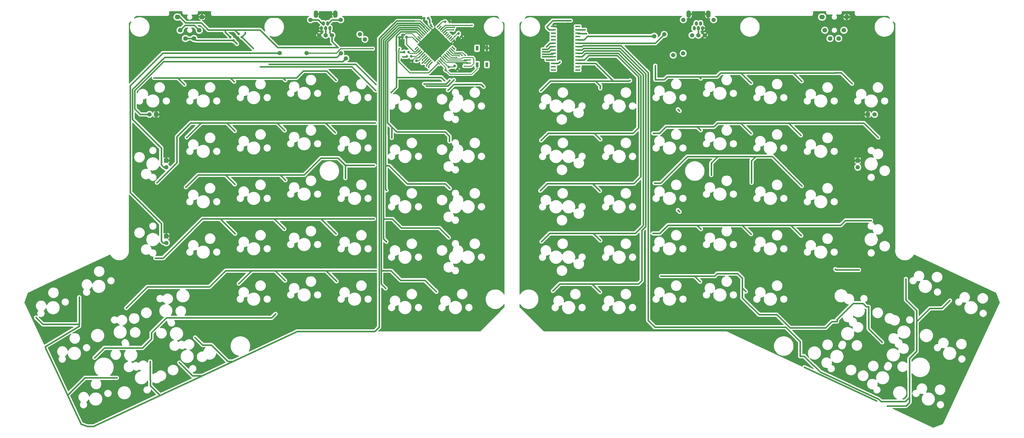
<source format=gtl>
%TF.GenerationSoftware,KiCad,Pcbnew,(5.1.9)-1*%
%TF.CreationDate,2021-02-19T15:09:25+09:00*%
%TF.ProjectId,ErgoDOX,4572676f-444f-4582-9e6b-696361645f70,rev?*%
%TF.SameCoordinates,Original*%
%TF.FileFunction,Copper,L1,Top*%
%TF.FilePolarity,Positive*%
%FSLAX46Y46*%
G04 Gerber Fmt 4.6, Leading zero omitted, Abs format (unit mm)*
G04 Created by KiCad (PCBNEW (5.1.9)-1) date 2021-02-19 15:09:25*
%MOMM*%
%LPD*%
G01*
G04 APERTURE LIST*
%TA.AperFunction,ComponentPad*%
%ADD10O,1.143000X1.651000*%
%TD*%
%TA.AperFunction,ComponentPad*%
%ADD11O,1.701800X2.794000*%
%TD*%
%TA.AperFunction,ComponentPad*%
%ADD12C,1.651000*%
%TD*%
%TA.AperFunction,ComponentPad*%
%ADD13R,1.651000X1.651000*%
%TD*%
%TA.AperFunction,ComponentPad*%
%ADD14C,1.752600*%
%TD*%
%TA.AperFunction,ComponentPad*%
%ADD15O,2.057400X1.752600*%
%TD*%
%TA.AperFunction,SMDPad,CuDef*%
%ADD16R,1.900000X0.600000*%
%TD*%
%TA.AperFunction,SMDPad,CuDef*%
%ADD17C,0.150000*%
%TD*%
%TA.AperFunction,SMDPad,CuDef*%
%ADD18R,1.100000X1.800000*%
%TD*%
%TA.AperFunction,ViaPad*%
%ADD19C,0.609600*%
%TD*%
%TA.AperFunction,Conductor*%
%ADD20C,0.609600*%
%TD*%
%TA.AperFunction,Conductor*%
%ADD21C,0.406400*%
%TD*%
%TA.AperFunction,Conductor*%
%ADD22C,0.304800*%
%TD*%
%TA.AperFunction,Conductor*%
%ADD23C,0.600000*%
%TD*%
%TA.AperFunction,Conductor*%
%ADD24C,0.203200*%
%TD*%
%TA.AperFunction,Conductor*%
%ADD25C,0.152400*%
%TD*%
%TA.AperFunction,Conductor*%
%ADD26C,0.150000*%
%TD*%
G04 APERTURE END LIST*
D10*
%TO.P,J1,1*%
%TO.N,VCC*%
X138381740Y-37807900D03*
%TO.P,J1,2*%
%TO.N,D-*%
X137581640Y-36060380D03*
%TO.P,J1,3*%
%TO.N,D+*%
X136781540Y-37807900D03*
%TO.P,J1,4*%
%TO.N,Net-(J1-Pad4)*%
X135981440Y-36060380D03*
%TO.P,J1,5*%
%TO.N,GND*%
X135181340Y-37807900D03*
D11*
%TO.P,J1,6*%
X133134100Y-32484060D03*
X140428980Y-32484060D03*
D12*
%TO.P,J1,1*%
%TO.N,VCC*%
X139194540Y-40513000D03*
%TO.P,J1,2*%
%TO.N,D-*%
X142496540Y-34671000D03*
%TO.P,J1,3*%
%TO.N,D+*%
X136781540Y-40513000D03*
%TO.P,J1,4*%
%TO.N,Net-(J1-Pad4)*%
X131066540Y-34671000D03*
%TO.P,J1,5*%
%TO.N,GND*%
X134368540Y-40513000D03*
%TD*%
%TO.P,R3,2*%
%TO.N,Net-(R3-Pad2)*%
%TA.AperFunction,SMDPad,CuDef*%
G36*
G01*
X182258025Y-53192066D02*
X182646934Y-53580975D01*
G75*
G02*
X182646934Y-53863817I-141421J-141421D01*
G01*
X182364091Y-54146660D01*
G75*
G02*
X182081249Y-54146660I-141421J141421D01*
G01*
X181692340Y-53757751D01*
G75*
G02*
X181692340Y-53474909I141421J141421D01*
G01*
X181975183Y-53192066D01*
G75*
G02*
X182258025Y-53192066I141421J-141421D01*
G01*
G37*
%TD.AperFunction*%
%TO.P,R3,1*%
%TO.N,VCC*%
%TA.AperFunction,SMDPad,CuDef*%
G36*
G01*
X183424751Y-52025340D02*
X183813660Y-52414249D01*
G75*
G02*
X183813660Y-52697091I-141421J-141421D01*
G01*
X183530817Y-52979934D01*
G75*
G02*
X183247975Y-52979934I-141421J141421D01*
G01*
X182859066Y-52591025D01*
G75*
G02*
X182859066Y-52308183I141421J141421D01*
G01*
X183141909Y-52025340D01*
G75*
G02*
X183424751Y-52025340I141421J-141421D01*
G01*
G37*
%TD.AperFunction*%
%TD*%
%TO.P,RC1,2*%
%TO.N,Net-(LED_C1-Pad1)*%
X119475251Y-47244000D03*
%TO.P,RC1,1*%
%TO.N,/LED_C*%
X129635249Y-47244000D03*
%TD*%
%TO.P,RB1,2*%
%TO.N,Net-(LED_B1-Pad1)*%
X142549338Y-47343602D03*
%TO.P,RB1,1*%
%TO.N,/LED_B*%
X149733542Y-40159398D03*
%TD*%
%TO.P,RA1,2*%
%TO.N,Net-(LED_A1-Pad1)*%
X144454338Y-49248602D03*
%TO.P,RA1,1*%
%TO.N,/LED_A*%
X151638542Y-42064398D03*
%TD*%
D13*
%TO.P,LED_C1,2*%
%TO.N,GND*%
X76612750Y-116469160D03*
D12*
%TO.P,LED_C1,1*%
%TO.N,Net-(LED_C1-Pad1)*%
X76612750Y-119009160D03*
%TD*%
D13*
%TO.P,LED_B1,2*%
%TO.N,GND*%
X76612750Y-87894160D03*
D12*
%TO.P,LED_B1,1*%
%TO.N,Net-(LED_B1-Pad1)*%
X76612750Y-90434160D03*
%TD*%
D13*
%TO.P,LED_A1,2*%
%TO.N,GND*%
X72802750Y-70434200D03*
D12*
%TO.P,LED_A1,1*%
%TO.N,Net-(LED_A1-Pad1)*%
X70262750Y-70434200D03*
%TD*%
D14*
%TO.P,J2,6*%
%TO.N,SDAS*%
X89054940Y-38633400D03*
%TO.P,J2,5*%
%TO.N,SCLS*%
X83847940Y-41732200D03*
D15*
%TO.P,J2,4*%
%TO.N,VCC*%
X80799940Y-33629600D03*
D14*
%TO.P,J2,3*%
%TO.N,SCLS*%
X87048340Y-41732200D03*
%TO.P,J2,2*%
%TO.N,SDAS*%
X81841340Y-38633400D03*
D15*
%TO.P,J2,1*%
%TO.N,GND*%
X90096340Y-33629600D03*
%TD*%
D10*
%TO.P,J1,1*%
%TO.N,VCC*%
X276040850Y-37807900D03*
%TO.P,J1,2*%
%TO.N,D-*%
X276840950Y-36060380D03*
%TO.P,J1,3*%
%TO.N,D+*%
X277641050Y-37807900D03*
%TO.P,J1,4*%
%TO.N,Net-(J1-Pad4)*%
X278441150Y-36060380D03*
%TO.P,J1,5*%
%TO.N,GND*%
X279241250Y-37807900D03*
D11*
%TO.P,J1,6*%
X281288490Y-32484060D03*
X273993610Y-32484060D03*
D12*
%TO.P,J1,1*%
%TO.N,VCC*%
X275228050Y-40513000D03*
%TO.P,J1,2*%
%TO.N,D-*%
X271926050Y-34671000D03*
%TO.P,J1,3*%
%TO.N,D+*%
X277641050Y-40513000D03*
%TO.P,J1,4*%
%TO.N,Net-(J1-Pad4)*%
X283356050Y-34671000D03*
%TO.P,J1,5*%
%TO.N,GND*%
X280054050Y-40513000D03*
%TD*%
D13*
%TO.P,LED_B2,2*%
%TO.N,GND*%
X337820000Y-87884000D03*
D12*
%TO.P,LED_B2,1*%
%TO.N,Net-(LED_B2-Pad1)*%
X337820000Y-90424000D03*
%TD*%
D13*
%TO.P,LED_A2,2*%
%TO.N,GND*%
X341630000Y-70434200D03*
D12*
%TO.P,LED_A2,1*%
%TO.N,Net-(LED_A2-Pad1)*%
X344170000Y-70434200D03*
%TD*%
%TO.P,RB2,2*%
%TO.N,Net-(LED_B2-Pad1)*%
X271881600Y-47345600D03*
%TO.P,RB2,1*%
%TO.N,/Left Hand/LED_B*%
X264697396Y-40161396D03*
%TD*%
%TO.P,RA2,2*%
%TO.N,Net-(LED_A2-Pad1)*%
X268107702Y-48042102D03*
%TO.P,RA2,1*%
%TO.N,/Left Hand/LED_A*%
X260923498Y-40857898D03*
%TD*%
D14*
%TO.P,J3,6*%
%TO.N,SDAS*%
X332587600Y-38633400D03*
%TO.P,J3,5*%
%TO.N,SCLS*%
X327380600Y-41732200D03*
D15*
%TO.P,J3,4*%
%TO.N,VCC*%
X324332600Y-33629600D03*
D14*
%TO.P,J3,3*%
%TO.N,SCLS*%
X330581000Y-41732200D03*
%TO.P,J3,2*%
%TO.N,SDAS*%
X325374000Y-38633400D03*
D15*
%TO.P,J3,1*%
%TO.N,GND*%
X333629000Y-33629600D03*
%TD*%
D16*
%TO.P,U1,28*%
%TO.N,N/C*%
X222801200Y-53670200D03*
%TO.P,U1,27*%
%TO.N,Net-(U1-Pad27)*%
X222801200Y-52400200D03*
%TO.P,U1,26*%
%TO.N,/Left Hand/COL6*%
X222801200Y-51130200D03*
%TO.P,U1,25*%
%TO.N,/Left Hand/COL5*%
X222801200Y-49860200D03*
%TO.P,U1,24*%
%TO.N,/Left Hand/COL4*%
X222801200Y-48590200D03*
%TO.P,U1,23*%
%TO.N,/Left Hand/COL3*%
X222801200Y-47320200D03*
%TO.P,U1,22*%
%TO.N,/Left Hand/COL2*%
X222801200Y-46050200D03*
%TO.P,U1,21*%
%TO.N,/Left Hand/COL1*%
X222801200Y-44780200D03*
%TO.P,U1,20*%
%TO.N,/Left Hand/COL0*%
X222801200Y-43510200D03*
%TO.P,U1,19*%
%TO.N,Net-(U1-Pad19)*%
X222801200Y-42240200D03*
%TO.P,U1,18*%
%TO.N,Net-(U1-Pad18)*%
X222801200Y-40970200D03*
%TO.P,U1,17*%
%TO.N,N/C*%
X222801200Y-39700200D03*
%TO.P,U1,16*%
%TO.N,VCC*%
X222801200Y-38430200D03*
%TO.P,U1,15*%
%TO.N,GND*%
X222801200Y-37160200D03*
%TO.P,U1,14*%
%TO.N,N/C*%
X232011200Y-37160200D03*
%TO.P,U1,13*%
%TO.N,SDAS*%
X232011200Y-38430200D03*
%TO.P,U1,12*%
%TO.N,SCLS*%
X232011200Y-39700200D03*
%TO.P,U1,11*%
%TO.N,Net-(U1-Pad11)*%
X232011200Y-40970200D03*
%TO.P,U1,10*%
%TO.N,/Left Hand/LED_A*%
X232011200Y-42240200D03*
%TO.P,U1,9*%
%TO.N,/Left Hand/LED_B*%
X232011200Y-43510200D03*
%TO.P,U1,8*%
%TO.N,/Left Hand/ROW0*%
X232011200Y-44780200D03*
%TO.P,U1,7*%
%TO.N,/Left Hand/ROW1*%
X232011200Y-46050200D03*
%TO.P,U1,6*%
%TO.N,/Left Hand/ROW2*%
X232011200Y-47320200D03*
%TO.P,U1,5*%
%TO.N,/Left Hand/ROW3*%
X232011200Y-48590200D03*
%TO.P,U1,4*%
%TO.N,/Left Hand/ROW4*%
X232011200Y-49860200D03*
%TO.P,U1,3*%
%TO.N,/Left Hand/ROW5*%
X232011200Y-51130200D03*
%TO.P,U1,2*%
%TO.N,N/C*%
X232011200Y-52400200D03*
%TO.P,U1,1*%
%TO.N,Net-(U1-Pad1)*%
X232011200Y-53670200D03*
%TD*%
%TO.P,C5,2*%
%TO.N,GND*%
%TA.AperFunction,SMDPad,CuDef*%
G36*
G01*
X166222800Y-40974200D02*
X166222800Y-41474200D01*
G75*
G02*
X165997800Y-41699200I-225000J0D01*
G01*
X165547800Y-41699200D01*
G75*
G02*
X165322800Y-41474200I0J225000D01*
G01*
X165322800Y-40974200D01*
G75*
G02*
X165547800Y-40749200I225000J0D01*
G01*
X165997800Y-40749200D01*
G75*
G02*
X166222800Y-40974200I0J-225000D01*
G01*
G37*
%TD.AperFunction*%
%TO.P,C5,1*%
%TO.N,VCC*%
%TA.AperFunction,SMDPad,CuDef*%
G36*
G01*
X167772800Y-40974200D02*
X167772800Y-41474200D01*
G75*
G02*
X167547800Y-41699200I-225000J0D01*
G01*
X167097800Y-41699200D01*
G75*
G02*
X166872800Y-41474200I0J225000D01*
G01*
X166872800Y-40974200D01*
G75*
G02*
X167097800Y-40749200I225000J0D01*
G01*
X167547800Y-40749200D01*
G75*
G02*
X167772800Y-40974200I0J-225000D01*
G01*
G37*
%TD.AperFunction*%
%TD*%
%TO.P,C4,2*%
%TO.N,GND*%
%TA.AperFunction,SMDPad,CuDef*%
G36*
G01*
X174442240Y-33854580D02*
X174442240Y-34354580D01*
G75*
G02*
X174217240Y-34579580I-225000J0D01*
G01*
X173767240Y-34579580D01*
G75*
G02*
X173542240Y-34354580I0J225000D01*
G01*
X173542240Y-33854580D01*
G75*
G02*
X173767240Y-33629580I225000J0D01*
G01*
X174217240Y-33629580D01*
G75*
G02*
X174442240Y-33854580I0J-225000D01*
G01*
G37*
%TD.AperFunction*%
%TO.P,C4,1*%
%TO.N,VCC*%
%TA.AperFunction,SMDPad,CuDef*%
G36*
G01*
X175992240Y-33854580D02*
X175992240Y-34354580D01*
G75*
G02*
X175767240Y-34579580I-225000J0D01*
G01*
X175317240Y-34579580D01*
G75*
G02*
X175092240Y-34354580I0J225000D01*
G01*
X175092240Y-33854580D01*
G75*
G02*
X175317240Y-33629580I225000J0D01*
G01*
X175767240Y-33629580D01*
G75*
G02*
X175992240Y-33854580I0J-225000D01*
G01*
G37*
%TD.AperFunction*%
%TD*%
%TO.P,C3,2*%
%TO.N,GND*%
%TA.AperFunction,SMDPad,CuDef*%
G36*
G01*
X186108033Y-53086187D02*
X186461587Y-52732633D01*
G75*
G02*
X186779785Y-52732633I159099J-159099D01*
G01*
X187097983Y-53050831D01*
G75*
G02*
X187097983Y-53369029I-159099J-159099D01*
G01*
X186744429Y-53722583D01*
G75*
G02*
X186426231Y-53722583I-159099J159099D01*
G01*
X186108033Y-53404385D01*
G75*
G02*
X186108033Y-53086187I159099J159099D01*
G01*
G37*
%TD.AperFunction*%
%TO.P,C3,1*%
%TO.N,VCC*%
%TA.AperFunction,SMDPad,CuDef*%
G36*
G01*
X185012017Y-51990171D02*
X185365571Y-51636617D01*
G75*
G02*
X185683769Y-51636617I159099J-159099D01*
G01*
X186001967Y-51954815D01*
G75*
G02*
X186001967Y-52273013I-159099J-159099D01*
G01*
X185648413Y-52626567D01*
G75*
G02*
X185330215Y-52626567I-159099J159099D01*
G01*
X185012017Y-52308369D01*
G75*
G02*
X185012017Y-51990171I159099J159099D01*
G01*
G37*
%TD.AperFunction*%
%TD*%
%TO.P,C2,2*%
%TO.N,GND*%
%TA.AperFunction,SMDPad,CuDef*%
G36*
G01*
X187581233Y-40792587D02*
X187934787Y-40439033D01*
G75*
G02*
X188252985Y-40439033I159099J-159099D01*
G01*
X188571183Y-40757231D01*
G75*
G02*
X188571183Y-41075429I-159099J-159099D01*
G01*
X188217629Y-41428983D01*
G75*
G02*
X187899431Y-41428983I-159099J159099D01*
G01*
X187581233Y-41110785D01*
G75*
G02*
X187581233Y-40792587I159099J159099D01*
G01*
G37*
%TD.AperFunction*%
%TO.P,C2,1*%
%TO.N,VCC*%
%TA.AperFunction,SMDPad,CuDef*%
G36*
G01*
X186485217Y-39696571D02*
X186838771Y-39343017D01*
G75*
G02*
X187156969Y-39343017I159099J-159099D01*
G01*
X187475167Y-39661215D01*
G75*
G02*
X187475167Y-39979413I-159099J-159099D01*
G01*
X187121613Y-40332967D01*
G75*
G02*
X186803415Y-40332967I-159099J159099D01*
G01*
X186485217Y-40014769D01*
G75*
G02*
X186485217Y-39696571I159099J159099D01*
G01*
G37*
%TD.AperFunction*%
%TD*%
%TO.P,Y1,1*%
%TO.N,Net-(U4-Pad17)*%
%TA.AperFunction,SMDPad,CuDef*%
G36*
G01*
X191622200Y-52428600D02*
X189022200Y-52428600D01*
G75*
G02*
X188922200Y-52328600I0J100000D01*
G01*
X188922200Y-52128600D01*
G75*
G02*
X189022200Y-52028600I100000J0D01*
G01*
X191622200Y-52028600D01*
G75*
G02*
X191722200Y-52128600I0J-100000D01*
G01*
X191722200Y-52328600D01*
G75*
G02*
X191622200Y-52428600I-100000J0D01*
G01*
G37*
%TD.AperFunction*%
%TO.P,Y1,2*%
%TO.N,GND*%
%TA.AperFunction,SMDPad,CuDef*%
G36*
G01*
X191622200Y-51228600D02*
X189022200Y-51228600D01*
G75*
G02*
X188922200Y-51128600I0J100000D01*
G01*
X188922200Y-50928600D01*
G75*
G02*
X189022200Y-50828600I100000J0D01*
G01*
X191622200Y-50828600D01*
G75*
G02*
X191722200Y-50928600I0J-100000D01*
G01*
X191722200Y-51128600D01*
G75*
G02*
X191622200Y-51228600I-100000J0D01*
G01*
G37*
%TD.AperFunction*%
%TO.P,Y1,3*%
%TO.N,Net-(U4-Pad16)*%
%TA.AperFunction,SMDPad,CuDef*%
G36*
G01*
X191622200Y-50028600D02*
X189022200Y-50028600D01*
G75*
G02*
X188922200Y-49928600I0J100000D01*
G01*
X188922200Y-49728600D01*
G75*
G02*
X189022200Y-49628600I100000J0D01*
G01*
X191622200Y-49628600D01*
G75*
G02*
X191722200Y-49728600I0J-100000D01*
G01*
X191722200Y-49928600D01*
G75*
G02*
X191622200Y-50028600I-100000J0D01*
G01*
G37*
%TD.AperFunction*%
%TD*%
%TA.AperFunction,SMDPad,CuDef*%
D17*
%TO.P,U4,44*%
%TO.N,VCC*%
G36*
X171386876Y-43343704D02*
G01*
X170326216Y-42283044D01*
X170679770Y-41929490D01*
X171740430Y-42990150D01*
X171386876Y-43343704D01*
G37*
%TD.AperFunction*%
%TA.AperFunction,SMDPad,CuDef*%
%TO.P,U4,43*%
%TO.N,GND*%
G36*
X171952561Y-42778019D02*
G01*
X170891901Y-41717359D01*
X171245455Y-41363805D01*
X172306115Y-42424465D01*
X171952561Y-42778019D01*
G37*
%TD.AperFunction*%
%TA.AperFunction,SMDPad,CuDef*%
%TO.P,U4,42*%
%TO.N,Net-(U4-Pad42)*%
G36*
X172518247Y-42212333D02*
G01*
X171457587Y-41151673D01*
X171811141Y-40798119D01*
X172871801Y-41858779D01*
X172518247Y-42212333D01*
G37*
%TD.AperFunction*%
%TA.AperFunction,SMDPad,CuDef*%
%TO.P,U4,41*%
%TO.N,/ROW5*%
G36*
X173083932Y-41646648D02*
G01*
X172023272Y-40585988D01*
X172376826Y-40232434D01*
X173437486Y-41293094D01*
X173083932Y-41646648D01*
G37*
%TD.AperFunction*%
%TA.AperFunction,SMDPad,CuDef*%
%TO.P,U4,40*%
%TO.N,/ROW4*%
G36*
X173649618Y-41080962D02*
G01*
X172588958Y-40020302D01*
X172942512Y-39666748D01*
X174003172Y-40727408D01*
X173649618Y-41080962D01*
G37*
%TD.AperFunction*%
%TA.AperFunction,SMDPad,CuDef*%
%TO.P,U4,39*%
%TO.N,/ROW3*%
G36*
X174215303Y-40515277D02*
G01*
X173154643Y-39454617D01*
X173508197Y-39101063D01*
X174568857Y-40161723D01*
X174215303Y-40515277D01*
G37*
%TD.AperFunction*%
%TA.AperFunction,SMDPad,CuDef*%
%TO.P,U4,38*%
%TO.N,/ROW2*%
G36*
X174780988Y-39949592D02*
G01*
X173720328Y-38888932D01*
X174073882Y-38535378D01*
X175134542Y-39596038D01*
X174780988Y-39949592D01*
G37*
%TD.AperFunction*%
%TA.AperFunction,SMDPad,CuDef*%
%TO.P,U4,37*%
%TO.N,/ROW1*%
G36*
X175346674Y-39383906D02*
G01*
X174286014Y-38323246D01*
X174639568Y-37969692D01*
X175700228Y-39030352D01*
X175346674Y-39383906D01*
G37*
%TD.AperFunction*%
%TA.AperFunction,SMDPad,CuDef*%
%TO.P,U4,36*%
%TO.N,/ROW0*%
G36*
X175912359Y-38818221D02*
G01*
X174851699Y-37757561D01*
X175205253Y-37404007D01*
X176265913Y-38464667D01*
X175912359Y-38818221D01*
G37*
%TD.AperFunction*%
%TA.AperFunction,SMDPad,CuDef*%
%TO.P,U4,35*%
%TO.N,GND*%
G36*
X176478045Y-38252535D02*
G01*
X175417385Y-37191875D01*
X175770939Y-36838321D01*
X176831599Y-37898981D01*
X176478045Y-38252535D01*
G37*
%TD.AperFunction*%
%TA.AperFunction,SMDPad,CuDef*%
%TO.P,U4,34*%
%TO.N,VCC*%
G36*
X177043730Y-37686850D02*
G01*
X175983070Y-36626190D01*
X176336624Y-36272636D01*
X177397284Y-37333296D01*
X177043730Y-37686850D01*
G37*
%TD.AperFunction*%
%TA.AperFunction,SMDPad,CuDef*%
%TO.P,U4,33*%
%TO.N,Net-(R6-Pad2)*%
G36*
X179023630Y-37686850D02*
G01*
X178670076Y-37333296D01*
X179730736Y-36272636D01*
X180084290Y-36626190D01*
X179023630Y-37686850D01*
G37*
%TD.AperFunction*%
%TA.AperFunction,SMDPad,CuDef*%
%TO.P,U4,32*%
%TO.N,Net-(U4-Pad32)*%
G36*
X179589315Y-38252535D02*
G01*
X179235761Y-37898981D01*
X180296421Y-36838321D01*
X180649975Y-37191875D01*
X179589315Y-38252535D01*
G37*
%TD.AperFunction*%
%TA.AperFunction,SMDPad,CuDef*%
%TO.P,U4,31*%
%TO.N,/COL13*%
G36*
X180155001Y-38818221D02*
G01*
X179801447Y-38464667D01*
X180862107Y-37404007D01*
X181215661Y-37757561D01*
X180155001Y-38818221D01*
G37*
%TD.AperFunction*%
%TA.AperFunction,SMDPad,CuDef*%
%TO.P,U4,30*%
%TO.N,/LED_B*%
G36*
X180720686Y-39383906D02*
G01*
X180367132Y-39030352D01*
X181427792Y-37969692D01*
X181781346Y-38323246D01*
X180720686Y-39383906D01*
G37*
%TD.AperFunction*%
%TA.AperFunction,SMDPad,CuDef*%
%TO.P,U4,29*%
%TO.N,/LED_A*%
G36*
X181286372Y-39949592D02*
G01*
X180932818Y-39596038D01*
X181993478Y-38535378D01*
X182347032Y-38888932D01*
X181286372Y-39949592D01*
G37*
%TD.AperFunction*%
%TA.AperFunction,SMDPad,CuDef*%
%TO.P,U4,28*%
%TO.N,Net-(U4-Pad28)*%
G36*
X181852057Y-40515277D02*
G01*
X181498503Y-40161723D01*
X182559163Y-39101063D01*
X182912717Y-39454617D01*
X181852057Y-40515277D01*
G37*
%TD.AperFunction*%
%TA.AperFunction,SMDPad,CuDef*%
%TO.P,U4,27*%
%TO.N,Net-(U4-Pad27)*%
G36*
X182417742Y-41080962D02*
G01*
X182064188Y-40727408D01*
X183124848Y-39666748D01*
X183478402Y-40020302D01*
X182417742Y-41080962D01*
G37*
%TD.AperFunction*%
%TA.AperFunction,SMDPad,CuDef*%
%TO.P,U4,26*%
%TO.N,Net-(U4-Pad26)*%
G36*
X182983428Y-41646648D02*
G01*
X182629874Y-41293094D01*
X183690534Y-40232434D01*
X184044088Y-40585988D01*
X182983428Y-41646648D01*
G37*
%TD.AperFunction*%
%TA.AperFunction,SMDPad,CuDef*%
%TO.P,U4,25*%
%TO.N,Net-(U4-Pad25)*%
G36*
X183549113Y-42212333D02*
G01*
X183195559Y-41858779D01*
X184256219Y-40798119D01*
X184609773Y-41151673D01*
X183549113Y-42212333D01*
G37*
%TD.AperFunction*%
%TA.AperFunction,SMDPad,CuDef*%
%TO.P,U4,24*%
%TO.N,VCC*%
G36*
X184114799Y-42778019D02*
G01*
X183761245Y-42424465D01*
X184821905Y-41363805D01*
X185175459Y-41717359D01*
X184114799Y-42778019D01*
G37*
%TD.AperFunction*%
%TA.AperFunction,SMDPad,CuDef*%
%TO.P,U4,23*%
%TO.N,GND*%
G36*
X184680484Y-43343704D02*
G01*
X184326930Y-42990150D01*
X185387590Y-41929490D01*
X185741144Y-42283044D01*
X184680484Y-43343704D01*
G37*
%TD.AperFunction*%
%TA.AperFunction,SMDPad,CuDef*%
%TO.P,U4,22*%
%TO.N,Net-(U4-Pad22)*%
G36*
X185387590Y-46030710D02*
G01*
X184326930Y-44970050D01*
X184680484Y-44616496D01*
X185741144Y-45677156D01*
X185387590Y-46030710D01*
G37*
%TD.AperFunction*%
%TA.AperFunction,SMDPad,CuDef*%
%TO.P,U4,21*%
%TO.N,/COL12*%
G36*
X184821905Y-46596395D02*
G01*
X183761245Y-45535735D01*
X184114799Y-45182181D01*
X185175459Y-46242841D01*
X184821905Y-46596395D01*
G37*
%TD.AperFunction*%
%TA.AperFunction,SMDPad,CuDef*%
%TO.P,U4,20*%
%TO.N,/COL11*%
G36*
X184256219Y-47162081D02*
G01*
X183195559Y-46101421D01*
X183549113Y-45747867D01*
X184609773Y-46808527D01*
X184256219Y-47162081D01*
G37*
%TD.AperFunction*%
%TA.AperFunction,SMDPad,CuDef*%
%TO.P,U4,19*%
%TO.N,SDAS*%
G36*
X183690534Y-47727766D02*
G01*
X182629874Y-46667106D01*
X182983428Y-46313552D01*
X184044088Y-47374212D01*
X183690534Y-47727766D01*
G37*
%TD.AperFunction*%
%TA.AperFunction,SMDPad,CuDef*%
%TO.P,U4,18*%
%TO.N,SCLS*%
G36*
X183124848Y-48293452D02*
G01*
X182064188Y-47232792D01*
X182417742Y-46879238D01*
X183478402Y-47939898D01*
X183124848Y-48293452D01*
G37*
%TD.AperFunction*%
%TA.AperFunction,SMDPad,CuDef*%
%TO.P,U4,17*%
%TO.N,Net-(U4-Pad17)*%
G36*
X182559163Y-48859137D02*
G01*
X181498503Y-47798477D01*
X181852057Y-47444923D01*
X182912717Y-48505583D01*
X182559163Y-48859137D01*
G37*
%TD.AperFunction*%
%TA.AperFunction,SMDPad,CuDef*%
%TO.P,U4,16*%
%TO.N,Net-(U4-Pad16)*%
G36*
X181993478Y-49424822D02*
G01*
X180932818Y-48364162D01*
X181286372Y-48010608D01*
X182347032Y-49071268D01*
X181993478Y-49424822D01*
G37*
%TD.AperFunction*%
%TA.AperFunction,SMDPad,CuDef*%
%TO.P,U4,15*%
%TO.N,GND*%
G36*
X181427792Y-49990508D02*
G01*
X180367132Y-48929848D01*
X180720686Y-48576294D01*
X181781346Y-49636954D01*
X181427792Y-49990508D01*
G37*
%TD.AperFunction*%
%TA.AperFunction,SMDPad,CuDef*%
%TO.P,U4,14*%
%TO.N,VCC*%
G36*
X180862107Y-50556193D02*
G01*
X179801447Y-49495533D01*
X180155001Y-49141979D01*
X181215661Y-50202639D01*
X180862107Y-50556193D01*
G37*
%TD.AperFunction*%
%TA.AperFunction,SMDPad,CuDef*%
%TO.P,U4,13*%
%TO.N,Net-(R3-Pad2)*%
G36*
X180296421Y-51121879D02*
G01*
X179235761Y-50061219D01*
X179589315Y-49707665D01*
X180649975Y-50768325D01*
X180296421Y-51121879D01*
G37*
%TD.AperFunction*%
%TA.AperFunction,SMDPad,CuDef*%
%TO.P,U4,12*%
%TO.N,/LED_C*%
G36*
X179730736Y-51687564D02*
G01*
X178670076Y-50626904D01*
X179023630Y-50273350D01*
X180084290Y-51334010D01*
X179730736Y-51687564D01*
G37*
%TD.AperFunction*%
%TA.AperFunction,SMDPad,CuDef*%
%TO.P,U4,11*%
%TO.N,/COL10*%
G36*
X176336624Y-51687564D02*
G01*
X175983070Y-51334010D01*
X177043730Y-50273350D01*
X177397284Y-50626904D01*
X176336624Y-51687564D01*
G37*
%TD.AperFunction*%
%TA.AperFunction,SMDPad,CuDef*%
%TO.P,U4,10*%
%TO.N,/COL9*%
G36*
X175770939Y-51121879D02*
G01*
X175417385Y-50768325D01*
X176478045Y-49707665D01*
X176831599Y-50061219D01*
X175770939Y-51121879D01*
G37*
%TD.AperFunction*%
%TA.AperFunction,SMDPad,CuDef*%
%TO.P,U4,9*%
%TO.N,/COL8*%
G36*
X175205253Y-50556193D02*
G01*
X174851699Y-50202639D01*
X175912359Y-49141979D01*
X176265913Y-49495533D01*
X175205253Y-50556193D01*
G37*
%TD.AperFunction*%
%TA.AperFunction,SMDPad,CuDef*%
%TO.P,U4,8*%
%TO.N,/COL7*%
G36*
X174639568Y-49990508D02*
G01*
X174286014Y-49636954D01*
X175346674Y-48576294D01*
X175700228Y-48929848D01*
X174639568Y-49990508D01*
G37*
%TD.AperFunction*%
%TA.AperFunction,SMDPad,CuDef*%
%TO.P,U4,7*%
%TO.N,VCC*%
G36*
X174073882Y-49424822D02*
G01*
X173720328Y-49071268D01*
X174780988Y-48010608D01*
X175134542Y-48364162D01*
X174073882Y-49424822D01*
G37*
%TD.AperFunction*%
%TA.AperFunction,SMDPad,CuDef*%
%TO.P,U4,6*%
%TO.N,Net-(C1-Pad1)*%
G36*
X173508197Y-48859137D02*
G01*
X173154643Y-48505583D01*
X174215303Y-47444923D01*
X174568857Y-47798477D01*
X173508197Y-48859137D01*
G37*
%TD.AperFunction*%
%TA.AperFunction,SMDPad,CuDef*%
%TO.P,U4,5*%
%TO.N,GND*%
G36*
X172942512Y-48293452D02*
G01*
X172588958Y-47939898D01*
X173649618Y-46879238D01*
X174003172Y-47232792D01*
X172942512Y-48293452D01*
G37*
%TD.AperFunction*%
%TA.AperFunction,SMDPad,CuDef*%
%TO.P,U4,4*%
%TO.N,Net-(R4-Pad1)*%
G36*
X172376826Y-47727766D02*
G01*
X172023272Y-47374212D01*
X173083932Y-46313552D01*
X173437486Y-46667106D01*
X172376826Y-47727766D01*
G37*
%TD.AperFunction*%
%TA.AperFunction,SMDPad,CuDef*%
%TO.P,U4,3*%
%TO.N,Net-(R5-Pad1)*%
G36*
X171811141Y-47162081D02*
G01*
X171457587Y-46808527D01*
X172518247Y-45747867D01*
X172871801Y-46101421D01*
X171811141Y-47162081D01*
G37*
%TD.AperFunction*%
%TA.AperFunction,SMDPad,CuDef*%
%TO.P,U4,2*%
%TO.N,VCC*%
G36*
X171245455Y-46596395D02*
G01*
X170891901Y-46242841D01*
X171952561Y-45182181D01*
X172306115Y-45535735D01*
X171245455Y-46596395D01*
G37*
%TD.AperFunction*%
%TA.AperFunction,SMDPad,CuDef*%
%TO.P,U4,1*%
%TO.N,Net-(U4-Pad1)*%
G36*
X170679770Y-46030710D02*
G01*
X170326216Y-45677156D01*
X171386876Y-44616496D01*
X171740430Y-44970050D01*
X170679770Y-46030710D01*
G37*
%TD.AperFunction*%
%TD*%
D18*
%TO.P,SW1,4*%
%TO.N,N/C*%
X197704320Y-51601300D03*
%TO.P,SW1,3*%
X194004320Y-45401300D03*
%TO.P,SW1,2*%
%TO.N,Net-(R3-Pad2)*%
X194004320Y-51601300D03*
%TO.P,SW1,1*%
%TO.N,GND*%
X197704320Y-45401300D03*
%TD*%
%TO.P,R6,2*%
%TO.N,Net-(R6-Pad2)*%
%TA.AperFunction,SMDPad,CuDef*%
G36*
G01*
X182353400Y-35132600D02*
X182353400Y-35682600D01*
G75*
G02*
X182153400Y-35882600I-200000J0D01*
G01*
X181753400Y-35882600D01*
G75*
G02*
X181553400Y-35682600I0J200000D01*
G01*
X181553400Y-35132600D01*
G75*
G02*
X181753400Y-34932600I200000J0D01*
G01*
X182153400Y-34932600D01*
G75*
G02*
X182353400Y-35132600I0J-200000D01*
G01*
G37*
%TD.AperFunction*%
%TO.P,R6,1*%
%TO.N,GND*%
%TA.AperFunction,SMDPad,CuDef*%
G36*
G01*
X184003400Y-35132600D02*
X184003400Y-35682600D01*
G75*
G02*
X183803400Y-35882600I-200000J0D01*
G01*
X183403400Y-35882600D01*
G75*
G02*
X183203400Y-35682600I0J200000D01*
G01*
X183203400Y-35132600D01*
G75*
G02*
X183403400Y-34932600I200000J0D01*
G01*
X183803400Y-34932600D01*
G75*
G02*
X184003400Y-35132600I0J-200000D01*
G01*
G37*
%TD.AperFunction*%
%TD*%
%TO.P,R5,2*%
%TO.N,D-*%
%TA.AperFunction,SMDPad,CuDef*%
G36*
G01*
X166884800Y-46588000D02*
X166884800Y-47138000D01*
G75*
G02*
X166684800Y-47338000I-200000J0D01*
G01*
X166284800Y-47338000D01*
G75*
G02*
X166084800Y-47138000I0J200000D01*
G01*
X166084800Y-46588000D01*
G75*
G02*
X166284800Y-46388000I200000J0D01*
G01*
X166684800Y-46388000D01*
G75*
G02*
X166884800Y-46588000I0J-200000D01*
G01*
G37*
%TD.AperFunction*%
%TO.P,R5,1*%
%TO.N,Net-(R5-Pad1)*%
%TA.AperFunction,SMDPad,CuDef*%
G36*
G01*
X168534800Y-46588000D02*
X168534800Y-47138000D01*
G75*
G02*
X168334800Y-47338000I-200000J0D01*
G01*
X167934800Y-47338000D01*
G75*
G02*
X167734800Y-47138000I0J200000D01*
G01*
X167734800Y-46588000D01*
G75*
G02*
X167934800Y-46388000I200000J0D01*
G01*
X168334800Y-46388000D01*
G75*
G02*
X168534800Y-46588000I0J-200000D01*
G01*
G37*
%TD.AperFunction*%
%TD*%
%TO.P,R4,2*%
%TO.N,D+*%
%TA.AperFunction,SMDPad,CuDef*%
G36*
G01*
X167900800Y-48213600D02*
X167900800Y-48763600D01*
G75*
G02*
X167700800Y-48963600I-200000J0D01*
G01*
X167300800Y-48963600D01*
G75*
G02*
X167100800Y-48763600I0J200000D01*
G01*
X167100800Y-48213600D01*
G75*
G02*
X167300800Y-48013600I200000J0D01*
G01*
X167700800Y-48013600D01*
G75*
G02*
X167900800Y-48213600I0J-200000D01*
G01*
G37*
%TD.AperFunction*%
%TO.P,R4,1*%
%TO.N,Net-(R4-Pad1)*%
%TA.AperFunction,SMDPad,CuDef*%
G36*
G01*
X169550800Y-48213600D02*
X169550800Y-48763600D01*
G75*
G02*
X169350800Y-48963600I-200000J0D01*
G01*
X168950800Y-48963600D01*
G75*
G02*
X168750800Y-48763600I0J200000D01*
G01*
X168750800Y-48213600D01*
G75*
G02*
X168950800Y-48013600I200000J0D01*
G01*
X169350800Y-48013600D01*
G75*
G02*
X169550800Y-48213600I0J-200000D01*
G01*
G37*
%TD.AperFunction*%
%TD*%
%TO.P,R2,2*%
%TO.N,SCLS*%
%TA.AperFunction,SMDPad,CuDef*%
G36*
G01*
X101483816Y-42341475D02*
X101872725Y-41952566D01*
G75*
G02*
X102155567Y-41952566I141421J-141421D01*
G01*
X102438410Y-42235409D01*
G75*
G02*
X102438410Y-42518251I-141421J-141421D01*
G01*
X102049501Y-42907160D01*
G75*
G02*
X101766659Y-42907160I-141421J141421D01*
G01*
X101483816Y-42624317D01*
G75*
G02*
X101483816Y-42341475I141421J141421D01*
G01*
G37*
%TD.AperFunction*%
%TO.P,R2,1*%
%TO.N,VCC*%
%TA.AperFunction,SMDPad,CuDef*%
G36*
G01*
X100317090Y-41174749D02*
X100705999Y-40785840D01*
G75*
G02*
X100988841Y-40785840I141421J-141421D01*
G01*
X101271684Y-41068683D01*
G75*
G02*
X101271684Y-41351525I-141421J-141421D01*
G01*
X100882775Y-41740434D01*
G75*
G02*
X100599933Y-41740434I-141421J141421D01*
G01*
X100317090Y-41457591D01*
G75*
G02*
X100317090Y-41174749I141421J141421D01*
G01*
G37*
%TD.AperFunction*%
%TD*%
%TO.P,R1,2*%
%TO.N,SDAS*%
%TA.AperFunction,SMDPad,CuDef*%
G36*
G01*
X104658816Y-41071475D02*
X105047725Y-40682566D01*
G75*
G02*
X105330567Y-40682566I141421J-141421D01*
G01*
X105613410Y-40965409D01*
G75*
G02*
X105613410Y-41248251I-141421J-141421D01*
G01*
X105224501Y-41637160D01*
G75*
G02*
X104941659Y-41637160I-141421J141421D01*
G01*
X104658816Y-41354317D01*
G75*
G02*
X104658816Y-41071475I141421J141421D01*
G01*
G37*
%TD.AperFunction*%
%TO.P,R1,1*%
%TO.N,VCC*%
%TA.AperFunction,SMDPad,CuDef*%
G36*
G01*
X103492090Y-39904749D02*
X103880999Y-39515840D01*
G75*
G02*
X104163841Y-39515840I141421J-141421D01*
G01*
X104446684Y-39798683D01*
G75*
G02*
X104446684Y-40081525I-141421J-141421D01*
G01*
X104057775Y-40470434D01*
G75*
G02*
X103774933Y-40470434I-141421J141421D01*
G01*
X103492090Y-40187591D01*
G75*
G02*
X103492090Y-39904749I141421J141421D01*
G01*
G37*
%TD.AperFunction*%
%TD*%
%TO.P,C1,2*%
%TO.N,GND*%
%TA.AperFunction,SMDPad,CuDef*%
G36*
G01*
X170007400Y-49864200D02*
X170007400Y-50364200D01*
G75*
G02*
X169782400Y-50589200I-225000J0D01*
G01*
X169332400Y-50589200D01*
G75*
G02*
X169107400Y-50364200I0J225000D01*
G01*
X169107400Y-49864200D01*
G75*
G02*
X169332400Y-49639200I225000J0D01*
G01*
X169782400Y-49639200D01*
G75*
G02*
X170007400Y-49864200I0J-225000D01*
G01*
G37*
%TD.AperFunction*%
%TO.P,C1,1*%
%TO.N,Net-(C1-Pad1)*%
%TA.AperFunction,SMDPad,CuDef*%
G36*
G01*
X171557400Y-49864200D02*
X171557400Y-50364200D01*
G75*
G02*
X171332400Y-50589200I-225000J0D01*
G01*
X170882400Y-50589200D01*
G75*
G02*
X170657400Y-50364200I0J225000D01*
G01*
X170657400Y-49864200D01*
G75*
G02*
X170882400Y-49639200I225000J0D01*
G01*
X171332400Y-49639200D01*
G75*
G02*
X171557400Y-49864200I0J-225000D01*
G01*
G37*
%TD.AperFunction*%
%TD*%
D19*
%TO.N,/COL10*%
X175762920Y-52638960D03*
%TO.N,/COL11*%
X188239400Y-48046640D03*
%TO.N,/LED_A*%
X185064400Y-38455600D03*
%TO.N,/LED_B*%
X185394600Y-37515800D03*
%TO.N,/LED_C*%
X154627580Y-45582840D03*
X164691060Y-45582840D03*
%TO.N,/ROW0*%
X43715940Y-139560300D03*
X27391360Y-147251420D03*
X34362068Y-165977892D03*
X57945020Y-170035220D03*
X42313534Y-183030186D03*
X87477600Y-154754580D03*
X70515480Y-163840160D03*
X81551780Y-164266880D03*
%TO.N,/ROW1*%
X103974900Y-134409180D03*
X121485660Y-133278880D03*
X140934440Y-133540500D03*
X159471360Y-136227820D03*
X178655980Y-137518140D03*
X155879800Y-129534920D03*
X157802570Y-129542550D03*
X61462920Y-143664940D03*
X78630780Y-135666480D03*
%TO.N,/ROW2*%
X72453500Y-124777500D03*
X83413600Y-116799360D03*
X102613460Y-115544600D03*
X121201180Y-113753900D03*
X140713460Y-115595400D03*
X159778700Y-118584980D03*
X183334660Y-116967000D03*
X155049220Y-109921040D03*
X158602680Y-109971840D03*
%TO.N,/ROW3*%
X83997800Y-97970340D03*
X102522020Y-96880680D03*
X121625360Y-95321120D03*
X144246600Y-94538800D03*
X159799020Y-99151440D03*
X155120340Y-89674700D03*
X159420560Y-89839800D03*
X183685180Y-98407220D03*
%TO.N,/ROW4*%
X73075800Y-96253300D03*
X121330720Y-76497180D03*
X102501700Y-76708000D03*
X140416280Y-77337920D03*
X183563260Y-80632300D03*
X84302600Y-79126080D03*
X161780220Y-79314040D03*
X155473400Y-73680320D03*
X160205420Y-73619360D03*
%TO.N,/ROW5*%
X71927720Y-56598820D03*
X83494880Y-59187080D03*
X102260400Y-58079640D03*
X121569480Y-57503060D03*
X161518600Y-62110620D03*
X163530280Y-56492140D03*
X140736314Y-57531006D03*
X181711600Y-57696100D03*
%TO.N,GND*%
X228244400Y-35864800D03*
X184734200Y-35534600D03*
X188163200Y-38938200D03*
X164304980Y-41193720D03*
X168272460Y-50200560D03*
X161828480Y-35636200D03*
%TO.N,VCC*%
X229387400Y-34955200D03*
X181584892Y-51002908D03*
X185545332Y-40993932D03*
X176079300Y-35705900D03*
X170053000Y-41706800D03*
X173371417Y-49851217D03*
X141452600Y-45135800D03*
%TO.N,/Left Hand/COL6*%
X225247200Y-50546000D03*
%TO.N,/Left Hand/COL5*%
X338328000Y-129235200D03*
X329336400Y-128930400D03*
X220218000Y-49860200D03*
%TO.N,/Left Hand/COL4*%
X218795600Y-48615600D03*
%TO.N,/Left Hand/COL3*%
X218795600Y-47650403D03*
%TO.N,/Left Hand/COL2*%
X218795600Y-46736000D03*
%TO.N,/Left Hand/COL1*%
X218795600Y-45821600D03*
X317661039Y-166046670D03*
X344930790Y-178760434D03*
%TO.N,/COL7*%
X173304714Y-51049434D03*
%TO.N,/COL8*%
X174326949Y-51015029D03*
%TO.N,/COL9*%
X174983140Y-52075080D03*
X49484280Y-162440620D03*
X117882670Y-145858230D03*
%TO.N,/COL12*%
X189511940Y-48107600D03*
%TO.N,/COL13*%
X192115440Y-36703000D03*
%TO.N,/Left Hand/COL0*%
X220218000Y-44907200D03*
%TO.N,SDAS*%
X234797600Y-38404800D03*
X106426000Y-39471600D03*
X187182760Y-48295560D03*
X109433360Y-45499020D03*
X115470940Y-51493420D03*
X155762960Y-59077860D03*
X173946820Y-58910220D03*
X183733440Y-57490360D03*
%TO.N,SCLS*%
X235229400Y-39852600D03*
X186255660Y-48907690D03*
X103304340Y-43789600D03*
X112133380Y-52438290D03*
X155651200Y-61351160D03*
X174848520Y-59710320D03*
X185257440Y-57365900D03*
%TO.N,D+*%
X165897560Y-48651160D03*
%TO.N,D-*%
X165110160Y-46911260D03*
%TO.N,/Left Hand/ROW0*%
X356006400Y-132638800D03*
X372618000Y-140817600D03*
X360070400Y-159969200D03*
X358165400Y-161874200D03*
X357378000Y-175361600D03*
X321106800Y-165404800D03*
X334721200Y-172923200D03*
%TO.N,/Left Hand/ROW1*%
X222656400Y-137160000D03*
X240487200Y-137617200D03*
X255016000Y-134518400D03*
X278282400Y-133705600D03*
X347065600Y-156616400D03*
X329996800Y-148742400D03*
X295554400Y-137414000D03*
X263448805Y-131571995D03*
%TO.N,/Left Hand/ROW2*%
X218338400Y-118516400D03*
X240588800Y-118110000D03*
X253796800Y-115417600D03*
X260502400Y-115417600D03*
X278587200Y-113842800D03*
X297535600Y-115722400D03*
X316484000Y-116281200D03*
X342849200Y-110540800D03*
%TO.N,/Left Hand/ROW3*%
X217881200Y-99263200D03*
X240436400Y-99364800D03*
X253238000Y-96621600D03*
X261061200Y-96418400D03*
X297688000Y-96316800D03*
X316687200Y-97536000D03*
X282498800Y-93370400D03*
%TO.N,/Left Hand/ROW4*%
X218186000Y-80264000D03*
X240588800Y-79908400D03*
X252933200Y-77571600D03*
X260553200Y-77571600D03*
X278485600Y-76454000D03*
X297535600Y-77622400D03*
X316331600Y-78333600D03*
X345592400Y-79146400D03*
%TO.N,/Left Hand/ROW5*%
X218084400Y-61468000D03*
X240538000Y-60604400D03*
X261315200Y-57302400D03*
X251815600Y-57556400D03*
X278536400Y-56896000D03*
X297535600Y-58623200D03*
X316636400Y-57912000D03*
X335686400Y-58826400D03*
%TO.N,Net-(D5:13-Pad1)*%
X182999380Y-61305440D03*
X196448680Y-59999880D03*
%TD*%
D20*
%TO.N,*%
X269868650Y-106626660D02*
X270503650Y-107261660D01*
X269868650Y-68526660D02*
X270503650Y-69161660D01*
D21*
%TO.N,/COL10*%
X176690177Y-50980457D02*
X176690177Y-51005583D01*
X175762920Y-51932840D02*
X175762920Y-52638960D01*
X176690177Y-51005583D02*
X175762920Y-51932840D01*
D22*
%TO.N,/COL11*%
X187810141Y-47617381D02*
X188239400Y-48046640D01*
X183902666Y-46454974D02*
X185065073Y-47617381D01*
X185065073Y-47617381D02*
X187810141Y-47617381D01*
%TO.N,/LED_A*%
X181639925Y-39242485D02*
X181771147Y-39242485D01*
D21*
X182426810Y-38455600D02*
X185064400Y-38455600D01*
X181639925Y-39242485D02*
X182426810Y-38455600D01*
%TO.N,/LED_B*%
X182235238Y-37515800D02*
X181074239Y-38676799D01*
X185394600Y-37515800D02*
X182235238Y-37515800D01*
%TO.N,/LED_C*%
X142505682Y-45582840D02*
X154627580Y-45582840D01*
X140844522Y-47244000D02*
X142505682Y-45582840D01*
X129635249Y-47244000D02*
X140844522Y-47244000D01*
X164386261Y-45887639D02*
X164386261Y-50467261D01*
X164691060Y-45582840D02*
X164386261Y-45887639D01*
X164386261Y-50467261D02*
X168582340Y-54663340D01*
X175694300Y-54663340D02*
X179377183Y-50980457D01*
X168582340Y-54663340D02*
X175694300Y-54663340D01*
%TO.N,/ROW0*%
X170367960Y-35079940D02*
X170340020Y-35052000D01*
X172468252Y-35079940D02*
X170367960Y-35079940D01*
X175499426Y-38111114D02*
X172468252Y-35079940D01*
X175558806Y-38111114D02*
X175499426Y-38111114D01*
D20*
X170367960Y-35079940D02*
X163629604Y-35079940D01*
X163629604Y-35079940D02*
X157004980Y-41704564D01*
X157004980Y-81114988D02*
X157002460Y-81117508D01*
X157004980Y-41704564D02*
X157004980Y-81114988D01*
X157002461Y-81117507D02*
X157002461Y-130235979D01*
X157004980Y-81114988D02*
X157002461Y-81117507D01*
X157002461Y-130235979D02*
X157002461Y-147053319D01*
X29954220Y-149814280D02*
X27391360Y-147251420D01*
X43672760Y-149814280D02*
X29954220Y-149814280D01*
X43715940Y-149771100D02*
X43672760Y-149814280D01*
X43715940Y-139560300D02*
X43715940Y-149771100D01*
X30901640Y-158198820D02*
X30901640Y-158302960D01*
X43672760Y-150533100D02*
X30901640Y-158198820D01*
X43672760Y-149814280D02*
X43672760Y-150533100D01*
X30901640Y-158556838D02*
X30901640Y-158198820D01*
X34362068Y-165977892D02*
X30901640Y-158556838D01*
X45866670Y-170035220D02*
X39310930Y-176590960D01*
X57945020Y-170035220D02*
X45866670Y-170035220D01*
X42313534Y-183030186D02*
X34362068Y-165977892D01*
X44409163Y-187524362D02*
X42313534Y-183030186D01*
X44409163Y-187524362D02*
X46772825Y-188383875D01*
X46772825Y-188383875D02*
X49120993Y-188383875D01*
X49120993Y-188383875D02*
X73844826Y-176857066D01*
X75614746Y-176031890D02*
X86331553Y-171035473D01*
X87477600Y-154754580D02*
X90350340Y-157627320D01*
X99861547Y-163855400D02*
X101732080Y-163855400D01*
X90350340Y-157627320D02*
X93633467Y-157627320D01*
X93633467Y-157627320D02*
X99861547Y-163855400D01*
X70515480Y-170741223D02*
X70551040Y-170776783D01*
X70515480Y-163840160D02*
X70515480Y-170741223D01*
X70551040Y-172991780D02*
X74234603Y-176675343D01*
X70551040Y-170776783D02*
X70551040Y-172991780D01*
X74234603Y-176675343D02*
X75614746Y-176031890D01*
X73844826Y-176857066D02*
X74234603Y-176675343D01*
X86533027Y-169248127D02*
X90165227Y-169248127D01*
X90165227Y-169248127D02*
X101732080Y-163855400D01*
X81551780Y-164266880D02*
X86533027Y-169248127D01*
X86331553Y-171035473D02*
X90165227Y-169248127D01*
X157002461Y-150845539D02*
X157002461Y-147053319D01*
X155371810Y-152476190D02*
X157002461Y-150845539D01*
X126011079Y-152476190D02*
X155371810Y-152476190D01*
X125899062Y-152588207D02*
X126011079Y-152476190D01*
X101732080Y-163855400D02*
X125899062Y-152588207D01*
D21*
%TO.N,/ROW1*%
X174993121Y-38676799D02*
X174973199Y-38676799D01*
X174973199Y-38676799D02*
X173939200Y-37642800D01*
D20*
X103974900Y-134409180D02*
X108869480Y-129514600D01*
X117721380Y-129514600D02*
X121485660Y-133278880D01*
X117721380Y-129514600D02*
X136263380Y-129514600D01*
X136908540Y-129514600D02*
X140934440Y-133540500D01*
X136263380Y-129514600D02*
X136908540Y-129514600D01*
X136908540Y-129514600D02*
X152758140Y-129514600D01*
X174287180Y-133149340D02*
X178655980Y-137518140D01*
X173939200Y-37538730D02*
X172369373Y-35968903D01*
X173939200Y-37642800D02*
X173939200Y-37538730D01*
X172369373Y-35968903D02*
X163872166Y-35968904D01*
X163872166Y-35968904D02*
X157805090Y-42035980D01*
X157805090Y-81446404D02*
X157802570Y-81448924D01*
X157805090Y-42035980D02*
X157805090Y-81446404D01*
X157802570Y-134559030D02*
X159471360Y-136227820D01*
X155859480Y-129514600D02*
X155879800Y-129534920D01*
X152758140Y-129514600D02*
X155859480Y-129514600D01*
X157802570Y-129542550D02*
X157802570Y-134559030D01*
X157802570Y-81448924D02*
X157802570Y-129542550D01*
X157802570Y-129542550D02*
X161480510Y-129542550D01*
X165087300Y-133149340D02*
X174287180Y-133149340D01*
X161480510Y-129542550D02*
X165087300Y-133149340D01*
X69461380Y-135666480D02*
X78630780Y-135666480D01*
X61462920Y-143664940D02*
X69461380Y-135666480D01*
X78630780Y-135666480D02*
X92903040Y-135666480D01*
X99054920Y-129514600D02*
X109458760Y-129514600D01*
X92903040Y-135666480D02*
X99054920Y-129514600D01*
X109458760Y-129514600D02*
X117721380Y-129514600D01*
X108869480Y-129514600D02*
X109458760Y-129514600D01*
%TO.N,/ROW2*%
X75435460Y-124777500D02*
X83413600Y-116799360D01*
X72453500Y-124777500D02*
X75435460Y-124777500D01*
X83413600Y-116799360D02*
X86151720Y-114061240D01*
X86151720Y-114061240D02*
X86151720Y-113990120D01*
X86151720Y-113990120D02*
X90233500Y-109908340D01*
X96977200Y-109908340D02*
X102613460Y-115544600D01*
X90233500Y-109908340D02*
X96977200Y-109908340D01*
X117355620Y-109908340D02*
X121201180Y-113753900D01*
X135026400Y-109908340D02*
X140713460Y-115595400D01*
X116837460Y-109908340D02*
X135026400Y-109908340D01*
X96977200Y-109908340D02*
X116837460Y-109908340D01*
X116837460Y-109908340D02*
X117355620Y-109908340D01*
X135026400Y-109908340D02*
X151102060Y-109908340D01*
X179738020Y-113370360D02*
X183334660Y-116967000D01*
D21*
X174427435Y-39242485D02*
X174427435Y-39235935D01*
X174427435Y-39235935D02*
X173235620Y-38044120D01*
D20*
X158605200Y-42367396D02*
X158605200Y-81777820D01*
X158602680Y-117408960D02*
X159778700Y-118584980D01*
X164203583Y-36769013D02*
X158605200Y-42367396D01*
X171960511Y-36769013D02*
X164203583Y-36769013D01*
X158605200Y-81777820D02*
X158602680Y-81780340D01*
X173235620Y-38044120D02*
X171960511Y-36769013D01*
X155036520Y-109908340D02*
X155049220Y-109921040D01*
X151102060Y-109908340D02*
X155036520Y-109908340D01*
X158602680Y-109971840D02*
X158602680Y-117408960D01*
X158602680Y-81780340D02*
X158602680Y-109971840D01*
X158602680Y-109971840D02*
X161988500Y-109971840D01*
X165387020Y-113370360D02*
X179738020Y-113370360D01*
X161988500Y-109971840D02*
X165387020Y-113370360D01*
%TO.N,/ROW3*%
X83997800Y-97970340D02*
X88666320Y-93301820D01*
X98943160Y-93301820D02*
X102522020Y-96880680D01*
X88666320Y-93301820D02*
X98943160Y-93301820D01*
X119606060Y-93301820D02*
X121625360Y-95321120D01*
X98943160Y-93301820D02*
X119606060Y-93301820D01*
X119606060Y-93301820D02*
X128691640Y-93301820D01*
X128691640Y-93301820D02*
X135051800Y-86941660D01*
X135051800Y-86941660D02*
X141498320Y-86941660D01*
X144246600Y-89689940D02*
X144246600Y-94538800D01*
X141498320Y-86941660D02*
X144246600Y-89689940D01*
X144246600Y-89689940D02*
X150337520Y-89689940D01*
D21*
X173861750Y-39808170D02*
X173859210Y-39808170D01*
X173859210Y-39808170D02*
X172646340Y-38595300D01*
D20*
X172643712Y-38595300D02*
X171617531Y-37569121D01*
X172646340Y-38595300D02*
X172643712Y-38595300D01*
X171617531Y-37569121D02*
X164535000Y-37569122D01*
X159405310Y-42698812D02*
X159405310Y-78234530D01*
X164535000Y-37569122D02*
X159405310Y-42698812D01*
X159405310Y-78234530D02*
X159420560Y-78249780D01*
X159420560Y-98772980D02*
X159799020Y-99151440D01*
X155105100Y-89689940D02*
X155120340Y-89674700D01*
X150337520Y-89689940D02*
X155105100Y-89689940D01*
X159420560Y-89839800D02*
X159420560Y-98772980D01*
X159420560Y-78249780D02*
X159420560Y-89839800D01*
X159420560Y-89839800D02*
X160771840Y-89839800D01*
X160771840Y-89839800D02*
X167640000Y-96707960D01*
X181985920Y-96707960D02*
X183685180Y-98407220D01*
X167640000Y-96707960D02*
X181985920Y-96707960D01*
%TO.N,/ROW4*%
X73075800Y-96253300D02*
X80622140Y-88706960D01*
X80622140Y-88706960D02*
X80622140Y-78859380D01*
X80622140Y-78859380D02*
X85849460Y-73632060D01*
X118465600Y-73632060D02*
X121330720Y-76497180D01*
X99425760Y-73632060D02*
X102501700Y-76708000D01*
X98262440Y-73632060D02*
X99425760Y-73632060D01*
X98262440Y-73632060D02*
X118465600Y-73632060D01*
X136710420Y-73632060D02*
X140416280Y-77337920D01*
X89796620Y-73632060D02*
X92389960Y-73632060D01*
X84302600Y-79126080D02*
X89796620Y-73632060D01*
X92389960Y-73632060D02*
X98262440Y-73632060D01*
X85849460Y-73632060D02*
X92389960Y-73632060D01*
X181917340Y-77048360D02*
X163634420Y-77048360D01*
X183563260Y-78694280D02*
X181917340Y-77048360D01*
X183563260Y-80632300D02*
X183563260Y-78694280D01*
X135862060Y-73632060D02*
X136710420Y-73632060D01*
X118465600Y-73632060D02*
X135862060Y-73632060D01*
X161780220Y-75194160D02*
X161780220Y-79314040D01*
X161780220Y-75194160D02*
X163634420Y-77048360D01*
D21*
X173296065Y-40373855D02*
X173286975Y-40373855D01*
X173286975Y-40373855D02*
X171919900Y-39006780D01*
D20*
X160205420Y-73619360D02*
X161780220Y-75194160D01*
X160205420Y-43030228D02*
X160205420Y-73619360D01*
X164866417Y-38369231D02*
X160205420Y-43030228D01*
X171286116Y-38369230D02*
X164866417Y-38369231D01*
X171919900Y-39003014D02*
X171286116Y-38369230D01*
X171919900Y-39006780D02*
X171919900Y-39003014D01*
X155425140Y-73632060D02*
X155473400Y-73680320D01*
X136710420Y-73632060D02*
X155425140Y-73632060D01*
%TO.N,/ROW5*%
X80906620Y-56598820D02*
X83494880Y-59187080D01*
X71927720Y-56598820D02*
X80906620Y-56598820D01*
X100779580Y-56598820D02*
X102260400Y-58079640D01*
X80906620Y-56598820D02*
X100779580Y-56598820D01*
X120665240Y-56598820D02*
X121569480Y-57503060D01*
X100779580Y-56598820D02*
X120665240Y-56598820D01*
X120665240Y-56598820D02*
X125752860Y-56598820D01*
X125752860Y-56598820D02*
X128351280Y-54000400D01*
X137205720Y-54000400D02*
X140736320Y-57531000D01*
X128351280Y-54000400D02*
X137205720Y-54000400D01*
D21*
X180446680Y-56431180D02*
X180446680Y-56344820D01*
X172195247Y-40404409D02*
X172189769Y-40404409D01*
X172730379Y-40939541D02*
X172195247Y-40404409D01*
X172189769Y-40404409D02*
X171066460Y-39281100D01*
D20*
X171066460Y-39281100D02*
X170954700Y-39169340D01*
X163504870Y-40862304D02*
X163504870Y-46456590D01*
X165197834Y-39169340D02*
X163504870Y-40862304D01*
X170954700Y-39169340D02*
X165197834Y-39169340D01*
X163504870Y-46456590D02*
X163530280Y-46482000D01*
X163530280Y-46482000D02*
X163530280Y-54891940D01*
X163530280Y-60098940D02*
X161518600Y-62110620D01*
X163530280Y-56492140D02*
X163530280Y-60098940D01*
X163530280Y-54891940D02*
X163530280Y-56492140D01*
X163591240Y-56431180D02*
X163530280Y-56492140D01*
X180446680Y-56431180D02*
X163591240Y-56431180D01*
X140736320Y-57531000D02*
X140736314Y-57531006D01*
X180446680Y-56431180D02*
X181711600Y-57696100D01*
%TO.N,GND*%
X135185150Y-37533580D02*
X134999730Y-37719000D01*
D23*
X226949000Y-37160200D02*
X228244400Y-35864800D01*
X222801200Y-37160200D02*
X226949000Y-37160200D01*
D21*
X181074239Y-49283401D02*
X181074239Y-49342781D01*
D22*
X190119000Y-50825400D02*
X190322200Y-51028600D01*
X186603008Y-53227608D02*
X186603008Y-52283992D01*
X186603008Y-52283992D02*
X188061600Y-50825400D01*
X188061600Y-50825400D02*
X190119000Y-50825400D01*
X181074239Y-49414623D02*
X182434226Y-50774610D01*
X181074239Y-49283401D02*
X181074239Y-49414623D01*
X188010810Y-50774610D02*
X188061600Y-50825400D01*
X182434226Y-50774610D02*
X188010810Y-50774610D01*
X186373619Y-42636597D02*
X188076208Y-40934008D01*
X185034037Y-42636597D02*
X186373619Y-42636597D01*
X176124492Y-37545428D02*
X175993268Y-37545428D01*
X176255714Y-37545428D02*
X182423686Y-43713400D01*
X176124492Y-37545428D02*
X176255714Y-37545428D01*
X183957234Y-43713400D02*
X185034037Y-42636597D01*
X182423686Y-43713400D02*
X183957234Y-43713400D01*
X179171600Y-46965486D02*
X182423686Y-43713400D01*
X179171600Y-47380762D02*
X179171600Y-46965486D01*
X171730232Y-42070912D02*
X173474320Y-43815000D01*
X171599008Y-42070912D02*
X171730232Y-42070912D01*
X173474320Y-43815000D02*
X175605838Y-43815000D01*
X179293719Y-47502881D02*
X179171600Y-47380762D01*
X181074239Y-49283401D02*
X179293719Y-47502881D01*
X174573329Y-46309081D02*
X178099919Y-46309081D01*
X173296065Y-47586345D02*
X174573329Y-46309081D01*
X178099919Y-46309081D02*
X179293719Y-47502881D01*
X175605838Y-43815000D02*
X178099919Y-46309081D01*
X171599008Y-42070912D02*
X169431496Y-39903400D01*
X167093600Y-39903400D02*
X165772800Y-41224200D01*
X169431496Y-39903400D02*
X167093600Y-39903400D01*
X173296065Y-47586345D02*
X171784200Y-49098210D01*
X170573390Y-49098210D02*
X169557400Y-50114200D01*
X171784200Y-49098210D02*
X170573390Y-49098210D01*
D20*
X165722000Y-41275000D02*
X165772800Y-41224200D01*
X181673000Y-33477200D02*
X183603400Y-35407600D01*
X184607200Y-35407600D02*
X184734200Y-35534600D01*
X183603400Y-35407600D02*
X184607200Y-35407600D01*
X188163200Y-40847016D02*
X188076208Y-40934008D01*
X188163200Y-38938200D02*
X188163200Y-40847016D01*
X191241220Y-38938200D02*
X197704320Y-45401300D01*
X188163200Y-38938200D02*
X191241220Y-38938200D01*
D23*
X135181340Y-39700200D02*
X134368540Y-40513000D01*
X135181340Y-37533580D02*
X135181340Y-39700200D01*
D20*
X122402600Y-33629600D02*
X132359400Y-43586400D01*
X90096340Y-33629600D02*
X122402600Y-33629600D01*
D23*
X134368540Y-42750740D02*
X135204200Y-43586400D01*
X134368540Y-40513000D02*
X134368540Y-42750740D01*
D20*
X132359400Y-43586400D02*
X135204200Y-43586400D01*
D23*
X165772800Y-40957800D02*
X165772800Y-41224200D01*
D20*
X165742320Y-41193720D02*
X165772800Y-41224200D01*
X164304980Y-41193720D02*
X165742320Y-41193720D01*
X169471040Y-50200560D02*
X169557400Y-50114200D01*
X168272460Y-50200560D02*
X169471040Y-50200560D01*
D21*
X173992240Y-35413176D02*
X173992240Y-34104580D01*
X176124492Y-37545428D02*
X173992240Y-35413176D01*
X163360100Y-34104580D02*
X161828480Y-35636200D01*
X173992240Y-34104580D02*
X163360100Y-34104580D01*
D23*
%TO.N,VCC*%
X221251200Y-38430200D02*
X220421200Y-37600200D01*
X222801200Y-38430200D02*
X221251200Y-38430200D01*
X222667558Y-34955200D02*
X229387400Y-34955200D01*
X220421200Y-37201558D02*
X222667558Y-34955200D01*
X220421200Y-37600200D02*
X220421200Y-37201558D01*
D21*
X180508554Y-49849086D02*
X180508554Y-49908468D01*
D22*
X183162105Y-52502637D02*
X183336363Y-52502637D01*
X185135947Y-52502637D02*
X185506992Y-52131592D01*
X183336363Y-52502637D02*
X185135947Y-52502637D01*
X181509334Y-50927350D02*
X181584892Y-51002908D01*
X180508554Y-49849086D02*
X181509334Y-50849866D01*
X181509334Y-50849866D02*
X181509334Y-50927350D01*
X181509334Y-50849866D02*
X183162105Y-52502637D01*
X186701272Y-39837992D02*
X186980192Y-39837992D01*
X176690177Y-36979743D02*
X176690177Y-36316777D01*
X171033323Y-42636597D02*
X170982797Y-42636597D01*
X169570400Y-41224200D02*
X167322800Y-41224200D01*
X185545332Y-40993932D02*
X186701272Y-39837992D01*
X184468352Y-42070912D02*
X185545332Y-40993932D01*
X176690177Y-36316777D02*
X176079300Y-35705900D01*
X170053000Y-41706800D02*
X169570400Y-41224200D01*
X170982797Y-42636597D02*
X170053000Y-41706800D01*
X173371417Y-49773733D02*
X174427435Y-48717715D01*
X173371417Y-49851217D02*
X173371417Y-49773733D01*
D20*
X80799940Y-33629600D02*
X81686400Y-33629600D01*
X83908890Y-35852090D02*
X89827090Y-35852090D01*
X81686400Y-33629600D02*
X83908890Y-35852090D01*
D21*
X171599008Y-45948670D02*
X170837088Y-46710590D01*
X171599008Y-45889288D02*
X171599008Y-45948670D01*
X170837088Y-46710590D02*
X170129190Y-46710590D01*
X167322800Y-43904200D02*
X167322800Y-41224200D01*
X170129190Y-46710590D02*
X167322800Y-43904200D01*
D20*
X92456010Y-38481010D02*
X91859100Y-37884100D01*
X89827090Y-35852090D02*
X91859100Y-37884100D01*
X98882190Y-39350940D02*
X100794387Y-41263137D01*
X98882190Y-38481010D02*
X98882190Y-39350940D01*
X98882190Y-38481010D02*
X92456010Y-38481010D01*
X102453450Y-38481010D02*
X103965577Y-39993137D01*
X102387410Y-38481010D02*
X102453450Y-38481010D01*
X102387410Y-38481010D02*
X98882190Y-38481010D01*
D23*
X138381740Y-39700200D02*
X139194540Y-40513000D01*
X138381740Y-37533580D02*
X138381740Y-39700200D01*
D20*
X139194540Y-42877740D02*
X141452600Y-45135800D01*
X139194540Y-40513000D02*
X139194540Y-42877740D01*
X118643400Y-45135800D02*
X141452600Y-45135800D01*
X111988610Y-38481010D02*
X118643400Y-45135800D01*
X102387410Y-38481010D02*
X111988610Y-38481010D01*
X176079300Y-34641640D02*
X175542240Y-34104580D01*
X176079300Y-35705900D02*
X176079300Y-34641640D01*
D23*
%TO.N,Net-(J1-Pad4)*%
X135981440Y-36334700D02*
X135699500Y-36334700D01*
X134035800Y-34671000D02*
X131066540Y-34671000D01*
X135699500Y-36334700D02*
X134035800Y-34671000D01*
D20*
%TO.N,Net-(LED_A1-Pad1)*%
X143287750Y-50419000D02*
X144458690Y-49248060D01*
X64648090Y-61356230D02*
X75585320Y-50419000D01*
X64648090Y-68318390D02*
X64648090Y-61356230D01*
X75585320Y-50419000D02*
X143287750Y-50419000D01*
X66763900Y-70434200D02*
X64648090Y-68318390D01*
X70262750Y-70434200D02*
X66763900Y-70434200D01*
%TO.N,Net-(LED_B1-Pad1)*%
X75977750Y-48831500D02*
X141065250Y-48831500D01*
X63847980Y-60961270D02*
X75977750Y-48831500D01*
X63847980Y-72261730D02*
X63847980Y-60961270D01*
X141065250Y-48831500D02*
X142553690Y-47343060D01*
X74707750Y-83121500D02*
X63847980Y-72261730D01*
X74707750Y-89471500D02*
X74707750Y-83121500D01*
X75670410Y-90434160D02*
X74707750Y-89471500D01*
X76612750Y-90434160D02*
X75670410Y-90434160D01*
%TO.N,Net-(LED_C1-Pad1)*%
X62960250Y-59626500D02*
X62960250Y-99949000D01*
X75342750Y-47244000D02*
X62960250Y-59626500D01*
X62960250Y-99949000D02*
X74707750Y-111696500D01*
X119475250Y-47244000D02*
X75342750Y-47244000D01*
X74707750Y-118364000D02*
X75352910Y-119009160D01*
X74707750Y-111696500D02*
X74707750Y-118364000D01*
X75352910Y-119009160D02*
X76612750Y-119009160D01*
D22*
%TO.N,Net-(C1-Pad1)*%
X172030802Y-50114200D02*
X171107400Y-50114200D01*
X173861750Y-48283252D02*
X172030802Y-50114200D01*
X173861750Y-48152030D02*
X173861750Y-48283252D01*
D23*
%TO.N,/Left Hand/COL6*%
X224663000Y-51130200D02*
X222801200Y-51130200D01*
X225247200Y-50546000D02*
X224663000Y-51130200D01*
D20*
%TO.N,/Left Hand/COL5*%
X329641200Y-129235200D02*
X329336400Y-128930400D01*
X338328000Y-129235200D02*
X329641200Y-129235200D01*
D23*
X220218000Y-49860200D02*
X222801200Y-49860200D01*
%TO.N,/Left Hand/COL4*%
X222432599Y-48615600D02*
X222457999Y-48590200D01*
X218795600Y-48615600D02*
X222432599Y-48615600D01*
%TO.N,/Left Hand/COL3*%
X222470997Y-47650403D02*
X222801200Y-47320200D01*
X218795600Y-47650403D02*
X222470997Y-47650403D01*
%TO.N,/Left Hand/COL2*%
X221932199Y-46050200D02*
X222801200Y-46050200D01*
X221246399Y-46736000D02*
X221932199Y-46050200D01*
X218795600Y-46736000D02*
X221246399Y-46736000D01*
D20*
%TO.N,/Left Hand/COL1*%
X344930789Y-178760434D02*
X344930790Y-178760434D01*
X317679551Y-166055291D02*
X344930789Y-178760434D01*
X317670930Y-166046670D02*
X317679551Y-166055291D01*
X317661039Y-166046670D02*
X317670930Y-166046670D01*
D23*
X221732558Y-44780200D02*
X222801200Y-44780200D01*
X220691158Y-45821600D02*
X221732558Y-44780200D01*
X218795600Y-45821600D02*
X220691158Y-45821600D01*
D21*
%TO.N,/COL7*%
X174993121Y-49361027D02*
X173304714Y-51049434D01*
X174993121Y-49283401D02*
X174993121Y-49361027D01*
%TO.N,/COL8*%
X175492892Y-49849086D02*
X174326949Y-51015029D01*
X175558806Y-49849086D02*
X175492892Y-49849086D01*
%TO.N,/COL9*%
X176124492Y-50414772D02*
X176124492Y-50425728D01*
X174983140Y-51567080D02*
X174983140Y-52075080D01*
X176124492Y-50425728D02*
X174983140Y-51567080D01*
D20*
X53212735Y-158712165D02*
X67592205Y-158712165D01*
X49484280Y-162440620D02*
X53212735Y-158712165D01*
X67592205Y-158712165D02*
X71010780Y-155293590D01*
X71010780Y-155293590D02*
X71010780Y-153001980D01*
X76667625Y-147345135D02*
X116395765Y-147345135D01*
X71010780Y-153001980D02*
X76667625Y-147345135D01*
X116395765Y-147345135D02*
X117882670Y-145858230D01*
D22*
%TO.N,/COL12*%
X184468352Y-45889288D02*
X184471688Y-45889288D01*
X184468352Y-45889288D02*
X185698605Y-47119541D01*
X185698605Y-47119541D02*
X188523881Y-47119541D01*
X188523881Y-47119541D02*
X189511940Y-48107600D01*
%TO.N,/COL13*%
X180508554Y-38111114D02*
X180639776Y-38111114D01*
D21*
X180567934Y-38111114D02*
X181976048Y-36703000D01*
X180508554Y-38111114D02*
X180567934Y-38111114D01*
X181976048Y-36703000D02*
X192115440Y-36703000D01*
D24*
%TO.N,/Left Hand/COL0*%
X220259001Y-44948201D02*
X220218000Y-44907200D01*
D23*
X221615000Y-43510200D02*
X222801200Y-43510200D01*
X220218000Y-44907200D02*
X221615000Y-43510200D01*
D20*
%TO.N,SDAS*%
X83712050Y-36766500D02*
X81845150Y-38633400D01*
X89058750Y-38633400D02*
X87191850Y-36766500D01*
X87191850Y-36766500D02*
X83712050Y-36766500D01*
D23*
X234772200Y-38430200D02*
X234797600Y-38404800D01*
X232011200Y-38430200D02*
X234772200Y-38430200D01*
D22*
X183336981Y-47020659D02*
X183342459Y-47020659D01*
X183342459Y-47020659D02*
X184531000Y-48209200D01*
D20*
X106426000Y-39869976D02*
X105136113Y-41159863D01*
X106426000Y-39471600D02*
X106426000Y-39869976D01*
D22*
X187096400Y-48209200D02*
X187182760Y-48295560D01*
X184531000Y-48209200D02*
X187096400Y-48209200D01*
D20*
X109433360Y-45457110D02*
X109433360Y-45499020D01*
X105136113Y-41159863D02*
X109433360Y-45457110D01*
X115470940Y-51493420D02*
X138374120Y-51493420D01*
X148178520Y-51493420D02*
X155762960Y-59077860D01*
X138374120Y-51493420D02*
X148178520Y-51493420D01*
X182313580Y-58910220D02*
X183733440Y-57490360D01*
X173946820Y-58910220D02*
X182313580Y-58910220D01*
%TO.N,SCLS*%
X87052150Y-41732200D02*
X83851750Y-41732200D01*
D23*
X232163600Y-39852600D02*
X232011200Y-39700200D01*
X235229400Y-39852600D02*
X232163600Y-39852600D01*
D20*
X87746003Y-42429863D02*
X101961113Y-42429863D01*
X87048340Y-41732200D02*
X87746003Y-42429863D01*
D22*
X182771295Y-47586345D02*
X182902519Y-47586345D01*
X182771295Y-47586345D02*
X182771295Y-47605195D01*
X182771295Y-47586345D02*
X182771295Y-47587415D01*
X184091570Y-48907690D02*
X186255660Y-48907690D01*
X182771295Y-47587415D02*
X184091570Y-48907690D01*
D21*
X101961113Y-42429863D02*
X101961113Y-42667353D01*
D20*
X101961113Y-42446373D02*
X103304340Y-43789600D01*
X101961113Y-42429863D02*
X101961113Y-42446373D01*
X146738330Y-52438290D02*
X155651200Y-61351160D01*
X112133380Y-52438290D02*
X146738330Y-52438290D01*
X182913020Y-59710320D02*
X185257440Y-57365900D01*
X174848520Y-59710320D02*
X182913020Y-59710320D01*
D21*
%TO.N,Net-(R3-Pad2)*%
X179942868Y-50414772D02*
X179942868Y-50474152D01*
D22*
X182169637Y-52772763D02*
X182169637Y-53669363D01*
X179942868Y-50545994D02*
X182169637Y-52772763D01*
X179942868Y-50414772D02*
X179942868Y-50545994D01*
X182169637Y-53669363D02*
X183770674Y-55270400D01*
X183770674Y-55270400D02*
X192024000Y-55270400D01*
X194004320Y-53290080D02*
X194004320Y-51601300D01*
X192024000Y-55270400D02*
X194004320Y-53290080D01*
D23*
%TO.N,D+*%
X277641050Y-37533580D02*
X277641050Y-40513000D01*
X136781540Y-37533580D02*
X136781540Y-40513000D01*
D20*
X167338240Y-48651160D02*
X167500800Y-48488600D01*
X165897560Y-48651160D02*
X167338240Y-48651160D01*
D22*
%TO.N,Net-(R4-Pad1)*%
X171131216Y-48488600D02*
X169150800Y-48488600D01*
X172599157Y-47020659D02*
X171131216Y-48488600D01*
X172730379Y-47020659D02*
X172599157Y-47020659D01*
D23*
%TO.N,D-*%
X137581640Y-36334700D02*
X137581640Y-36281360D01*
X139192000Y-34671000D02*
X142496540Y-34671000D01*
X137581640Y-36281360D02*
X139192000Y-34671000D01*
D20*
X166436540Y-46911260D02*
X166484800Y-46863000D01*
X165110160Y-46911260D02*
X166436540Y-46911260D01*
D22*
%TO.N,Net-(R5-Pad1)*%
X168642800Y-47371000D02*
X168134800Y-46863000D01*
X171117444Y-47371000D02*
X168642800Y-47371000D01*
X172033470Y-46454974D02*
X171117444Y-47371000D01*
X172164694Y-46454974D02*
X172033470Y-46454974D01*
%TO.N,Net-(R6-Pad2)*%
X180949326Y-35407600D02*
X181953400Y-35407600D01*
X179377183Y-36979743D02*
X180949326Y-35407600D01*
D23*
%TO.N,/Left Hand/LED_A*%
X232163600Y-42087800D02*
X232011200Y-42240200D01*
X260923498Y-40857898D02*
X235798902Y-40857898D01*
X234416600Y-42240200D02*
X232011200Y-42240200D01*
X235798902Y-40857898D02*
X234416600Y-42240200D01*
%TO.N,/Left Hand/LED_B*%
X261348592Y-43510200D02*
X232011200Y-43510200D01*
X264697396Y-40161396D02*
X261348592Y-43510200D01*
D20*
%TO.N,/Left Hand/ROW0*%
X258622840Y-54660840D02*
X248412000Y-44450000D01*
X258622840Y-148336040D02*
X258622840Y-54660840D01*
X310642000Y-150876000D02*
X261162800Y-150876000D01*
X356006400Y-132638800D02*
X356006400Y-140512800D01*
X356006400Y-140512800D02*
X360070400Y-144576800D01*
X248412000Y-44450000D02*
X236575600Y-44450000D01*
X357378000Y-179324000D02*
X356057200Y-180644800D01*
X357327200Y-162712400D02*
X357327200Y-169655458D01*
X261162800Y-150876000D02*
X258622840Y-148336040D01*
X357327200Y-169655458D02*
X357378000Y-169706258D01*
X316077600Y-161848800D02*
X316077600Y-156311600D01*
X356057200Y-180644800D02*
X348972563Y-180644800D01*
X316077600Y-156311600D02*
X310642000Y-150876000D01*
X372618000Y-140817600D02*
X369671600Y-143764000D01*
X365099600Y-143764000D02*
X360070400Y-148793200D01*
X369671600Y-143764000D02*
X365099600Y-143764000D01*
X360070400Y-148793200D02*
X360070400Y-159969200D01*
X360070400Y-144576800D02*
X360070400Y-148793200D01*
X358165400Y-161874200D02*
X357327200Y-162712400D01*
X360070400Y-159969200D02*
X358165400Y-161874200D01*
X357378000Y-169706258D02*
X357378000Y-175361600D01*
X317550800Y-161848800D02*
X316077600Y-161848800D01*
X321106800Y-165404800D02*
X317550800Y-161848800D01*
X321259200Y-165404800D02*
X323714340Y-167859940D01*
X321106800Y-165404800D02*
X321259200Y-165404800D01*
X334574516Y-172923200D02*
X334721200Y-172923200D01*
X323714340Y-167859940D02*
X334574516Y-172923200D01*
X357378000Y-177444400D02*
X357327200Y-177444400D01*
X357378000Y-177444400D02*
X357378000Y-179324000D01*
X357327200Y-177444400D02*
X355752400Y-179019200D01*
X357378000Y-177393600D02*
X355752400Y-179019200D01*
X357378000Y-175361600D02*
X357378000Y-176987200D01*
X357378000Y-176987200D02*
X357378000Y-177393600D01*
X357378000Y-176987200D02*
X357378000Y-177444400D01*
X334849318Y-173051318D02*
X334721200Y-172923200D01*
X345660462Y-178091718D02*
X334849318Y-173051318D01*
X346587944Y-179019200D02*
X345660462Y-178091718D01*
X355752400Y-179019200D02*
X346587944Y-179019200D01*
D23*
X233654600Y-44780200D02*
X232011200Y-44780200D01*
X233984800Y-44450000D02*
X233654600Y-44780200D01*
X236575600Y-44450000D02*
X233984800Y-44450000D01*
D20*
%TO.N,/Left Hand/ROW1*%
X222656400Y-137160000D02*
X225298000Y-134518400D01*
X237388400Y-134518400D02*
X240487200Y-137617200D01*
X225298000Y-134518400D02*
X237388400Y-134518400D01*
X237388400Y-134518400D02*
X251815600Y-134518400D01*
X251815600Y-134518400D02*
X255016000Y-134518400D01*
X255016000Y-134518400D02*
X256235200Y-133299200D01*
X256235200Y-114272370D02*
X257708430Y-112799141D01*
X256235200Y-133299200D02*
X256235200Y-114272370D01*
X257708430Y-112799141D02*
X257708430Y-55099319D01*
X257708430Y-55099319D02*
X248075083Y-45465970D01*
X248075083Y-45465970D02*
X238150400Y-45465970D01*
X276148800Y-131572000D02*
X278282400Y-133705600D01*
X276148800Y-131572000D02*
X283768800Y-131572000D01*
X283768800Y-131572000D02*
X284734000Y-130606800D01*
X347065600Y-156616400D02*
X341934800Y-151485600D01*
X341934800Y-151485600D02*
X341934800Y-143205200D01*
X341078335Y-143205200D02*
X339757535Y-141884400D01*
X341934800Y-143205200D02*
X341078335Y-143205200D01*
X329996800Y-148024575D02*
X329996800Y-148742400D01*
X336136975Y-141884400D02*
X329996800Y-148024575D01*
X339757535Y-141884400D02*
X336136975Y-141884400D01*
X328063352Y-148742400D02*
X325675752Y-151130000D01*
X329996800Y-148742400D02*
X328063352Y-148742400D01*
X312189170Y-151130000D02*
X307210770Y-146151600D01*
X325675752Y-151130000D02*
X312189170Y-151130000D01*
X307210770Y-146151600D02*
X300532800Y-146151600D01*
X300532800Y-146151600D02*
X297738800Y-143357600D01*
X297738800Y-143357600D02*
X297688000Y-143357600D01*
X297688000Y-143357600D02*
X294233600Y-139903200D01*
X294233600Y-132384800D02*
X292455600Y-130606800D01*
X284734000Y-130606800D02*
X292455600Y-130606800D01*
X294233600Y-136093200D02*
X294233600Y-135991600D01*
X295554400Y-137414000D02*
X294233600Y-136093200D01*
X294233600Y-135991600D02*
X294233600Y-132384800D01*
X294233600Y-139903200D02*
X294233600Y-135991600D01*
D23*
X233664194Y-46050200D02*
X232011200Y-46050200D01*
X234248424Y-45465970D02*
X233664194Y-46050200D01*
D20*
X263448810Y-131572000D02*
X263448805Y-131571995D01*
X276148800Y-131572000D02*
X263448810Y-131572000D01*
X238150400Y-45465970D02*
X234248424Y-45465970D01*
%TO.N,/Left Hand/ROW2*%
X218338400Y-118516400D02*
X221437200Y-115417600D01*
X237896400Y-115417600D02*
X240588800Y-118110000D01*
X221437200Y-115417600D02*
X237896400Y-115417600D01*
X237896400Y-115417600D02*
X252679200Y-115417600D01*
X252679200Y-115417600D02*
X253796800Y-115417600D01*
X253796800Y-115417600D02*
X256794020Y-112420380D01*
X256794020Y-55478078D02*
X256258370Y-54942429D01*
X256794020Y-112420380D02*
X256794020Y-55478078D01*
X256258370Y-54942429D02*
X247696322Y-46380380D01*
X247696322Y-46380380D02*
X237540800Y-46380380D01*
X260502400Y-115417600D02*
X263042400Y-115417600D01*
X263042400Y-115417600D02*
X266141200Y-112318800D01*
X277063200Y-112318800D02*
X278587200Y-113842800D01*
X266141200Y-112318800D02*
X277063200Y-112318800D01*
X294132000Y-112318800D02*
X297535600Y-115722400D01*
X277063200Y-112318800D02*
X294132000Y-112318800D01*
X312521600Y-112318800D02*
X316484000Y-116281200D01*
X294132000Y-112318800D02*
X312521600Y-112318800D01*
X312521600Y-112318800D02*
X331368400Y-112318800D01*
X333146400Y-110540800D02*
X342849200Y-110540800D01*
X331368400Y-112318800D02*
X333146400Y-110540800D01*
D23*
X233673788Y-47320200D02*
X232011200Y-47320200D01*
X234613608Y-46380380D02*
X233673788Y-47320200D01*
X237540800Y-46380380D02*
X234613608Y-46380380D01*
D20*
%TO.N,/Left Hand/ROW3*%
X217881200Y-99263200D02*
X220522800Y-96621600D01*
X237693200Y-96621600D02*
X240436400Y-99364800D01*
X237693200Y-96621600D02*
X252577600Y-96621600D01*
X252577600Y-96621600D02*
X253238000Y-96621600D01*
X253238000Y-96621600D02*
X255879610Y-93979990D01*
X255879610Y-55856839D02*
X247317561Y-47294790D01*
X255879610Y-93979990D02*
X255879610Y-55856839D01*
X247317561Y-47294790D02*
X236474000Y-47294790D01*
X220522800Y-96621600D02*
X237693200Y-96621600D01*
X261061200Y-96418400D02*
X263398000Y-96418400D01*
X263398000Y-96418400D02*
X273456400Y-86360000D01*
X273456400Y-86360000D02*
X280619200Y-86360000D01*
X305511200Y-86360000D02*
X316687200Y-97536000D01*
X282498800Y-93370400D02*
X282498800Y-88849200D01*
X282498800Y-88849200D02*
X284988000Y-86360000D01*
X284988000Y-86360000D02*
X287731200Y-86360000D01*
X280619200Y-86360000D02*
X284988000Y-86360000D01*
X297688000Y-87934800D02*
X299262800Y-86360000D01*
X297688000Y-96316800D02*
X297688000Y-87934800D01*
X299262800Y-86360000D02*
X305511200Y-86360000D01*
X287731200Y-86360000D02*
X299262800Y-86360000D01*
D23*
X233683382Y-48590200D02*
X232011200Y-48590200D01*
X234978792Y-47294790D02*
X233683382Y-48590200D01*
X236474000Y-47294790D02*
X234978792Y-47294790D01*
D20*
%TO.N,/Left Hand/ROW4*%
X218186000Y-80264000D02*
X220878400Y-77571600D01*
X238252000Y-77571600D02*
X240588800Y-79908400D01*
X220878400Y-77571600D02*
X238252000Y-77571600D01*
X238252000Y-77571600D02*
X251409200Y-77571600D01*
X251409200Y-77571600D02*
X252933200Y-77571600D01*
X252933200Y-77571600D02*
X254965200Y-75539600D01*
X254965200Y-75539600D02*
X254965200Y-56235600D01*
X254965200Y-56235600D02*
X246938800Y-48209200D01*
X236524800Y-48209200D02*
X236220000Y-48209200D01*
D25*
X236513802Y-48198202D02*
X236524800Y-48209200D01*
D20*
X246938800Y-48209200D02*
X236524800Y-48209200D01*
X260553200Y-77571600D02*
X262940800Y-77571600D01*
X262940800Y-77571600D02*
X265379200Y-75133200D01*
X277164800Y-75133200D02*
X278485600Y-76454000D01*
X265379200Y-75133200D02*
X277164800Y-75133200D01*
X277164800Y-75133200D02*
X283464000Y-75133200D01*
X283464000Y-75133200D02*
X284886400Y-73710800D01*
X293624000Y-73710800D02*
X297535600Y-77622400D01*
X284886400Y-73710800D02*
X293624000Y-73710800D01*
X311708800Y-73710800D02*
X316331600Y-78333600D01*
X293624000Y-73710800D02*
X311708800Y-73710800D01*
X340156800Y-73710800D02*
X345592400Y-79146400D01*
X311708800Y-73710800D02*
X340156800Y-73710800D01*
D23*
X234518200Y-49860200D02*
X232011200Y-49860200D01*
X236169200Y-48209200D02*
X234518200Y-49860200D01*
X236220000Y-48209200D02*
X236169200Y-48209200D01*
D20*
%TO.N,/Left Hand/ROW5*%
X218084400Y-61468000D02*
X221742000Y-57810400D01*
X221742000Y-57810400D02*
X238760000Y-57810400D01*
X240538000Y-59588400D02*
X240538000Y-60604400D01*
X238760000Y-57810400D02*
X240538000Y-59588400D01*
X251561600Y-57810400D02*
X251815600Y-57556400D01*
X261315200Y-57302400D02*
X264718800Y-57302400D01*
X264718800Y-57302400D02*
X265836400Y-56184800D01*
X277825200Y-56184800D02*
X278536400Y-56896000D01*
X265836400Y-56184800D02*
X277825200Y-56184800D01*
X277825200Y-56184800D02*
X284632400Y-56184800D01*
X284632400Y-56184800D02*
X286054800Y-54762400D01*
X293674800Y-54762400D02*
X297535600Y-58623200D01*
X313486800Y-54762400D02*
X316636400Y-57912000D01*
X293268400Y-54762400D02*
X313486800Y-54762400D01*
X286054800Y-54762400D02*
X293268400Y-54762400D01*
X293268400Y-54762400D02*
X293674800Y-54762400D01*
X329184000Y-54762400D02*
X329234800Y-54711600D01*
X313486800Y-54762400D02*
X329184000Y-54762400D01*
X331571600Y-54711600D02*
X335686400Y-58826400D01*
X329234800Y-54711600D02*
X331571600Y-54711600D01*
X245922800Y-57810400D02*
X245444260Y-57810400D01*
X238760000Y-57810400D02*
X245922800Y-57810400D01*
X245922800Y-57810400D02*
X251561600Y-57810400D01*
D23*
X238764060Y-51130200D02*
X239130330Y-51496470D01*
X232011200Y-51130200D02*
X238764060Y-51130200D01*
D20*
X245444260Y-57810400D02*
X239130330Y-51496470D01*
X261315200Y-57302400D02*
X261315200Y-52019200D01*
D22*
%TO.N,Net-(U4-Pad17)*%
X187934610Y-49555390D02*
X183641990Y-49555390D01*
X192430400Y-48920400D02*
X188569600Y-48920400D01*
X190322200Y-52228600D02*
X191722200Y-52228600D01*
X192760600Y-49250600D02*
X192430400Y-48920400D01*
X192760600Y-51190200D02*
X192760600Y-49250600D01*
X188569600Y-48920400D02*
X187934610Y-49555390D01*
X191722200Y-52228600D02*
X192760600Y-51190200D01*
X183641990Y-49555390D02*
X182238630Y-48152030D01*
X182238630Y-48152030D02*
X182205610Y-48152030D01*
D21*
%TO.N,Net-(U4-Pad16)*%
X181639925Y-48717715D02*
X181639925Y-48777097D01*
D22*
X181639925Y-48772525D02*
X181639925Y-48717715D01*
X183032400Y-50165000D02*
X181639925Y-48772525D01*
X189985800Y-50165000D02*
X183032400Y-50165000D01*
X190322200Y-49828600D02*
X189985800Y-50165000D01*
D20*
%TO.N,Net-(D5:13-Pad1)*%
X182999380Y-61305440D02*
X185237120Y-59067700D01*
X195516500Y-59067700D02*
X196448680Y-59999880D01*
X185237120Y-59067700D02*
X195516500Y-59067700D01*
%TD*%
D22*
%TO.N,GND*%
X279980390Y-31785560D02*
X279980390Y-32331660D01*
X281136090Y-32331660D01*
X281136090Y-32311660D01*
X281440890Y-32311660D01*
X281440890Y-32331660D01*
X281460890Y-32331660D01*
X281460890Y-32636460D01*
X281440890Y-32636460D01*
X281440890Y-34214192D01*
X281642252Y-34289516D01*
X281888515Y-34202474D01*
X281961123Y-34155807D01*
X281927252Y-34237579D01*
X281870150Y-34524652D01*
X281870150Y-34817348D01*
X281927252Y-35104421D01*
X282039262Y-35374838D01*
X282201876Y-35618206D01*
X282408844Y-35825174D01*
X282652212Y-35987788D01*
X282922629Y-36099798D01*
X283209702Y-36156900D01*
X283502398Y-36156900D01*
X283789471Y-36099798D01*
X284059888Y-35987788D01*
X284303256Y-35825174D01*
X284510224Y-35618206D01*
X284672838Y-35374838D01*
X284784848Y-35104421D01*
X284841950Y-34817348D01*
X284841950Y-34524652D01*
X284784848Y-34237579D01*
X284672838Y-33967162D01*
X284510224Y-33723794D01*
X284303256Y-33516826D01*
X284072890Y-33362900D01*
X320195050Y-33362900D01*
X320236850Y-33367017D01*
X320278650Y-33362900D01*
X320403656Y-33350588D01*
X320564051Y-33301933D01*
X320711872Y-33222921D01*
X320841438Y-33116588D01*
X320947771Y-32987022D01*
X321026783Y-32839201D01*
X321075438Y-32678806D01*
X321091867Y-32512000D01*
X321087750Y-32470200D01*
X321087750Y-31584900D01*
X325723251Y-31584900D01*
X325723251Y-31962190D01*
X325719133Y-32004000D01*
X325735562Y-32170806D01*
X325784217Y-32331201D01*
X325863229Y-32479022D01*
X325969562Y-32608588D01*
X326099128Y-32714921D01*
X326246949Y-32793933D01*
X326407344Y-32842588D01*
X326532350Y-32854900D01*
X326574150Y-32859017D01*
X326615950Y-32854900D01*
X328121093Y-32854900D01*
X328083109Y-32892884D01*
X327956632Y-33082171D01*
X327869513Y-33292495D01*
X327825100Y-33515773D01*
X327825100Y-33743427D01*
X327869513Y-33966705D01*
X327956632Y-34177029D01*
X328083109Y-34366316D01*
X328244084Y-34527291D01*
X328433371Y-34653768D01*
X328643695Y-34740887D01*
X328866973Y-34785300D01*
X329094627Y-34785300D01*
X329317905Y-34740887D01*
X329528229Y-34653768D01*
X329717516Y-34527291D01*
X329878491Y-34366316D01*
X330004968Y-34177029D01*
X330083530Y-33987362D01*
X332191988Y-33987362D01*
X332265591Y-34187883D01*
X332397776Y-34413412D01*
X332571419Y-34608819D01*
X332779848Y-34766596D01*
X333015053Y-34880678D01*
X333267995Y-34946682D01*
X333476600Y-34848800D01*
X333476600Y-33782000D01*
X333781400Y-33782000D01*
X333781400Y-34848800D01*
X333990005Y-34946682D01*
X334242947Y-34880678D01*
X334478152Y-34766596D01*
X334686581Y-34608819D01*
X334860224Y-34413412D01*
X334992409Y-34187883D01*
X335066012Y-33987362D01*
X334991037Y-33782000D01*
X333781400Y-33782000D01*
X333476600Y-33782000D01*
X332266963Y-33782000D01*
X332191988Y-33987362D01*
X330083530Y-33987362D01*
X330092087Y-33966705D01*
X330136500Y-33743427D01*
X330136500Y-33515773D01*
X330092087Y-33292495D01*
X330083531Y-33271838D01*
X332191988Y-33271838D01*
X332266963Y-33477200D01*
X333476600Y-33477200D01*
X333476600Y-32410400D01*
X333781400Y-32410400D01*
X333781400Y-33477200D01*
X334991037Y-33477200D01*
X335066012Y-33271838D01*
X334992409Y-33071317D01*
X334860224Y-32845788D01*
X334686581Y-32650381D01*
X334478152Y-32492604D01*
X334242947Y-32378522D01*
X333990005Y-32312518D01*
X333781400Y-32410400D01*
X333476600Y-32410400D01*
X333267995Y-32312518D01*
X333015053Y-32378522D01*
X332779848Y-32492604D01*
X332571419Y-32650381D01*
X332397776Y-32845788D01*
X332265591Y-33071317D01*
X332191988Y-33271838D01*
X330083531Y-33271838D01*
X330004968Y-33082171D01*
X329878491Y-32892884D01*
X329840507Y-32854900D01*
X331028150Y-32854900D01*
X331069950Y-32859017D01*
X331111750Y-32854900D01*
X331236756Y-32842588D01*
X331397151Y-32793933D01*
X331544972Y-32714921D01*
X331674538Y-32608588D01*
X331780871Y-32479022D01*
X331859883Y-32331201D01*
X331908538Y-32170806D01*
X331924967Y-32004000D01*
X331920850Y-31962200D01*
X331920850Y-31584900D01*
X336556350Y-31584900D01*
X336556351Y-32470190D01*
X336552233Y-32512000D01*
X336568662Y-32678806D01*
X336617317Y-32839201D01*
X336696329Y-32987022D01*
X336802662Y-33116588D01*
X336932228Y-33222921D01*
X337080049Y-33301933D01*
X337240444Y-33350588D01*
X337365450Y-33362900D01*
X337407250Y-33367017D01*
X337449050Y-33362900D01*
X349121781Y-33362900D01*
X349840780Y-34076193D01*
X349694809Y-33978658D01*
X348994499Y-33688581D01*
X348251055Y-33540700D01*
X347493045Y-33540700D01*
X346749601Y-33688581D01*
X346049291Y-33978658D01*
X345419029Y-34399786D01*
X344883036Y-34935779D01*
X344461908Y-35566041D01*
X344171831Y-36266351D01*
X344023950Y-37009795D01*
X344023950Y-37767805D01*
X344171831Y-38511249D01*
X344461908Y-39211559D01*
X344883036Y-39841821D01*
X345419029Y-40377814D01*
X346049291Y-40798942D01*
X346749601Y-41089019D01*
X347493045Y-41236900D01*
X348251055Y-41236900D01*
X348994499Y-41089019D01*
X349694809Y-40798942D01*
X350325071Y-40377814D01*
X350861064Y-39841821D01*
X351282192Y-39211559D01*
X351572269Y-38511249D01*
X351720150Y-37767805D01*
X351720150Y-37009795D01*
X351572269Y-36266351D01*
X351282192Y-35566041D01*
X351163519Y-35388434D01*
X351821750Y-36041441D01*
X351821751Y-121285603D01*
X351770950Y-121540995D01*
X351770950Y-122299005D01*
X351918831Y-123042449D01*
X352208908Y-123742759D01*
X352630036Y-124373021D01*
X353166029Y-124909014D01*
X353796291Y-125330142D01*
X354496601Y-125620219D01*
X355240045Y-125768100D01*
X355998055Y-125768100D01*
X356741499Y-125620219D01*
X357441809Y-125330142D01*
X358072071Y-124909014D01*
X358608064Y-124373021D01*
X359029192Y-123742759D01*
X359100614Y-123570331D01*
X389987040Y-137972775D01*
X391282490Y-141529376D01*
X369896525Y-187392590D01*
X366340025Y-188685863D01*
X351163019Y-181610000D01*
X356009788Y-181610000D01*
X356057200Y-181614670D01*
X356104612Y-181610000D01*
X356104615Y-181610000D01*
X356246412Y-181596034D01*
X356428353Y-181540843D01*
X356596031Y-181451217D01*
X356743002Y-181330602D01*
X356773238Y-181293759D01*
X358026969Y-180040029D01*
X358063802Y-180009802D01*
X358184417Y-179862831D01*
X358274043Y-179695153D01*
X358329234Y-179513212D01*
X358343200Y-179371415D01*
X358343200Y-179371413D01*
X358347870Y-179324001D01*
X358343200Y-179276589D01*
X358343200Y-177491814D01*
X358347870Y-177444400D01*
X358345368Y-177419000D01*
X358347870Y-177393600D01*
X358343200Y-177346185D01*
X358343200Y-176149036D01*
X358384161Y-176354959D01*
X358499902Y-176634384D01*
X358667933Y-176885859D01*
X358881796Y-177099722D01*
X359133271Y-177267753D01*
X359412696Y-177383494D01*
X359709332Y-177442499D01*
X360011780Y-177442499D01*
X360308416Y-177383494D01*
X360587841Y-177267753D01*
X360839316Y-177099722D01*
X361053179Y-176885859D01*
X361221210Y-176634384D01*
X361336951Y-176354959D01*
X361370878Y-176184396D01*
X361454853Y-176219180D01*
X361872237Y-176302203D01*
X362297799Y-176302203D01*
X362503583Y-176261270D01*
X362402871Y-176361982D01*
X362112390Y-176796717D01*
X361912303Y-177279769D01*
X361810300Y-177792574D01*
X361810300Y-178315426D01*
X361912303Y-178828231D01*
X362112390Y-179311283D01*
X362402871Y-179746018D01*
X362772582Y-180115729D01*
X363207317Y-180406210D01*
X363690369Y-180606297D01*
X364203174Y-180708300D01*
X364726026Y-180708300D01*
X365238831Y-180606297D01*
X365721883Y-180406210D01*
X366156618Y-180115729D01*
X366222670Y-180049677D01*
X367533244Y-180049677D01*
X367533244Y-180352125D01*
X367592249Y-180648761D01*
X367707990Y-180928186D01*
X367876021Y-181179661D01*
X368089884Y-181393524D01*
X368341359Y-181561555D01*
X368620784Y-181677296D01*
X368917420Y-181736301D01*
X369219868Y-181736301D01*
X369516504Y-181677296D01*
X369795929Y-181561555D01*
X370047404Y-181393524D01*
X370261267Y-181179661D01*
X370429298Y-180928186D01*
X370545039Y-180648761D01*
X370604044Y-180352125D01*
X370604044Y-180049677D01*
X370545039Y-179753041D01*
X370429298Y-179473616D01*
X370261267Y-179222141D01*
X370047404Y-179008278D01*
X369795929Y-178840247D01*
X369516504Y-178724506D01*
X369219868Y-178665501D01*
X368917420Y-178665501D01*
X368620784Y-178724506D01*
X368341359Y-178840247D01*
X368089884Y-179008278D01*
X367876021Y-179222141D01*
X367707990Y-179473616D01*
X367592249Y-179753041D01*
X367533244Y-180049677D01*
X366222670Y-180049677D01*
X366526329Y-179746018D01*
X366816810Y-179311283D01*
X367016897Y-178828231D01*
X367118900Y-178315426D01*
X367118900Y-177792574D01*
X367016897Y-177279769D01*
X366816810Y-176796717D01*
X366526329Y-176361982D01*
X366156618Y-175992271D01*
X365721883Y-175701790D01*
X365238831Y-175501703D01*
X364726026Y-175399700D01*
X364203174Y-175399700D01*
X363787572Y-175482368D01*
X363999539Y-175165136D01*
X364162395Y-174771968D01*
X364245418Y-174354584D01*
X364245418Y-174310626D01*
X366753123Y-174310626D01*
X366753123Y-174736188D01*
X366836146Y-175153572D01*
X366999002Y-175546740D01*
X367235431Y-175900582D01*
X367536348Y-176201499D01*
X367890190Y-176437928D01*
X368283358Y-176600784D01*
X368700742Y-176683807D01*
X369126304Y-176683807D01*
X369543688Y-176600784D01*
X369936856Y-176437928D01*
X370290698Y-176201499D01*
X370591615Y-175900582D01*
X370828044Y-175546740D01*
X370990900Y-175153572D01*
X371073923Y-174736188D01*
X371073923Y-174310626D01*
X370990900Y-173893242D01*
X370828044Y-173500074D01*
X370591615Y-173146232D01*
X370290698Y-172845315D01*
X369936856Y-172608886D01*
X369543688Y-172446030D01*
X369126304Y-172363007D01*
X368700742Y-172363007D01*
X368283358Y-172446030D01*
X367890190Y-172608886D01*
X367536348Y-172845315D01*
X367235431Y-173146232D01*
X366999002Y-173500074D01*
X366836146Y-173893242D01*
X366753123Y-174310626D01*
X364245418Y-174310626D01*
X364245418Y-173929022D01*
X364162395Y-173511638D01*
X363999539Y-173118470D01*
X363763110Y-172764628D01*
X363462193Y-172463711D01*
X363108351Y-172227282D01*
X362715183Y-172064426D01*
X362297799Y-171981403D01*
X361872237Y-171981403D01*
X361454853Y-172064426D01*
X361061685Y-172227282D01*
X360707843Y-172463711D01*
X360406926Y-172764628D01*
X360170497Y-173118470D01*
X360007641Y-173511638D01*
X359924618Y-173929022D01*
X359924618Y-174354584D01*
X359928022Y-174371699D01*
X359709332Y-174371699D01*
X359412696Y-174430704D01*
X359133271Y-174546445D01*
X358881796Y-174714476D01*
X358667933Y-174928339D01*
X358499902Y-175179814D01*
X358384161Y-175459239D01*
X358343200Y-175665162D01*
X358343200Y-169753669D01*
X358347870Y-169706257D01*
X358343200Y-169658843D01*
X358329234Y-169517046D01*
X358292400Y-169395620D01*
X358292400Y-168388818D01*
X358395836Y-168543621D01*
X358931829Y-169079614D01*
X359562091Y-169500742D01*
X360262401Y-169790819D01*
X361005845Y-169938700D01*
X361763855Y-169938700D01*
X362507299Y-169790819D01*
X363207609Y-169500742D01*
X363837871Y-169079614D01*
X364373864Y-168543621D01*
X364794992Y-167913359D01*
X365085069Y-167213049D01*
X365232950Y-166469605D01*
X365232950Y-165711595D01*
X365085069Y-164968151D01*
X364794992Y-164267841D01*
X364373864Y-163637579D01*
X363837871Y-163101586D01*
X363207609Y-162680458D01*
X362507299Y-162390381D01*
X361763855Y-162242500D01*
X361005845Y-162242500D01*
X360262401Y-162390381D01*
X359562091Y-162680458D01*
X358931829Y-163101586D01*
X358395836Y-163637579D01*
X358292400Y-163792382D01*
X358292400Y-163112198D01*
X358881427Y-162523172D01*
X358915120Y-162489479D01*
X358915124Y-162489473D01*
X360719370Y-160685229D01*
X360756202Y-160655002D01*
X360786429Y-160618170D01*
X360820120Y-160584479D01*
X360846593Y-160544859D01*
X360876817Y-160508031D01*
X360899275Y-160466015D01*
X360925749Y-160426394D01*
X360943984Y-160382371D01*
X360953914Y-160363793D01*
X360966443Y-160340354D01*
X360980274Y-160294759D01*
X360998508Y-160250738D01*
X361007804Y-160204004D01*
X361021634Y-160158412D01*
X361026304Y-160110999D01*
X361035600Y-160064264D01*
X361035600Y-160016615D01*
X361040270Y-159969200D01*
X361035600Y-159921786D01*
X361035600Y-158483875D01*
X366402356Y-158483875D01*
X366402356Y-158786323D01*
X366461361Y-159082959D01*
X366577102Y-159362384D01*
X366745133Y-159613859D01*
X366958996Y-159827722D01*
X367210471Y-159995753D01*
X367489896Y-160111494D01*
X367786532Y-160170499D01*
X368088980Y-160170499D01*
X368385616Y-160111494D01*
X368665041Y-159995753D01*
X368916516Y-159827722D01*
X369130379Y-159613859D01*
X369298410Y-159362384D01*
X369414151Y-159082959D01*
X369448078Y-158912396D01*
X369532053Y-158947180D01*
X369949437Y-159030203D01*
X370374999Y-159030203D01*
X370580783Y-158989270D01*
X370480071Y-159089982D01*
X370189590Y-159524717D01*
X369989503Y-160007769D01*
X369887500Y-160520574D01*
X369887500Y-161043426D01*
X369989503Y-161556231D01*
X370189590Y-162039283D01*
X370480071Y-162474018D01*
X370849782Y-162843729D01*
X371284517Y-163134210D01*
X371767569Y-163334297D01*
X372280374Y-163436300D01*
X372803226Y-163436300D01*
X373316031Y-163334297D01*
X373799083Y-163134210D01*
X374233818Y-162843729D01*
X374299870Y-162777677D01*
X375610444Y-162777677D01*
X375610444Y-163080125D01*
X375669449Y-163376761D01*
X375785190Y-163656186D01*
X375953221Y-163907661D01*
X376167084Y-164121524D01*
X376418559Y-164289555D01*
X376697984Y-164405296D01*
X376994620Y-164464301D01*
X377297068Y-164464301D01*
X377593704Y-164405296D01*
X377873129Y-164289555D01*
X378124604Y-164121524D01*
X378338467Y-163907661D01*
X378506498Y-163656186D01*
X378622239Y-163376761D01*
X378681244Y-163080125D01*
X378681244Y-162777677D01*
X378622239Y-162481041D01*
X378506498Y-162201616D01*
X378338467Y-161950141D01*
X378124604Y-161736278D01*
X377873129Y-161568247D01*
X377593704Y-161452506D01*
X377297068Y-161393501D01*
X376994620Y-161393501D01*
X376697984Y-161452506D01*
X376418559Y-161568247D01*
X376167084Y-161736278D01*
X375953221Y-161950141D01*
X375785190Y-162201616D01*
X375669449Y-162481041D01*
X375610444Y-162777677D01*
X374299870Y-162777677D01*
X374603529Y-162474018D01*
X374894010Y-162039283D01*
X375094097Y-161556231D01*
X375196100Y-161043426D01*
X375196100Y-160520574D01*
X375094097Y-160007769D01*
X374894010Y-159524717D01*
X374603529Y-159089982D01*
X374233818Y-158720271D01*
X373799083Y-158429790D01*
X373316031Y-158229703D01*
X372803226Y-158127700D01*
X372280374Y-158127700D01*
X371864772Y-158210368D01*
X372076739Y-157893136D01*
X372239595Y-157499968D01*
X372322618Y-157082584D01*
X372322618Y-157038626D01*
X374830323Y-157038626D01*
X374830323Y-157464188D01*
X374913346Y-157881572D01*
X375076202Y-158274740D01*
X375312631Y-158628582D01*
X375613548Y-158929499D01*
X375967390Y-159165928D01*
X376360558Y-159328784D01*
X376777942Y-159411807D01*
X377203504Y-159411807D01*
X377620888Y-159328784D01*
X378014056Y-159165928D01*
X378367898Y-158929499D01*
X378668815Y-158628582D01*
X378905244Y-158274740D01*
X379068100Y-157881572D01*
X379151123Y-157464188D01*
X379151123Y-157038626D01*
X379068100Y-156621242D01*
X378905244Y-156228074D01*
X378668815Y-155874232D01*
X378367898Y-155573315D01*
X378014056Y-155336886D01*
X377620888Y-155174030D01*
X377203504Y-155091007D01*
X376777942Y-155091007D01*
X376360558Y-155174030D01*
X375967390Y-155336886D01*
X375613548Y-155573315D01*
X375312631Y-155874232D01*
X375076202Y-156228074D01*
X374913346Y-156621242D01*
X374830323Y-157038626D01*
X372322618Y-157038626D01*
X372322618Y-156657022D01*
X372239595Y-156239638D01*
X372076739Y-155846470D01*
X371840310Y-155492628D01*
X371539393Y-155191711D01*
X371185551Y-154955282D01*
X370792383Y-154792426D01*
X370374999Y-154709403D01*
X369949437Y-154709403D01*
X369532053Y-154792426D01*
X369138885Y-154955282D01*
X368785043Y-155191711D01*
X368484126Y-155492628D01*
X368247697Y-155846470D01*
X368084841Y-156239638D01*
X368001818Y-156657022D01*
X368001818Y-157082584D01*
X368005222Y-157099699D01*
X367786532Y-157099699D01*
X367489896Y-157158704D01*
X367210471Y-157274445D01*
X366958996Y-157442476D01*
X366745133Y-157656339D01*
X366577102Y-157907814D01*
X366461361Y-158187239D01*
X366402356Y-158483875D01*
X361035600Y-158483875D01*
X361035600Y-153773985D01*
X361103688Y-153773985D01*
X361103688Y-154296837D01*
X361205691Y-154809642D01*
X361405778Y-155292694D01*
X361696259Y-155727429D01*
X362065970Y-156097140D01*
X362500705Y-156387621D01*
X362983757Y-156587708D01*
X363496562Y-156689711D01*
X364019414Y-156689711D01*
X364532219Y-156587708D01*
X365015271Y-156387621D01*
X365450006Y-156097140D01*
X365819717Y-155727429D01*
X366110198Y-155292694D01*
X366310285Y-154809642D01*
X366412288Y-154296837D01*
X366412288Y-153773985D01*
X366310285Y-153261180D01*
X366110198Y-152778128D01*
X365819717Y-152343393D01*
X365450006Y-151973682D01*
X365015271Y-151683201D01*
X364532219Y-151483114D01*
X364019414Y-151381111D01*
X363496562Y-151381111D01*
X362983757Y-151483114D01*
X362500705Y-151683201D01*
X362065970Y-151973682D01*
X361696259Y-152343393D01*
X361405778Y-152778128D01*
X361205691Y-153261180D01*
X361103688Y-153773985D01*
X361035600Y-153773985D01*
X361035600Y-149192997D01*
X365499399Y-144729200D01*
X369624188Y-144729200D01*
X369671600Y-144733870D01*
X369719012Y-144729200D01*
X369719015Y-144729200D01*
X369860812Y-144715234D01*
X370042753Y-144660043D01*
X370210431Y-144570417D01*
X370357402Y-144449802D01*
X370387638Y-144412959D01*
X373334027Y-141466572D01*
X373367720Y-141432879D01*
X373394194Y-141393259D01*
X373424417Y-141356431D01*
X373446874Y-141314416D01*
X373473349Y-141274794D01*
X373491585Y-141230768D01*
X373501683Y-141211875D01*
X374454156Y-141211875D01*
X374454156Y-141514323D01*
X374513161Y-141810959D01*
X374628902Y-142090384D01*
X374796933Y-142341859D01*
X375010796Y-142555722D01*
X375262271Y-142723753D01*
X375541696Y-142839494D01*
X375838332Y-142898499D01*
X376140780Y-142898499D01*
X376437416Y-142839494D01*
X376716841Y-142723753D01*
X376968316Y-142555722D01*
X377182179Y-142341859D01*
X377350210Y-142090384D01*
X377465951Y-141810959D01*
X377499878Y-141640396D01*
X377583853Y-141675180D01*
X378001237Y-141758203D01*
X378426799Y-141758203D01*
X378632583Y-141717270D01*
X378531871Y-141817982D01*
X378241390Y-142252717D01*
X378041303Y-142735769D01*
X377939300Y-143248574D01*
X377939300Y-143771426D01*
X378041303Y-144284231D01*
X378241390Y-144767283D01*
X378531871Y-145202018D01*
X378901582Y-145571729D01*
X379336317Y-145862210D01*
X379819369Y-146062297D01*
X380332174Y-146164300D01*
X380855026Y-146164300D01*
X381367831Y-146062297D01*
X381850883Y-145862210D01*
X382285618Y-145571729D01*
X382351670Y-145505677D01*
X383662244Y-145505677D01*
X383662244Y-145808125D01*
X383721249Y-146104761D01*
X383836990Y-146384186D01*
X384005021Y-146635661D01*
X384218884Y-146849524D01*
X384470359Y-147017555D01*
X384749784Y-147133296D01*
X385046420Y-147192301D01*
X385348868Y-147192301D01*
X385645504Y-147133296D01*
X385924929Y-147017555D01*
X386176404Y-146849524D01*
X386390267Y-146635661D01*
X386558298Y-146384186D01*
X386674039Y-146104761D01*
X386733044Y-145808125D01*
X386733044Y-145505677D01*
X386674039Y-145209041D01*
X386558298Y-144929616D01*
X386390267Y-144678141D01*
X386176404Y-144464278D01*
X385924929Y-144296247D01*
X385645504Y-144180506D01*
X385348868Y-144121501D01*
X385046420Y-144121501D01*
X384749784Y-144180506D01*
X384470359Y-144296247D01*
X384218884Y-144464278D01*
X384005021Y-144678141D01*
X383836990Y-144929616D01*
X383721249Y-145209041D01*
X383662244Y-145505677D01*
X382351670Y-145505677D01*
X382655329Y-145202018D01*
X382945810Y-144767283D01*
X383145897Y-144284231D01*
X383247900Y-143771426D01*
X383247900Y-143248574D01*
X383145897Y-142735769D01*
X382945810Y-142252717D01*
X382655329Y-141817982D01*
X382285618Y-141448271D01*
X381850883Y-141157790D01*
X381367831Y-140957703D01*
X380855026Y-140855700D01*
X380332174Y-140855700D01*
X379916572Y-140938368D01*
X380128539Y-140621136D01*
X380291395Y-140227968D01*
X380374418Y-139810584D01*
X380374418Y-139766626D01*
X382882123Y-139766626D01*
X382882123Y-140192188D01*
X382965146Y-140609572D01*
X383128002Y-141002740D01*
X383364431Y-141356582D01*
X383665348Y-141657499D01*
X384019190Y-141893928D01*
X384412358Y-142056784D01*
X384829742Y-142139807D01*
X385255304Y-142139807D01*
X385672688Y-142056784D01*
X386065856Y-141893928D01*
X386419698Y-141657499D01*
X386720615Y-141356582D01*
X386957044Y-141002740D01*
X387119900Y-140609572D01*
X387202923Y-140192188D01*
X387202923Y-139766626D01*
X387119900Y-139349242D01*
X386957044Y-138956074D01*
X386720615Y-138602232D01*
X386419698Y-138301315D01*
X386065856Y-138064886D01*
X385672688Y-137902030D01*
X385255304Y-137819007D01*
X384829742Y-137819007D01*
X384412358Y-137902030D01*
X384019190Y-138064886D01*
X383665348Y-138301315D01*
X383364431Y-138602232D01*
X383128002Y-138956074D01*
X382965146Y-139349242D01*
X382882123Y-139766626D01*
X380374418Y-139766626D01*
X380374418Y-139385022D01*
X380291395Y-138967638D01*
X380128539Y-138574470D01*
X379892110Y-138220628D01*
X379591193Y-137919711D01*
X379237351Y-137683282D01*
X378844183Y-137520426D01*
X378426799Y-137437403D01*
X378001237Y-137437403D01*
X377583853Y-137520426D01*
X377190685Y-137683282D01*
X376836843Y-137919711D01*
X376535926Y-138220628D01*
X376299497Y-138574470D01*
X376136641Y-138967638D01*
X376053618Y-139385022D01*
X376053618Y-139810584D01*
X376057022Y-139827699D01*
X375838332Y-139827699D01*
X375541696Y-139886704D01*
X375262271Y-140002445D01*
X375010796Y-140170476D01*
X374796933Y-140384339D01*
X374628902Y-140635814D01*
X374513161Y-140915239D01*
X374454156Y-141211875D01*
X373501683Y-141211875D01*
X373514042Y-141188754D01*
X373527871Y-141143165D01*
X373546108Y-141099138D01*
X373555405Y-141052401D01*
X373569234Y-141006812D01*
X373573904Y-140959399D01*
X373583200Y-140912664D01*
X373583200Y-140865015D01*
X373587870Y-140817600D01*
X373583200Y-140770186D01*
X373583200Y-140722536D01*
X373573904Y-140675800D01*
X373569234Y-140628389D01*
X373555405Y-140582802D01*
X373546108Y-140536062D01*
X373527870Y-140492032D01*
X373514042Y-140446447D01*
X373491587Y-140404436D01*
X373473349Y-140360406D01*
X373446874Y-140320783D01*
X373424417Y-140278769D01*
X373394195Y-140241944D01*
X373367720Y-140202321D01*
X373334021Y-140168622D01*
X373303801Y-140131799D01*
X373266978Y-140101579D01*
X373233279Y-140067880D01*
X373193656Y-140041405D01*
X373156831Y-140011183D01*
X373114817Y-139988726D01*
X373075194Y-139962251D01*
X373031164Y-139944013D01*
X372989153Y-139921558D01*
X372943568Y-139907730D01*
X372899538Y-139889492D01*
X372852798Y-139880195D01*
X372807211Y-139866366D01*
X372759800Y-139861696D01*
X372713064Y-139852400D01*
X372665414Y-139852400D01*
X372618000Y-139847730D01*
X372570585Y-139852400D01*
X372522936Y-139852400D01*
X372476201Y-139861696D01*
X372428788Y-139866366D01*
X372383199Y-139880195D01*
X372336462Y-139889492D01*
X372292435Y-139907729D01*
X372246846Y-139921558D01*
X372204832Y-139944015D01*
X372160806Y-139962251D01*
X372121184Y-139988726D01*
X372079169Y-140011183D01*
X372042341Y-140041406D01*
X372002721Y-140067880D01*
X371969028Y-140101573D01*
X369271803Y-142798800D01*
X365147014Y-142798800D01*
X365099600Y-142794130D01*
X365052185Y-142798800D01*
X364910388Y-142812766D01*
X364728447Y-142867957D01*
X364560769Y-142957583D01*
X364413798Y-143078198D01*
X364383572Y-143115029D01*
X361035600Y-146463002D01*
X361035600Y-144624214D01*
X361040270Y-144576800D01*
X361031920Y-144492017D01*
X361021634Y-144387588D01*
X360966443Y-144205647D01*
X360876817Y-144037969D01*
X360756202Y-143890998D01*
X360719364Y-143860766D01*
X356971600Y-140113003D01*
X356971600Y-133160075D01*
X357182156Y-133160075D01*
X357182156Y-133462523D01*
X357241161Y-133759159D01*
X357356902Y-134038584D01*
X357524933Y-134290059D01*
X357738796Y-134503922D01*
X357990271Y-134671953D01*
X358269696Y-134787694D01*
X358566332Y-134846699D01*
X358868780Y-134846699D01*
X359165416Y-134787694D01*
X359444841Y-134671953D01*
X359696316Y-134503922D01*
X359910179Y-134290059D01*
X360078210Y-134038584D01*
X360193951Y-133759159D01*
X360227878Y-133588596D01*
X360311853Y-133623380D01*
X360729237Y-133706403D01*
X361154799Y-133706403D01*
X361360583Y-133665470D01*
X361259871Y-133766182D01*
X360969390Y-134200917D01*
X360769303Y-134683969D01*
X360667300Y-135196774D01*
X360667300Y-135719626D01*
X360769303Y-136232431D01*
X360969390Y-136715483D01*
X361259871Y-137150218D01*
X361629582Y-137519929D01*
X362064317Y-137810410D01*
X362547369Y-138010497D01*
X363060174Y-138112500D01*
X363583026Y-138112500D01*
X364095831Y-138010497D01*
X364578883Y-137810410D01*
X365013618Y-137519929D01*
X365079670Y-137453877D01*
X366390244Y-137453877D01*
X366390244Y-137756325D01*
X366449249Y-138052961D01*
X366564990Y-138332386D01*
X366733021Y-138583861D01*
X366946884Y-138797724D01*
X367198359Y-138965755D01*
X367477784Y-139081496D01*
X367774420Y-139140501D01*
X368076868Y-139140501D01*
X368373504Y-139081496D01*
X368652929Y-138965755D01*
X368904404Y-138797724D01*
X369118267Y-138583861D01*
X369286298Y-138332386D01*
X369402039Y-138052961D01*
X369461044Y-137756325D01*
X369461044Y-137453877D01*
X369402039Y-137157241D01*
X369286298Y-136877816D01*
X369118267Y-136626341D01*
X368904404Y-136412478D01*
X368652929Y-136244447D01*
X368373504Y-136128706D01*
X368076868Y-136069701D01*
X367774420Y-136069701D01*
X367477784Y-136128706D01*
X367198359Y-136244447D01*
X366946884Y-136412478D01*
X366733021Y-136626341D01*
X366564990Y-136877816D01*
X366449249Y-137157241D01*
X366390244Y-137453877D01*
X365079670Y-137453877D01*
X365383329Y-137150218D01*
X365673810Y-136715483D01*
X365873897Y-136232431D01*
X365975900Y-135719626D01*
X365975900Y-135196774D01*
X365873897Y-134683969D01*
X365673810Y-134200917D01*
X365383329Y-133766182D01*
X365013618Y-133396471D01*
X364578883Y-133105990D01*
X364095831Y-132905903D01*
X363583026Y-132803900D01*
X363060174Y-132803900D01*
X362644572Y-132886568D01*
X362856539Y-132569336D01*
X363019395Y-132176168D01*
X363102418Y-131758784D01*
X363102418Y-131714826D01*
X365610123Y-131714826D01*
X365610123Y-132140388D01*
X365693146Y-132557772D01*
X365856002Y-132950940D01*
X366092431Y-133304782D01*
X366393348Y-133605699D01*
X366747190Y-133842128D01*
X367140358Y-134004984D01*
X367557742Y-134088007D01*
X367983304Y-134088007D01*
X368400688Y-134004984D01*
X368793856Y-133842128D01*
X369147698Y-133605699D01*
X369448615Y-133304782D01*
X369685044Y-132950940D01*
X369847900Y-132557772D01*
X369930923Y-132140388D01*
X369930923Y-131714826D01*
X369847900Y-131297442D01*
X369685044Y-130904274D01*
X369448615Y-130550432D01*
X369147698Y-130249515D01*
X368793856Y-130013086D01*
X368400688Y-129850230D01*
X367983304Y-129767207D01*
X367557742Y-129767207D01*
X367140358Y-129850230D01*
X366747190Y-130013086D01*
X366393348Y-130249515D01*
X366092431Y-130550432D01*
X365856002Y-130904274D01*
X365693146Y-131297442D01*
X365610123Y-131714826D01*
X363102418Y-131714826D01*
X363102418Y-131333222D01*
X363019395Y-130915838D01*
X362856539Y-130522670D01*
X362620110Y-130168828D01*
X362319193Y-129867911D01*
X361965351Y-129631482D01*
X361572183Y-129468626D01*
X361154799Y-129385603D01*
X360729237Y-129385603D01*
X360311853Y-129468626D01*
X359918685Y-129631482D01*
X359564843Y-129867911D01*
X359263926Y-130168828D01*
X359027497Y-130522670D01*
X358864641Y-130915838D01*
X358781618Y-131333222D01*
X358781618Y-131758784D01*
X358785022Y-131775899D01*
X358566332Y-131775899D01*
X358269696Y-131834904D01*
X357990271Y-131950645D01*
X357738796Y-132118676D01*
X357524933Y-132332539D01*
X357356902Y-132584014D01*
X357241161Y-132863439D01*
X357182156Y-133160075D01*
X356971600Y-133160075D01*
X356971600Y-132543736D01*
X356962304Y-132497001D01*
X356957634Y-132449588D01*
X356943804Y-132403997D01*
X356934508Y-132357262D01*
X356916273Y-132313239D01*
X356902443Y-132267647D01*
X356879984Y-132225629D01*
X356861749Y-132181606D01*
X356835275Y-132141985D01*
X356812817Y-132099969D01*
X356782593Y-132063141D01*
X356756120Y-132023521D01*
X356722429Y-131989830D01*
X356692202Y-131952998D01*
X356655370Y-131922771D01*
X356621679Y-131889080D01*
X356582059Y-131862607D01*
X356545231Y-131832383D01*
X356503216Y-131809926D01*
X356463594Y-131783451D01*
X356419567Y-131765215D01*
X356377552Y-131742757D01*
X356331963Y-131728928D01*
X356287938Y-131710692D01*
X356241200Y-131701395D01*
X356195611Y-131687566D01*
X356148200Y-131682896D01*
X356101464Y-131673600D01*
X356053814Y-131673600D01*
X356006400Y-131668930D01*
X355958985Y-131673600D01*
X355911336Y-131673600D01*
X355864601Y-131682896D01*
X355817188Y-131687566D01*
X355771597Y-131701396D01*
X355724862Y-131710692D01*
X355680839Y-131728927D01*
X355635247Y-131742757D01*
X355593229Y-131765216D01*
X355549206Y-131783451D01*
X355509585Y-131809925D01*
X355467569Y-131832383D01*
X355430741Y-131862607D01*
X355391121Y-131889080D01*
X355357430Y-131922771D01*
X355320598Y-131952998D01*
X355290371Y-131989830D01*
X355256680Y-132023521D01*
X355230207Y-132063141D01*
X355199983Y-132099969D01*
X355177526Y-132141984D01*
X355151051Y-132181606D01*
X355132815Y-132225633D01*
X355110357Y-132267648D01*
X355096528Y-132313237D01*
X355078292Y-132357262D01*
X355068995Y-132404000D01*
X355055166Y-132449589D01*
X355050496Y-132497000D01*
X355041200Y-132543736D01*
X355041200Y-132591386D01*
X355041201Y-140465378D01*
X355036530Y-140512800D01*
X355048647Y-140635814D01*
X355055167Y-140702012D01*
X355083232Y-140794529D01*
X355110358Y-140883953D01*
X355199983Y-141051630D01*
X355210024Y-141063865D01*
X355320599Y-141198602D01*
X355357436Y-141228833D01*
X359105200Y-144976598D01*
X359105201Y-148745776D01*
X359105200Y-148745785D01*
X359100530Y-148793200D01*
X359105200Y-148840612D01*
X359105201Y-159569400D01*
X357550127Y-161124476D01*
X357550121Y-161124480D01*
X357516428Y-161158173D01*
X356678240Y-161996363D01*
X356641398Y-162026598D01*
X356520783Y-162173569D01*
X356431157Y-162341248D01*
X356375966Y-162523189D01*
X356366088Y-162623483D01*
X356357330Y-162712400D01*
X356362000Y-162759812D01*
X356362000Y-164360063D01*
X356138968Y-164137031D01*
X355785126Y-163900602D01*
X355391958Y-163737746D01*
X354974574Y-163654723D01*
X354549012Y-163654723D01*
X354131628Y-163737746D01*
X353738460Y-163900602D01*
X353384618Y-164137031D01*
X353083701Y-164437948D01*
X352847272Y-164791790D01*
X352684416Y-165184958D01*
X352601393Y-165602342D01*
X352601393Y-166027904D01*
X352684416Y-166445288D01*
X352847272Y-166838456D01*
X353083701Y-167192298D01*
X353384618Y-167493215D01*
X353738460Y-167729644D01*
X354131628Y-167892500D01*
X354549012Y-167975523D01*
X354974574Y-167975523D01*
X355391958Y-167892500D01*
X355785126Y-167729644D01*
X356138968Y-167493215D01*
X356362001Y-167270182D01*
X356362001Y-169608036D01*
X356357330Y-169655458D01*
X356370663Y-169790819D01*
X356375967Y-169844670D01*
X356412800Y-169966093D01*
X356412801Y-175266531D01*
X356412800Y-175266536D01*
X356412800Y-175314186D01*
X356412801Y-176939776D01*
X356412800Y-176939786D01*
X356412800Y-176993801D01*
X355352603Y-178054000D01*
X354858750Y-178054000D01*
X354924837Y-178026626D01*
X355359572Y-177736145D01*
X355729283Y-177366434D01*
X356019764Y-176931699D01*
X356219851Y-176448647D01*
X356321854Y-175935842D01*
X356321854Y-175412990D01*
X356219851Y-174900185D01*
X356019764Y-174417133D01*
X355729283Y-173982398D01*
X355359572Y-173612687D01*
X354924837Y-173322206D01*
X354441785Y-173122119D01*
X353928980Y-173020116D01*
X353406128Y-173020116D01*
X352893323Y-173122119D01*
X352410271Y-173322206D01*
X351975536Y-173612687D01*
X351605825Y-173982398D01*
X351315344Y-174417133D01*
X351115257Y-174900185D01*
X351013254Y-175412990D01*
X351013254Y-175935842D01*
X351115257Y-176448647D01*
X351315344Y-176931699D01*
X351605825Y-177366434D01*
X351975536Y-177736145D01*
X352410271Y-178026626D01*
X352476358Y-178054000D01*
X346987742Y-178054000D01*
X346391415Y-177457674D01*
X346375479Y-177436433D01*
X346324306Y-177390565D01*
X346309433Y-177375692D01*
X346289053Y-177358966D01*
X346233900Y-177309531D01*
X346215664Y-177298737D01*
X346199292Y-177285301D01*
X346134016Y-177250410D01*
X346111285Y-177236956D01*
X346092183Y-177228050D01*
X346031615Y-177195676D01*
X346006222Y-177187973D01*
X335418938Y-172251942D01*
X335407002Y-172237398D01*
X335370170Y-172207171D01*
X335336479Y-172173480D01*
X335329776Y-172169001D01*
X341145403Y-172169001D01*
X341145403Y-172594563D01*
X341228426Y-173011947D01*
X341391282Y-173405115D01*
X341627711Y-173758957D01*
X341928628Y-174059874D01*
X342282470Y-174296303D01*
X342675638Y-174459159D01*
X343093022Y-174542182D01*
X343518584Y-174542182D01*
X343535699Y-174538778D01*
X343535699Y-174757468D01*
X343594704Y-175054104D01*
X343710445Y-175333529D01*
X343878476Y-175585004D01*
X344092339Y-175798867D01*
X344343814Y-175966898D01*
X344623239Y-176082639D01*
X344919875Y-176141644D01*
X345222323Y-176141644D01*
X345518959Y-176082639D01*
X345798384Y-175966898D01*
X346049859Y-175798867D01*
X346263722Y-175585004D01*
X346431753Y-175333529D01*
X346547494Y-175054104D01*
X346606499Y-174757468D01*
X346606499Y-174455020D01*
X346547494Y-174158384D01*
X346431753Y-173878959D01*
X346263722Y-173627484D01*
X346049859Y-173413621D01*
X345798384Y-173245590D01*
X345518959Y-173129849D01*
X345348396Y-173095922D01*
X345383180Y-173011947D01*
X345466203Y-172594563D01*
X345466203Y-172169001D01*
X345425270Y-171963217D01*
X345525982Y-172063929D01*
X345960717Y-172354410D01*
X346443769Y-172554497D01*
X346956574Y-172656500D01*
X347479426Y-172656500D01*
X347992231Y-172554497D01*
X348475283Y-172354410D01*
X348910018Y-172063929D01*
X349279729Y-171694218D01*
X349570210Y-171259483D01*
X349770297Y-170776431D01*
X349872300Y-170263626D01*
X349872300Y-169740774D01*
X349770297Y-169227969D01*
X349570210Y-168744917D01*
X349279729Y-168310182D01*
X348910018Y-167940471D01*
X348475283Y-167649990D01*
X347992231Y-167449903D01*
X347479426Y-167347900D01*
X346956574Y-167347900D01*
X346443769Y-167449903D01*
X345960717Y-167649990D01*
X345525982Y-167940471D01*
X345156271Y-168310182D01*
X344865790Y-168744917D01*
X344665703Y-169227969D01*
X344563700Y-169740774D01*
X344563700Y-170263626D01*
X344646368Y-170679228D01*
X344329136Y-170467261D01*
X343935968Y-170304405D01*
X343518584Y-170221382D01*
X343093022Y-170221382D01*
X342675638Y-170304405D01*
X342282470Y-170467261D01*
X341928628Y-170703690D01*
X341627711Y-171004607D01*
X341391282Y-171358449D01*
X341228426Y-171751617D01*
X341145403Y-172169001D01*
X335329776Y-172169001D01*
X335296859Y-172147007D01*
X335260031Y-172116783D01*
X335218015Y-172094325D01*
X335178394Y-172067851D01*
X335134371Y-172049616D01*
X335092353Y-172027157D01*
X335046761Y-172013327D01*
X335002738Y-171995092D01*
X334956003Y-171985796D01*
X334910412Y-171971966D01*
X334862999Y-171967296D01*
X334816264Y-171958000D01*
X334788461Y-171958000D01*
X324276472Y-167057073D01*
X321975238Y-164755841D01*
X321945002Y-164718998D01*
X321798031Y-164598383D01*
X321630353Y-164508757D01*
X321551983Y-164484984D01*
X321184200Y-164117201D01*
X323873403Y-164117201D01*
X323873403Y-164542763D01*
X323956426Y-164960147D01*
X324119282Y-165353315D01*
X324355711Y-165707157D01*
X324656628Y-166008074D01*
X325010470Y-166244503D01*
X325403638Y-166407359D01*
X325821022Y-166490382D01*
X326246584Y-166490382D01*
X326263699Y-166486978D01*
X326263699Y-166705668D01*
X326322704Y-167002304D01*
X326438445Y-167281729D01*
X326606476Y-167533204D01*
X326820339Y-167747067D01*
X327071814Y-167915098D01*
X327351239Y-168030839D01*
X327647875Y-168089844D01*
X327950323Y-168089844D01*
X328246959Y-168030839D01*
X328526384Y-167915098D01*
X328777859Y-167747067D01*
X328991722Y-167533204D01*
X329159753Y-167281729D01*
X329275494Y-167002304D01*
X329301662Y-166870746D01*
X333085543Y-166870746D01*
X333085543Y-167301036D01*
X333169489Y-167723057D01*
X333334153Y-168120592D01*
X333573209Y-168478365D01*
X333877469Y-168782625D01*
X334235242Y-169021681D01*
X334632777Y-169186345D01*
X335054798Y-169270291D01*
X335485088Y-169270291D01*
X335907109Y-169186345D01*
X336304644Y-169021681D01*
X336309301Y-169018569D01*
X337671023Y-169018569D01*
X337671023Y-169448859D01*
X337754969Y-169870880D01*
X337919633Y-170268415D01*
X338158689Y-170626188D01*
X338462949Y-170930448D01*
X338820722Y-171169504D01*
X339218257Y-171334168D01*
X339640278Y-171418114D01*
X340070568Y-171418114D01*
X340492589Y-171334168D01*
X340890124Y-171169504D01*
X341247897Y-170930448D01*
X341552157Y-170626188D01*
X341791213Y-170268415D01*
X341955877Y-169870880D01*
X342039823Y-169448859D01*
X342039823Y-169018569D01*
X341955877Y-168596548D01*
X341791213Y-168199013D01*
X341552157Y-167841240D01*
X341247897Y-167536980D01*
X340890124Y-167297924D01*
X340492589Y-167133260D01*
X340070568Y-167049314D01*
X339640278Y-167049314D01*
X339218257Y-167133260D01*
X338820722Y-167297924D01*
X338462949Y-167536980D01*
X338158689Y-167841240D01*
X337919633Y-168199013D01*
X337754969Y-168596548D01*
X337671023Y-169018569D01*
X336309301Y-169018569D01*
X336662417Y-168782625D01*
X336966677Y-168478365D01*
X337205733Y-168120592D01*
X337370397Y-167723057D01*
X337454343Y-167301036D01*
X337454343Y-166870746D01*
X337370397Y-166448725D01*
X337205733Y-166051190D01*
X336966677Y-165693417D01*
X336662417Y-165389157D01*
X336589591Y-165340496D01*
X341527007Y-165340496D01*
X341527007Y-165766058D01*
X341610030Y-166183442D01*
X341772886Y-166576610D01*
X342009315Y-166930452D01*
X342310232Y-167231369D01*
X342664074Y-167467798D01*
X343057242Y-167630654D01*
X343474626Y-167713677D01*
X343900188Y-167713677D01*
X344317572Y-167630654D01*
X344710740Y-167467798D01*
X345064582Y-167231369D01*
X345365499Y-166930452D01*
X345601928Y-166576610D01*
X345764784Y-166183442D01*
X345837272Y-165819020D01*
X347548899Y-165819020D01*
X347548899Y-166121468D01*
X347607904Y-166418104D01*
X347723645Y-166697529D01*
X347891676Y-166949004D01*
X348105539Y-167162867D01*
X348357014Y-167330898D01*
X348636439Y-167446639D01*
X348933075Y-167505644D01*
X349235523Y-167505644D01*
X349532159Y-167446639D01*
X349811584Y-167330898D01*
X350063059Y-167162867D01*
X350276922Y-166949004D01*
X350444953Y-166697529D01*
X350560694Y-166418104D01*
X350573703Y-166352702D01*
X350725555Y-166125441D01*
X350841296Y-165846016D01*
X350900301Y-165549380D01*
X350900301Y-165246932D01*
X350841296Y-164950296D01*
X350725555Y-164670871D01*
X350557524Y-164419396D01*
X350343661Y-164205533D01*
X350092186Y-164037502D01*
X349812761Y-163921761D01*
X349516125Y-163862756D01*
X349213677Y-163862756D01*
X348917041Y-163921761D01*
X348637616Y-164037502D01*
X348386141Y-164205533D01*
X348172278Y-164419396D01*
X348004247Y-164670871D01*
X347888506Y-164950296D01*
X347875497Y-165015698D01*
X347723645Y-165242959D01*
X347607904Y-165522384D01*
X347548899Y-165819020D01*
X345837272Y-165819020D01*
X345847807Y-165766058D01*
X345847807Y-165340496D01*
X345764784Y-164923112D01*
X345601928Y-164529944D01*
X345365499Y-164176102D01*
X345064582Y-163875185D01*
X344710740Y-163638756D01*
X344317572Y-163475900D01*
X343900188Y-163392877D01*
X343474626Y-163392877D01*
X343057242Y-163475900D01*
X342664074Y-163638756D01*
X342310232Y-163875185D01*
X342009315Y-164176102D01*
X341772886Y-164529944D01*
X341610030Y-164923112D01*
X341527007Y-165340496D01*
X336589591Y-165340496D01*
X336304644Y-165150101D01*
X335907109Y-164985437D01*
X335485088Y-164901491D01*
X335054798Y-164901491D01*
X334632777Y-164985437D01*
X334235242Y-165150101D01*
X333877469Y-165389157D01*
X333573209Y-165693417D01*
X333334153Y-166051190D01*
X333169489Y-166448725D01*
X333085543Y-166870746D01*
X329301662Y-166870746D01*
X329334499Y-166705668D01*
X329334499Y-166403220D01*
X329275494Y-166106584D01*
X329159753Y-165827159D01*
X328991722Y-165575684D01*
X328777859Y-165361821D01*
X328526384Y-165193790D01*
X328246959Y-165078049D01*
X328076396Y-165044122D01*
X328111180Y-164960147D01*
X328194203Y-164542763D01*
X328194203Y-164117201D01*
X328153270Y-163911417D01*
X328253982Y-164012129D01*
X328688717Y-164302610D01*
X329171769Y-164502697D01*
X329684574Y-164604700D01*
X330207426Y-164604700D01*
X330720231Y-164502697D01*
X331203283Y-164302610D01*
X331638018Y-164012129D01*
X332007729Y-163642418D01*
X332298210Y-163207683D01*
X332498297Y-162724631D01*
X332600300Y-162211826D01*
X332600300Y-161688974D01*
X332498297Y-161176169D01*
X332468725Y-161104774D01*
X348576900Y-161104774D01*
X348576900Y-161627626D01*
X348678903Y-162140431D01*
X348878990Y-162623483D01*
X349169471Y-163058218D01*
X349539182Y-163427929D01*
X349973917Y-163718410D01*
X350456969Y-163918497D01*
X350969774Y-164020500D01*
X351492626Y-164020500D01*
X352005431Y-163918497D01*
X352488483Y-163718410D01*
X352923218Y-163427929D01*
X353292929Y-163058218D01*
X353583410Y-162623483D01*
X353783497Y-162140431D01*
X353885500Y-161627626D01*
X353885500Y-161104774D01*
X353802832Y-160689172D01*
X354120064Y-160901139D01*
X354513232Y-161063995D01*
X354930616Y-161147018D01*
X355356178Y-161147018D01*
X355773562Y-161063995D01*
X356166730Y-160901139D01*
X356520572Y-160664710D01*
X356821489Y-160363793D01*
X357057918Y-160009951D01*
X357220774Y-159616783D01*
X357303797Y-159199399D01*
X357303797Y-158773837D01*
X357220774Y-158356453D01*
X357057918Y-157963285D01*
X356821489Y-157609443D01*
X356520572Y-157308526D01*
X356166730Y-157072097D01*
X355773562Y-156909241D01*
X355356178Y-156826218D01*
X354930616Y-156826218D01*
X354913501Y-156829622D01*
X354913501Y-156610932D01*
X354854496Y-156314296D01*
X354738755Y-156034871D01*
X354570724Y-155783396D01*
X354356861Y-155569533D01*
X354105386Y-155401502D01*
X353825961Y-155285761D01*
X353529325Y-155226756D01*
X353518003Y-155226756D01*
X353518003Y-154897001D01*
X353477070Y-154691217D01*
X353577782Y-154791929D01*
X354012517Y-155082410D01*
X354495569Y-155282497D01*
X355008374Y-155384500D01*
X355531226Y-155384500D01*
X356044031Y-155282497D01*
X356527083Y-155082410D01*
X356961818Y-154791929D01*
X357331529Y-154422218D01*
X357622010Y-153987483D01*
X357822097Y-153504431D01*
X357924100Y-152991626D01*
X357924100Y-152468774D01*
X357822097Y-151955969D01*
X357622010Y-151472917D01*
X357331529Y-151038182D01*
X356961818Y-150668471D01*
X356527083Y-150377990D01*
X356044031Y-150177903D01*
X355531226Y-150075900D01*
X355008374Y-150075900D01*
X354495569Y-150177903D01*
X354012517Y-150377990D01*
X353577782Y-150668471D01*
X353208071Y-151038182D01*
X352917590Y-151472917D01*
X352717503Y-151955969D01*
X352615500Y-152468774D01*
X352615500Y-152991626D01*
X352698168Y-153407228D01*
X352380936Y-153195261D01*
X351987768Y-153032405D01*
X351570384Y-152949382D01*
X351144822Y-152949382D01*
X350727438Y-153032405D01*
X350334270Y-153195261D01*
X349980428Y-153431690D01*
X349679511Y-153732607D01*
X349443082Y-154086449D01*
X349280226Y-154479617D01*
X349197203Y-154897001D01*
X349197203Y-155322563D01*
X349280226Y-155739947D01*
X349443082Y-156133115D01*
X349679511Y-156486957D01*
X349980428Y-156787874D01*
X350334270Y-157024303D01*
X350727438Y-157187159D01*
X351144822Y-157270182D01*
X351570384Y-157270182D01*
X351587499Y-157266778D01*
X351587499Y-157485468D01*
X351646504Y-157782104D01*
X351762245Y-158061529D01*
X351930276Y-158313004D01*
X352144139Y-158526867D01*
X352395614Y-158694898D01*
X352675039Y-158810639D01*
X352971675Y-158869644D01*
X352982997Y-158869644D01*
X352982997Y-159199399D01*
X353023930Y-159405183D01*
X352923218Y-159304471D01*
X352488483Y-159013990D01*
X352005431Y-158813903D01*
X351492626Y-158711900D01*
X350969774Y-158711900D01*
X350456969Y-158813903D01*
X349973917Y-159013990D01*
X349539182Y-159304471D01*
X349169471Y-159674182D01*
X348878990Y-160108917D01*
X348678903Y-160591969D01*
X348576900Y-161104774D01*
X332468725Y-161104774D01*
X332298210Y-160693117D01*
X332007729Y-160258382D01*
X331638018Y-159888671D01*
X331203283Y-159598190D01*
X330720231Y-159398103D01*
X330207426Y-159296100D01*
X329684574Y-159296100D01*
X329171769Y-159398103D01*
X328688717Y-159598190D01*
X328253982Y-159888671D01*
X327884271Y-160258382D01*
X327593790Y-160693117D01*
X327393703Y-161176169D01*
X327291700Y-161688974D01*
X327291700Y-162211826D01*
X327374368Y-162627428D01*
X327057136Y-162415461D01*
X326663968Y-162252605D01*
X326246584Y-162169582D01*
X325821022Y-162169582D01*
X325403638Y-162252605D01*
X325010470Y-162415461D01*
X324656628Y-162651890D01*
X324355711Y-162952807D01*
X324119282Y-163306649D01*
X323956426Y-163699817D01*
X323873403Y-164117201D01*
X321184200Y-164117201D01*
X319790271Y-162723273D01*
X320200529Y-162997399D01*
X320683581Y-163197486D01*
X321196386Y-163299489D01*
X321719238Y-163299489D01*
X322232043Y-163197486D01*
X322715095Y-162997399D01*
X323149830Y-162706918D01*
X323519541Y-162337207D01*
X323810022Y-161902472D01*
X324010109Y-161419420D01*
X324112112Y-160906615D01*
X324112112Y-160383763D01*
X324010109Y-159870958D01*
X323810022Y-159387906D01*
X323519541Y-158953171D01*
X323149830Y-158583460D01*
X322715095Y-158292979D01*
X322232043Y-158092892D01*
X321719238Y-157990889D01*
X321196386Y-157990889D01*
X320683581Y-158092892D01*
X320200529Y-158292979D01*
X319765794Y-158583460D01*
X319396083Y-158953171D01*
X319105602Y-159387906D01*
X318905515Y-159870958D01*
X318803512Y-160383763D01*
X318803512Y-160906615D01*
X318905515Y-161419420D01*
X319105602Y-161902472D01*
X319379729Y-162312731D01*
X318266838Y-161199841D01*
X318236602Y-161162998D01*
X318089631Y-161042383D01*
X317921953Y-160952757D01*
X317740012Y-160897566D01*
X317598215Y-160883600D01*
X317598212Y-160883600D01*
X317550800Y-160878930D01*
X317503388Y-160883600D01*
X317042800Y-160883600D01*
X317042800Y-157288696D01*
X324255007Y-157288696D01*
X324255007Y-157714258D01*
X324338030Y-158131642D01*
X324500886Y-158524810D01*
X324737315Y-158878652D01*
X325038232Y-159179569D01*
X325392074Y-159415998D01*
X325785242Y-159578854D01*
X326202626Y-159661877D01*
X326628188Y-159661877D01*
X327045572Y-159578854D01*
X327438740Y-159415998D01*
X327792582Y-159179569D01*
X328093499Y-158878652D01*
X328329928Y-158524810D01*
X328492784Y-158131642D01*
X328565272Y-157767220D01*
X330302299Y-157767220D01*
X330302299Y-158069668D01*
X330361304Y-158366304D01*
X330477045Y-158645729D01*
X330645076Y-158897204D01*
X330858939Y-159111067D01*
X331110414Y-159279098D01*
X331389839Y-159394839D01*
X331686475Y-159453844D01*
X331988923Y-159453844D01*
X332285559Y-159394839D01*
X332564984Y-159279098D01*
X332816459Y-159111067D01*
X333030322Y-158897204D01*
X333198353Y-158645729D01*
X333314094Y-158366304D01*
X333337870Y-158246775D01*
X333453555Y-158073641D01*
X333569296Y-157794216D01*
X333617766Y-157550542D01*
X335354793Y-157550542D01*
X335354793Y-157976104D01*
X335437816Y-158393488D01*
X335600672Y-158786656D01*
X335837101Y-159140498D01*
X336138018Y-159441415D01*
X336491860Y-159677844D01*
X336885028Y-159840700D01*
X337302412Y-159923723D01*
X337727974Y-159923723D01*
X338145358Y-159840700D01*
X338538526Y-159677844D01*
X338892368Y-159441415D01*
X339193285Y-159140498D01*
X339429714Y-158786656D01*
X339592570Y-158393488D01*
X339675593Y-157976104D01*
X339675593Y-157550542D01*
X339592570Y-157133158D01*
X339429714Y-156739990D01*
X339193285Y-156386148D01*
X338892368Y-156085231D01*
X338538526Y-155848802D01*
X338145358Y-155685946D01*
X337727974Y-155602923D01*
X337302412Y-155602923D01*
X336885028Y-155685946D01*
X336491860Y-155848802D01*
X336138018Y-156085231D01*
X335837101Y-156386148D01*
X335600672Y-156739990D01*
X335437816Y-157133158D01*
X335354793Y-157550542D01*
X333617766Y-157550542D01*
X333628301Y-157497580D01*
X333628301Y-157195132D01*
X333569296Y-156898496D01*
X333453555Y-156619071D01*
X333285524Y-156367596D01*
X333071661Y-156153733D01*
X332820186Y-155985702D01*
X332540761Y-155869961D01*
X332244125Y-155810956D01*
X331941677Y-155810956D01*
X331645041Y-155869961D01*
X331365616Y-155985702D01*
X331114141Y-156153733D01*
X330900278Y-156367596D01*
X330732247Y-156619071D01*
X330616506Y-156898496D01*
X330592730Y-157018025D01*
X330477045Y-157191159D01*
X330361304Y-157470584D01*
X330302299Y-157767220D01*
X328565272Y-157767220D01*
X328575807Y-157714258D01*
X328575807Y-157288696D01*
X328492784Y-156871312D01*
X328329928Y-156478144D01*
X328093499Y-156124302D01*
X327792582Y-155823385D01*
X327438740Y-155586956D01*
X327045572Y-155424100D01*
X326628188Y-155341077D01*
X326202626Y-155341077D01*
X325785242Y-155424100D01*
X325392074Y-155586956D01*
X325038232Y-155823385D01*
X324737315Y-156124302D01*
X324500886Y-156478144D01*
X324338030Y-156871312D01*
X324255007Y-157288696D01*
X317042800Y-157288696D01*
X317042800Y-156359011D01*
X317047470Y-156311599D01*
X317042800Y-156264185D01*
X317028834Y-156122388D01*
X316973643Y-155940447D01*
X316884017Y-155772769D01*
X316763402Y-155625798D01*
X316726570Y-155595571D01*
X313226198Y-152095200D01*
X325628340Y-152095200D01*
X325675752Y-152099870D01*
X325723164Y-152095200D01*
X325723167Y-152095200D01*
X325864964Y-152081234D01*
X326046905Y-152026043D01*
X326214583Y-151936417D01*
X326361554Y-151815802D01*
X326391790Y-151778959D01*
X328463151Y-149707600D01*
X329949386Y-149707600D01*
X329996800Y-149712270D01*
X330044215Y-149707600D01*
X330091864Y-149707600D01*
X330138599Y-149698304D01*
X330186012Y-149693634D01*
X330231603Y-149679804D01*
X330278338Y-149670508D01*
X330322361Y-149652273D01*
X330367953Y-149638443D01*
X330409971Y-149615984D01*
X330453994Y-149597749D01*
X330493615Y-149571275D01*
X330535631Y-149548817D01*
X330572459Y-149518593D01*
X330612079Y-149492120D01*
X330645770Y-149458429D01*
X330682602Y-149428202D01*
X330712829Y-149391370D01*
X330746520Y-149357679D01*
X330772993Y-149318059D01*
X330803217Y-149281231D01*
X330825675Y-149239215D01*
X330852149Y-149199594D01*
X330870384Y-149155571D01*
X330892843Y-149113553D01*
X330906673Y-149067961D01*
X330924908Y-149023938D01*
X330934204Y-148977203D01*
X330948034Y-148931612D01*
X330952704Y-148884199D01*
X330962000Y-148837464D01*
X330962000Y-148789814D01*
X330966670Y-148742400D01*
X330962000Y-148694985D01*
X330962000Y-148424372D01*
X331956794Y-147429579D01*
X332008226Y-147688147D01*
X332171082Y-148081315D01*
X332407511Y-148435157D01*
X332708428Y-148736074D01*
X333062270Y-148972503D01*
X333455438Y-149135359D01*
X333872822Y-149218382D01*
X334298384Y-149218382D01*
X334315499Y-149214978D01*
X334315499Y-149433668D01*
X334374504Y-149730304D01*
X334490245Y-150009729D01*
X334658276Y-150261204D01*
X334872139Y-150475067D01*
X335123614Y-150643098D01*
X335403039Y-150758839D01*
X335699675Y-150817844D01*
X335736397Y-150817844D01*
X335736397Y-151147599D01*
X335777330Y-151353383D01*
X335676618Y-151252671D01*
X335241883Y-150962190D01*
X334758831Y-150762103D01*
X334246026Y-150660100D01*
X333723174Y-150660100D01*
X333210369Y-150762103D01*
X332727317Y-150962190D01*
X332292582Y-151252671D01*
X331922871Y-151622382D01*
X331632390Y-152057117D01*
X331432303Y-152540169D01*
X331330300Y-153052974D01*
X331330300Y-153575826D01*
X331432303Y-154088631D01*
X331632390Y-154571683D01*
X331922871Y-155006418D01*
X332292582Y-155376129D01*
X332727317Y-155666610D01*
X333210369Y-155866697D01*
X333723174Y-155968700D01*
X334246026Y-155968700D01*
X334758831Y-155866697D01*
X335241883Y-155666610D01*
X335676618Y-155376129D01*
X336046329Y-155006418D01*
X336336810Y-154571683D01*
X336536897Y-154088631D01*
X336638900Y-153575826D01*
X336638900Y-153052974D01*
X336556232Y-152637372D01*
X336873464Y-152849339D01*
X337266632Y-153012195D01*
X337684016Y-153095218D01*
X338109578Y-153095218D01*
X338526962Y-153012195D01*
X338920130Y-152849339D01*
X339273972Y-152612910D01*
X339574889Y-152311993D01*
X339811318Y-151958151D01*
X339974174Y-151564983D01*
X340057197Y-151147599D01*
X340057197Y-150722037D01*
X339974174Y-150304653D01*
X339811318Y-149911485D01*
X339574889Y-149557643D01*
X339273972Y-149256726D01*
X338920130Y-149020297D01*
X338526962Y-148857441D01*
X338109578Y-148774418D01*
X337684016Y-148774418D01*
X337666901Y-148777822D01*
X337666901Y-148559132D01*
X337607896Y-148262496D01*
X337492155Y-147983071D01*
X337324124Y-147731596D01*
X337110261Y-147517733D01*
X336858786Y-147349702D01*
X336579361Y-147233961D01*
X336282725Y-147174956D01*
X336246003Y-147174956D01*
X336246003Y-146845201D01*
X336205070Y-146639417D01*
X336305782Y-146740129D01*
X336740517Y-147030610D01*
X337223569Y-147230697D01*
X337736374Y-147332700D01*
X338259226Y-147332700D01*
X338772031Y-147230697D01*
X339255083Y-147030610D01*
X339689818Y-146740129D01*
X340059529Y-146370418D01*
X340350010Y-145935683D01*
X340550097Y-145452631D01*
X340652100Y-144939826D01*
X340652100Y-144416974D01*
X340575273Y-144030736D01*
X340707182Y-144101243D01*
X340889123Y-144156434D01*
X340969601Y-144164361D01*
X340969600Y-151438188D01*
X340964930Y-151485600D01*
X340969600Y-151533012D01*
X340969600Y-151533014D01*
X340983566Y-151674811D01*
X341038757Y-151856752D01*
X341128383Y-152024431D01*
X341248998Y-152171402D01*
X341285841Y-152201638D01*
X346315878Y-157231676D01*
X346315880Y-157231679D01*
X346450321Y-157366120D01*
X346489944Y-157392595D01*
X346526769Y-157422817D01*
X346568784Y-157445274D01*
X346608406Y-157471749D01*
X346652432Y-157489985D01*
X346694446Y-157512442D01*
X346740035Y-157526271D01*
X346784062Y-157544508D01*
X346830799Y-157553805D01*
X346876388Y-157567634D01*
X346923801Y-157572304D01*
X346970536Y-157581600D01*
X347018185Y-157581600D01*
X347065600Y-157586270D01*
X347113014Y-157581600D01*
X347160664Y-157581600D01*
X347207400Y-157572304D01*
X347254811Y-157567634D01*
X347300398Y-157553805D01*
X347347138Y-157544508D01*
X347391168Y-157526270D01*
X347436753Y-157512442D01*
X347478763Y-157489987D01*
X347522794Y-157471749D01*
X347562420Y-157445272D01*
X347604430Y-157422817D01*
X347641252Y-157392598D01*
X347680879Y-157366120D01*
X347714579Y-157332420D01*
X347751401Y-157302201D01*
X347781620Y-157265379D01*
X347815320Y-157231679D01*
X347841798Y-157192052D01*
X347872017Y-157155230D01*
X347894472Y-157113220D01*
X347920949Y-157073594D01*
X347939187Y-157029563D01*
X347961642Y-156987553D01*
X347975470Y-156941968D01*
X347993708Y-156897938D01*
X348003005Y-156851198D01*
X348016834Y-156805611D01*
X348021504Y-156758200D01*
X348030800Y-156711464D01*
X348030800Y-156663814D01*
X348035470Y-156616400D01*
X348030800Y-156568985D01*
X348030800Y-156521336D01*
X348021504Y-156474601D01*
X348016834Y-156427188D01*
X348003005Y-156381599D01*
X347993708Y-156334862D01*
X347975471Y-156290835D01*
X347961642Y-156245246D01*
X347939185Y-156203232D01*
X347920949Y-156159206D01*
X347894474Y-156119584D01*
X347872017Y-156077569D01*
X347841795Y-156040744D01*
X347815320Y-156001121D01*
X347680879Y-155866680D01*
X347680876Y-155866678D01*
X342900000Y-151085803D01*
X342900000Y-145231741D01*
X343175977Y-145231741D01*
X343175977Y-145662031D01*
X343259923Y-146084052D01*
X343424587Y-146481587D01*
X343663643Y-146839360D01*
X343967903Y-147143620D01*
X344325676Y-147382676D01*
X344723211Y-147547340D01*
X345145232Y-147631286D01*
X345575522Y-147631286D01*
X345997543Y-147547340D01*
X346395078Y-147382676D01*
X346399735Y-147379564D01*
X347761457Y-147379564D01*
X347761457Y-147809854D01*
X347845403Y-148231875D01*
X348010067Y-148629410D01*
X348249123Y-148987183D01*
X348553383Y-149291443D01*
X348911156Y-149530499D01*
X349308691Y-149695163D01*
X349730712Y-149779109D01*
X350161002Y-149779109D01*
X350178326Y-149775663D01*
X350362032Y-149959369D01*
X350715874Y-150195798D01*
X351109042Y-150358654D01*
X351526426Y-150441677D01*
X351951988Y-150441677D01*
X352369372Y-150358654D01*
X352762540Y-150195798D01*
X353116382Y-149959369D01*
X353417299Y-149658452D01*
X353653728Y-149304610D01*
X353816584Y-148911442D01*
X353899607Y-148494058D01*
X353899607Y-148068496D01*
X353880996Y-147974932D01*
X355881301Y-147974932D01*
X355881301Y-148277380D01*
X355940306Y-148574016D01*
X356056047Y-148853441D01*
X356224078Y-149104916D01*
X356437941Y-149318779D01*
X356689416Y-149486810D01*
X356968841Y-149602551D01*
X357265477Y-149661556D01*
X357567925Y-149661556D01*
X357864561Y-149602551D01*
X358143986Y-149486810D01*
X358395461Y-149318779D01*
X358609324Y-149104916D01*
X358777355Y-148853441D01*
X358893096Y-148574016D01*
X358952101Y-148277380D01*
X358952101Y-147974932D01*
X358893096Y-147678296D01*
X358777355Y-147398871D01*
X358609324Y-147147396D01*
X358395461Y-146933533D01*
X358143986Y-146765502D01*
X357864561Y-146649761D01*
X357567925Y-146590756D01*
X357265477Y-146590756D01*
X356968841Y-146649761D01*
X356689416Y-146765502D01*
X356437941Y-146933533D01*
X356224078Y-147147396D01*
X356056047Y-147398871D01*
X355940306Y-147678296D01*
X355881301Y-147974932D01*
X353880996Y-147974932D01*
X353816584Y-147651112D01*
X353653728Y-147257944D01*
X353417299Y-146904102D01*
X353116382Y-146603185D01*
X352762540Y-146366756D01*
X352369372Y-146203900D01*
X351951988Y-146120877D01*
X351561233Y-146120877D01*
X351338331Y-145897975D01*
X350980558Y-145658919D01*
X350583023Y-145494255D01*
X350161002Y-145410309D01*
X349730712Y-145410309D01*
X349308691Y-145494255D01*
X348911156Y-145658919D01*
X348553383Y-145897975D01*
X348249123Y-146202235D01*
X348010067Y-146560008D01*
X347845403Y-146957543D01*
X347761457Y-147379564D01*
X346399735Y-147379564D01*
X346752851Y-147143620D01*
X347057111Y-146839360D01*
X347296167Y-146481587D01*
X347460831Y-146084052D01*
X347544777Y-145662031D01*
X347544777Y-145231741D01*
X347460831Y-144809720D01*
X347296167Y-144412185D01*
X347057111Y-144054412D01*
X346752851Y-143750152D01*
X346395078Y-143511096D01*
X345997543Y-143346432D01*
X345575522Y-143262486D01*
X345145232Y-143262486D01*
X344723211Y-143346432D01*
X344325676Y-143511096D01*
X343967903Y-143750152D01*
X343663643Y-144054412D01*
X343424587Y-144412185D01*
X343259923Y-144809720D01*
X343175977Y-145231741D01*
X342900000Y-145231741D01*
X342900000Y-143252615D01*
X342904670Y-143205200D01*
X342886034Y-143015988D01*
X342830843Y-142834047D01*
X342741217Y-142666369D01*
X342620602Y-142519398D01*
X342473631Y-142398783D01*
X342305953Y-142309157D01*
X342124012Y-142253966D01*
X341982215Y-142240000D01*
X341934800Y-142235330D01*
X341887386Y-142240000D01*
X341478134Y-142240000D01*
X340731382Y-141493250D01*
X340871986Y-141435010D01*
X341123461Y-141266979D01*
X341337324Y-141053116D01*
X341505355Y-140801641D01*
X341621096Y-140522216D01*
X341680101Y-140225580D01*
X341680101Y-139923132D01*
X341621096Y-139626496D01*
X341505355Y-139347071D01*
X341337324Y-139095596D01*
X341123461Y-138881733D01*
X340871986Y-138713702D01*
X340592561Y-138597961D01*
X340295925Y-138538956D01*
X339993477Y-138538956D01*
X339696841Y-138597961D01*
X339417416Y-138713702D01*
X339165941Y-138881733D01*
X338952078Y-139095596D01*
X338784047Y-139347071D01*
X338668306Y-139626496D01*
X338609301Y-139923132D01*
X338609301Y-140225580D01*
X338668306Y-140522216D01*
X338784047Y-140801641D01*
X338862598Y-140919200D01*
X336519914Y-140919200D01*
X336544584Y-140859642D01*
X336627607Y-140442258D01*
X336627607Y-140016696D01*
X336544584Y-139599312D01*
X336381728Y-139206144D01*
X336145299Y-138852302D01*
X335844382Y-138551385D01*
X335490540Y-138314956D01*
X335097372Y-138152100D01*
X334679988Y-138069077D01*
X334254426Y-138069077D01*
X334049927Y-138109755D01*
X333900456Y-137748901D01*
X333609975Y-137314166D01*
X333240264Y-136944455D01*
X332805529Y-136653974D01*
X332322477Y-136453887D01*
X331809672Y-136351884D01*
X331286820Y-136351884D01*
X330774015Y-136453887D01*
X330290963Y-136653974D01*
X329856228Y-136944455D01*
X329486517Y-137314166D01*
X329196036Y-137748901D01*
X328995949Y-138231953D01*
X328893946Y-138744758D01*
X328893946Y-139267610D01*
X328995949Y-139780415D01*
X329196036Y-140263467D01*
X329486517Y-140698202D01*
X329856228Y-141067913D01*
X330290963Y-141358394D01*
X330774015Y-141558481D01*
X331286820Y-141660484D01*
X331809672Y-141660484D01*
X332322477Y-141558481D01*
X332662751Y-141417535D01*
X332789115Y-141606652D01*
X333090032Y-141907569D01*
X333443874Y-142143998D01*
X333837042Y-142306854D01*
X334254426Y-142389877D01*
X334266499Y-142389877D01*
X329347841Y-147308537D01*
X329310998Y-147338773D01*
X329190383Y-147485744D01*
X329100757Y-147653423D01*
X329063210Y-147777200D01*
X328110763Y-147777200D01*
X328063351Y-147772530D01*
X328015939Y-147777200D01*
X328015937Y-147777200D01*
X327874140Y-147791166D01*
X327692199Y-147846357D01*
X327524521Y-147935983D01*
X327377550Y-148056598D01*
X327347323Y-148093430D01*
X325275955Y-150164800D01*
X312588969Y-150164800D01*
X307926808Y-145502641D01*
X307896572Y-145465798D01*
X307749601Y-145345183D01*
X307581923Y-145255557D01*
X307399982Y-145200366D01*
X307258185Y-145186400D01*
X307258182Y-145186400D01*
X307210770Y-145181730D01*
X307163358Y-145186400D01*
X300932599Y-145186400D01*
X298454838Y-142708641D01*
X298424602Y-142671798D01*
X298277631Y-142551183D01*
X298210929Y-142515530D01*
X295828374Y-140132976D01*
X298184600Y-140132976D01*
X298184600Y-140435424D01*
X298243605Y-140732060D01*
X298359346Y-141011485D01*
X298527377Y-141262960D01*
X298741240Y-141476823D01*
X298992715Y-141644854D01*
X299272140Y-141760595D01*
X299568776Y-141819600D01*
X299871224Y-141819600D01*
X300167860Y-141760595D01*
X300447285Y-141644854D01*
X300698760Y-141476823D01*
X300912623Y-141262960D01*
X301080654Y-141011485D01*
X301196395Y-140732060D01*
X301255400Y-140435424D01*
X301255400Y-140132976D01*
X301209699Y-139903224D01*
X301620165Y-139821577D01*
X302013333Y-139658721D01*
X302252198Y-139499117D01*
X302247703Y-139509969D01*
X302145700Y-140022774D01*
X302145700Y-140545626D01*
X302247703Y-141058431D01*
X302447790Y-141541483D01*
X302738271Y-141976218D01*
X303107982Y-142345929D01*
X303542717Y-142636410D01*
X304025769Y-142836497D01*
X304538574Y-142938500D01*
X305061426Y-142938500D01*
X305574231Y-142836497D01*
X306057283Y-142636410D01*
X306492018Y-142345929D01*
X306861729Y-141976218D01*
X307152210Y-141541483D01*
X307352297Y-141058431D01*
X307454300Y-140545626D01*
X307454300Y-140132976D01*
X308344600Y-140132976D01*
X308344600Y-140435424D01*
X308403605Y-140732060D01*
X308519346Y-141011485D01*
X308687377Y-141262960D01*
X308901240Y-141476823D01*
X309152715Y-141644854D01*
X309432140Y-141760595D01*
X309728776Y-141819600D01*
X310031224Y-141819600D01*
X310327860Y-141760595D01*
X310607285Y-141644854D01*
X310858760Y-141476823D01*
X311072623Y-141262960D01*
X311240654Y-141011485D01*
X311356395Y-140732060D01*
X311415400Y-140435424D01*
X311415400Y-140132976D01*
X311356395Y-139836340D01*
X311240654Y-139556915D01*
X311072623Y-139305440D01*
X310858760Y-139091577D01*
X310607285Y-138923546D01*
X310327860Y-138807805D01*
X310031224Y-138748800D01*
X309728776Y-138748800D01*
X309432140Y-138807805D01*
X309152715Y-138923546D01*
X308901240Y-139091577D01*
X308687377Y-139305440D01*
X308519346Y-139556915D01*
X308403605Y-139836340D01*
X308344600Y-140132976D01*
X307454300Y-140132976D01*
X307454300Y-140022774D01*
X307352297Y-139509969D01*
X307152210Y-139026917D01*
X306861729Y-138592182D01*
X306492018Y-138222471D01*
X306057283Y-137931990D01*
X305574231Y-137731903D01*
X305061426Y-137629900D01*
X304538574Y-137629900D01*
X304025769Y-137731903D01*
X303542717Y-137931990D01*
X303107982Y-138222471D01*
X303095010Y-138235443D01*
X303150400Y-137956981D01*
X303150400Y-137531419D01*
X303067377Y-137114035D01*
X302904521Y-136720867D01*
X302668092Y-136367025D01*
X302367175Y-136066108D01*
X302013333Y-135829679D01*
X301620165Y-135666823D01*
X301202781Y-135583800D01*
X300777219Y-135583800D01*
X300359835Y-135666823D01*
X299966667Y-135829679D01*
X299612825Y-136066108D01*
X299311908Y-136367025D01*
X299075479Y-136720867D01*
X298912623Y-137114035D01*
X298829600Y-137531419D01*
X298829600Y-137956981D01*
X298912623Y-138374365D01*
X299075479Y-138767533D01*
X299139185Y-138862876D01*
X298992715Y-138923546D01*
X298741240Y-139091577D01*
X298527377Y-139305440D01*
X298359346Y-139556915D01*
X298243605Y-139836340D01*
X298184600Y-140132976D01*
X295828374Y-140132976D01*
X295198800Y-139503403D01*
X295198800Y-138314760D01*
X295228833Y-138323871D01*
X295272862Y-138342108D01*
X295319604Y-138351406D01*
X295365187Y-138365233D01*
X295412595Y-138369903D01*
X295459336Y-138379200D01*
X295506987Y-138379200D01*
X295554399Y-138383870D01*
X295601811Y-138379200D01*
X295649464Y-138379200D01*
X295696207Y-138369902D01*
X295743611Y-138365233D01*
X295789191Y-138351407D01*
X295835938Y-138342108D01*
X295879970Y-138323869D01*
X295925553Y-138310042D01*
X295967561Y-138287588D01*
X296011594Y-138269349D01*
X296051226Y-138242868D01*
X296093230Y-138220416D01*
X296130047Y-138190201D01*
X296169679Y-138163720D01*
X296203380Y-138130019D01*
X296240201Y-138099801D01*
X296270419Y-138062980D01*
X296304120Y-138029279D01*
X296330601Y-137989647D01*
X296360816Y-137952830D01*
X296383268Y-137910826D01*
X296409749Y-137871194D01*
X296427988Y-137827161D01*
X296450442Y-137785153D01*
X296464269Y-137739570D01*
X296482508Y-137695538D01*
X296491807Y-137648791D01*
X296505633Y-137603211D01*
X296510302Y-137555807D01*
X296519600Y-137509064D01*
X296519600Y-137461411D01*
X296524270Y-137413999D01*
X296519600Y-137366587D01*
X296519600Y-137318936D01*
X296510303Y-137272195D01*
X296505633Y-137224787D01*
X296491806Y-137179204D01*
X296482508Y-137132462D01*
X296464271Y-137088433D01*
X296450442Y-137042846D01*
X296427986Y-137000833D01*
X296409749Y-136956806D01*
X296383273Y-136917181D01*
X296360816Y-136875168D01*
X296330594Y-136838343D01*
X296304120Y-136798721D01*
X296169679Y-136664280D01*
X295198800Y-135693403D01*
X295198800Y-134991419D01*
X305179600Y-134991419D01*
X305179600Y-135416981D01*
X305262623Y-135834365D01*
X305425479Y-136227533D01*
X305661908Y-136581375D01*
X305962825Y-136882292D01*
X306316667Y-137118721D01*
X306709835Y-137281577D01*
X307127219Y-137364600D01*
X307552781Y-137364600D01*
X307970165Y-137281577D01*
X308363333Y-137118721D01*
X308717175Y-136882292D01*
X309018092Y-136581375D01*
X309254521Y-136227533D01*
X309417377Y-135834365D01*
X309500400Y-135416981D01*
X309500400Y-134991419D01*
X309417377Y-134574035D01*
X309254521Y-134180867D01*
X309018092Y-133827025D01*
X308717175Y-133526108D01*
X308363333Y-133289679D01*
X307970165Y-133126823D01*
X307552781Y-133043800D01*
X307127219Y-133043800D01*
X306709835Y-133126823D01*
X306316667Y-133289679D01*
X305962825Y-133526108D01*
X305661908Y-133827025D01*
X305425479Y-134180867D01*
X305262623Y-134574035D01*
X305179600Y-134991419D01*
X295198800Y-134991419D01*
X295198800Y-132432215D01*
X295203470Y-132384800D01*
X295184834Y-132195588D01*
X295129643Y-132013646D01*
X295040017Y-131845969D01*
X294988710Y-131783451D01*
X294919402Y-131698998D01*
X294882570Y-131668771D01*
X293171638Y-129957841D01*
X293141402Y-129920998D01*
X292994431Y-129800383D01*
X292826753Y-129710757D01*
X292644812Y-129655566D01*
X292503015Y-129641600D01*
X292503012Y-129641600D01*
X292455600Y-129636930D01*
X292408188Y-129641600D01*
X284781414Y-129641600D01*
X284734000Y-129636930D01*
X284686585Y-129641600D01*
X284544788Y-129655566D01*
X284362847Y-129710757D01*
X284195169Y-129800383D01*
X284048198Y-129920998D01*
X284017966Y-129957836D01*
X283369003Y-130606800D01*
X276196212Y-130606800D01*
X276148800Y-130602130D01*
X276101388Y-130606800D01*
X263543894Y-130606800D01*
X263543869Y-130606795D01*
X263496217Y-130606795D01*
X263448805Y-130602125D01*
X263401393Y-130606795D01*
X263353741Y-130606795D01*
X263306998Y-130616093D01*
X263259594Y-130620762D01*
X263214014Y-130634588D01*
X263167267Y-130643887D01*
X263123235Y-130662126D01*
X263077652Y-130675953D01*
X263035642Y-130698408D01*
X262991611Y-130716646D01*
X262951985Y-130743123D01*
X262909975Y-130765578D01*
X262873153Y-130795797D01*
X262833526Y-130822275D01*
X262799827Y-130855974D01*
X262763004Y-130886194D01*
X262732785Y-130923016D01*
X262699085Y-130956716D01*
X262672607Y-130996343D01*
X262642388Y-131033165D01*
X262619933Y-131075175D01*
X262593456Y-131114801D01*
X262575218Y-131158832D01*
X262552763Y-131200842D01*
X262538936Y-131246425D01*
X262520697Y-131290457D01*
X262511398Y-131337204D01*
X262497572Y-131382784D01*
X262492903Y-131430188D01*
X262483605Y-131476931D01*
X262483605Y-131524583D01*
X262478935Y-131571995D01*
X262483605Y-131619407D01*
X262483605Y-131667059D01*
X262492903Y-131713802D01*
X262497572Y-131761206D01*
X262511398Y-131806786D01*
X262520697Y-131853533D01*
X262538936Y-131897565D01*
X262552763Y-131943148D01*
X262575218Y-131985158D01*
X262593456Y-132029189D01*
X262619933Y-132068815D01*
X262642388Y-132110825D01*
X262642392Y-132110830D01*
X262642393Y-132110831D01*
X262672608Y-132147648D01*
X262699085Y-132187274D01*
X262732781Y-132220970D01*
X262763008Y-132257802D01*
X262799840Y-132288029D01*
X262833526Y-132321715D01*
X262873140Y-132348184D01*
X262909979Y-132378417D01*
X262952007Y-132400882D01*
X262991611Y-132427344D01*
X263035615Y-132445571D01*
X263077657Y-132468043D01*
X263123276Y-132481881D01*
X263167267Y-132500103D01*
X263213969Y-132509393D01*
X263259598Y-132523234D01*
X263307051Y-132527908D01*
X263353741Y-132537195D01*
X263401344Y-132537195D01*
X263401395Y-132537200D01*
X263401397Y-132537200D01*
X263448809Y-132541870D01*
X263496221Y-132537200D01*
X275749003Y-132537200D01*
X277532680Y-134320879D01*
X277667121Y-134455320D01*
X277706742Y-134481794D01*
X277743569Y-134512017D01*
X277785584Y-134534474D01*
X277825206Y-134560949D01*
X277869232Y-134579185D01*
X277911246Y-134601642D01*
X277956832Y-134615470D01*
X278000862Y-134633708D01*
X278047606Y-134643006D01*
X278093188Y-134656833D01*
X278140594Y-134661502D01*
X278187336Y-134670800D01*
X278234987Y-134670800D01*
X278282399Y-134675470D01*
X278329811Y-134670800D01*
X278377464Y-134670800D01*
X278424207Y-134661502D01*
X278471611Y-134656833D01*
X278517191Y-134643007D01*
X278563938Y-134633708D01*
X278607970Y-134615469D01*
X278653553Y-134601642D01*
X278695563Y-134579187D01*
X278739594Y-134560949D01*
X278779220Y-134534472D01*
X278821230Y-134512017D01*
X278858052Y-134481798D01*
X278897679Y-134455320D01*
X278931379Y-134421620D01*
X278968201Y-134391401D01*
X278998420Y-134354579D01*
X279032120Y-134320879D01*
X279058598Y-134281252D01*
X279088817Y-134244430D01*
X279111272Y-134202420D01*
X279137749Y-134162794D01*
X279155987Y-134118763D01*
X279178442Y-134076753D01*
X279192269Y-134031170D01*
X279210508Y-133987138D01*
X279219807Y-133940391D01*
X279233633Y-133894811D01*
X279238302Y-133847407D01*
X279247600Y-133800664D01*
X279247600Y-133753011D01*
X279252270Y-133705599D01*
X279247600Y-133658187D01*
X279247600Y-133610536D01*
X279238302Y-133563794D01*
X279233633Y-133516388D01*
X279219806Y-133470806D01*
X279210508Y-133424062D01*
X279192270Y-133380032D01*
X279178442Y-133334446D01*
X279155985Y-133292432D01*
X279137749Y-133248406D01*
X279111274Y-133208784D01*
X279088817Y-133166769D01*
X279058594Y-133129942D01*
X279032120Y-133090321D01*
X278478999Y-132537200D01*
X283721388Y-132537200D01*
X283768800Y-132541870D01*
X283816212Y-132537200D01*
X283816215Y-132537200D01*
X283958012Y-132523234D01*
X284139953Y-132468043D01*
X284307631Y-132378417D01*
X284454602Y-132257802D01*
X284484838Y-132220959D01*
X285133798Y-131572000D01*
X287550286Y-131572000D01*
X287266667Y-131689479D01*
X286912825Y-131925908D01*
X286611908Y-132226825D01*
X286375479Y-132580667D01*
X286212623Y-132973835D01*
X286129600Y-133391219D01*
X286129600Y-133816781D01*
X286212623Y-134234165D01*
X286375479Y-134627333D01*
X286611908Y-134981175D01*
X286912825Y-135282092D01*
X287266667Y-135518521D01*
X287659835Y-135681377D01*
X288077219Y-135764400D01*
X288502781Y-135764400D01*
X288920165Y-135681377D01*
X289313333Y-135518521D01*
X289667175Y-135282092D01*
X289968092Y-134981175D01*
X290204521Y-134627333D01*
X290367377Y-134234165D01*
X290450400Y-133816781D01*
X290450400Y-133391219D01*
X290367377Y-132973835D01*
X290204521Y-132580667D01*
X289968092Y-132226825D01*
X289667175Y-131925908D01*
X289313333Y-131689479D01*
X289029714Y-131572000D01*
X292055803Y-131572000D01*
X293268401Y-132784600D01*
X293268400Y-135944185D01*
X293268400Y-136045788D01*
X293263730Y-136093200D01*
X293268400Y-136140612D01*
X293268400Y-136140614D01*
X293268401Y-136140624D01*
X293268400Y-139855788D01*
X293263730Y-139903200D01*
X293268400Y-139950612D01*
X293268400Y-139950614D01*
X293282366Y-140092411D01*
X293337557Y-140274352D01*
X293427183Y-140442031D01*
X293547798Y-140589002D01*
X293584641Y-140619238D01*
X296971971Y-144006570D01*
X297002198Y-144043402D01*
X297149169Y-144164017D01*
X297215875Y-144199672D01*
X299816771Y-146800570D01*
X299846998Y-146837402D01*
X299883828Y-146867627D01*
X299993969Y-146958017D01*
X300161646Y-147047643D01*
X300343588Y-147102834D01*
X300532800Y-147121470D01*
X300580215Y-147116800D01*
X306810973Y-147116800D01*
X309604972Y-149910800D01*
X261562599Y-149910800D01*
X259588040Y-147936243D01*
X259588040Y-140132976D01*
X260084600Y-140132976D01*
X260084600Y-140435424D01*
X260143605Y-140732060D01*
X260259346Y-141011485D01*
X260427377Y-141262960D01*
X260641240Y-141476823D01*
X260892715Y-141644854D01*
X261172140Y-141760595D01*
X261468776Y-141819600D01*
X261771224Y-141819600D01*
X262067860Y-141760595D01*
X262347285Y-141644854D01*
X262598760Y-141476823D01*
X262812623Y-141262960D01*
X262980654Y-141011485D01*
X263096395Y-140732060D01*
X263155400Y-140435424D01*
X263155400Y-140132976D01*
X263109699Y-139903224D01*
X263520165Y-139821577D01*
X263913333Y-139658721D01*
X264152198Y-139499117D01*
X264147703Y-139509969D01*
X264045700Y-140022774D01*
X264045700Y-140545626D01*
X264147703Y-141058431D01*
X264347790Y-141541483D01*
X264638271Y-141976218D01*
X265007982Y-142345929D01*
X265442717Y-142636410D01*
X265925769Y-142836497D01*
X266438574Y-142938500D01*
X266961426Y-142938500D01*
X267474231Y-142836497D01*
X267957283Y-142636410D01*
X268392018Y-142345929D01*
X268761729Y-141976218D01*
X269052210Y-141541483D01*
X269252297Y-141058431D01*
X269354300Y-140545626D01*
X269354300Y-140132976D01*
X270244600Y-140132976D01*
X270244600Y-140435424D01*
X270303605Y-140732060D01*
X270419346Y-141011485D01*
X270587377Y-141262960D01*
X270801240Y-141476823D01*
X271052715Y-141644854D01*
X271332140Y-141760595D01*
X271628776Y-141819600D01*
X271931224Y-141819600D01*
X272227860Y-141760595D01*
X272507285Y-141644854D01*
X272758760Y-141476823D01*
X272972623Y-141262960D01*
X273140654Y-141011485D01*
X273256395Y-140732060D01*
X273315400Y-140435424D01*
X273315400Y-140132976D01*
X273256395Y-139836340D01*
X273140654Y-139556915D01*
X272972623Y-139305440D01*
X272758760Y-139091577D01*
X272507285Y-138923546D01*
X272227860Y-138807805D01*
X271931224Y-138748800D01*
X271628776Y-138748800D01*
X271332140Y-138807805D01*
X271052715Y-138923546D01*
X270801240Y-139091577D01*
X270587377Y-139305440D01*
X270419346Y-139556915D01*
X270303605Y-139836340D01*
X270244600Y-140132976D01*
X269354300Y-140132976D01*
X269354300Y-140022774D01*
X269252297Y-139509969D01*
X269052210Y-139026917D01*
X268761729Y-138592182D01*
X268702323Y-138532776D01*
X279134600Y-138532776D01*
X279134600Y-138835224D01*
X279193605Y-139131860D01*
X279309346Y-139411285D01*
X279477377Y-139662760D01*
X279691240Y-139876623D01*
X279942715Y-140044654D01*
X280222140Y-140160395D01*
X280518776Y-140219400D01*
X280821224Y-140219400D01*
X281117860Y-140160395D01*
X281397285Y-140044654D01*
X281648760Y-139876623D01*
X281862623Y-139662760D01*
X282030654Y-139411285D01*
X282146395Y-139131860D01*
X282205400Y-138835224D01*
X282205400Y-138532776D01*
X282159699Y-138303024D01*
X282570165Y-138221377D01*
X282963333Y-138058521D01*
X283202198Y-137898917D01*
X283197703Y-137909769D01*
X283095700Y-138422574D01*
X283095700Y-138945426D01*
X283197703Y-139458231D01*
X283397790Y-139941283D01*
X283688271Y-140376018D01*
X284057982Y-140745729D01*
X284492717Y-141036210D01*
X284975769Y-141236297D01*
X285488574Y-141338300D01*
X286011426Y-141338300D01*
X286524231Y-141236297D01*
X287007283Y-141036210D01*
X287442018Y-140745729D01*
X287811729Y-140376018D01*
X288102210Y-139941283D01*
X288302297Y-139458231D01*
X288404300Y-138945426D01*
X288404300Y-138532776D01*
X289294600Y-138532776D01*
X289294600Y-138835224D01*
X289353605Y-139131860D01*
X289469346Y-139411285D01*
X289637377Y-139662760D01*
X289851240Y-139876623D01*
X290102715Y-140044654D01*
X290382140Y-140160395D01*
X290678776Y-140219400D01*
X290981224Y-140219400D01*
X291277860Y-140160395D01*
X291557285Y-140044654D01*
X291808760Y-139876623D01*
X292022623Y-139662760D01*
X292190654Y-139411285D01*
X292306395Y-139131860D01*
X292365400Y-138835224D01*
X292365400Y-138532776D01*
X292306395Y-138236140D01*
X292190654Y-137956715D01*
X292022623Y-137705240D01*
X291808760Y-137491377D01*
X291557285Y-137323346D01*
X291277860Y-137207605D01*
X290981224Y-137148600D01*
X290678776Y-137148600D01*
X290382140Y-137207605D01*
X290102715Y-137323346D01*
X289851240Y-137491377D01*
X289637377Y-137705240D01*
X289469346Y-137956715D01*
X289353605Y-138236140D01*
X289294600Y-138532776D01*
X288404300Y-138532776D01*
X288404300Y-138422574D01*
X288302297Y-137909769D01*
X288102210Y-137426717D01*
X287811729Y-136991982D01*
X287442018Y-136622271D01*
X287007283Y-136331790D01*
X286524231Y-136131703D01*
X286011426Y-136029700D01*
X285488574Y-136029700D01*
X284975769Y-136131703D01*
X284492717Y-136331790D01*
X284057982Y-136622271D01*
X284045010Y-136635243D01*
X284100400Y-136356781D01*
X284100400Y-135931219D01*
X284017377Y-135513835D01*
X283854521Y-135120667D01*
X283618092Y-134766825D01*
X283317175Y-134465908D01*
X282963333Y-134229479D01*
X282570165Y-134066623D01*
X282152781Y-133983600D01*
X281727219Y-133983600D01*
X281309835Y-134066623D01*
X280916667Y-134229479D01*
X280562825Y-134465908D01*
X280261908Y-134766825D01*
X280025479Y-135120667D01*
X279862623Y-135513835D01*
X279779600Y-135931219D01*
X279779600Y-136356781D01*
X279862623Y-136774165D01*
X280025479Y-137167333D01*
X280089185Y-137262676D01*
X279942715Y-137323346D01*
X279691240Y-137491377D01*
X279477377Y-137705240D01*
X279309346Y-137956715D01*
X279193605Y-138236140D01*
X279134600Y-138532776D01*
X268702323Y-138532776D01*
X268392018Y-138222471D01*
X267957283Y-137931990D01*
X267474231Y-137731903D01*
X266961426Y-137629900D01*
X266438574Y-137629900D01*
X265925769Y-137731903D01*
X265442717Y-137931990D01*
X265007982Y-138222471D01*
X264995010Y-138235443D01*
X265050400Y-137956981D01*
X265050400Y-137531419D01*
X264967377Y-137114035D01*
X264804521Y-136720867D01*
X264568092Y-136367025D01*
X264267175Y-136066108D01*
X263913333Y-135829679D01*
X263520165Y-135666823D01*
X263102781Y-135583800D01*
X262677219Y-135583800D01*
X262259835Y-135666823D01*
X261866667Y-135829679D01*
X261512825Y-136066108D01*
X261211908Y-136367025D01*
X260975479Y-136720867D01*
X260812623Y-137114035D01*
X260729600Y-137531419D01*
X260729600Y-137956981D01*
X260812623Y-138374365D01*
X260975479Y-138767533D01*
X261039185Y-138862876D01*
X260892715Y-138923546D01*
X260641240Y-139091577D01*
X260427377Y-139305440D01*
X260259346Y-139556915D01*
X260143605Y-139836340D01*
X260084600Y-140132976D01*
X259588040Y-140132976D01*
X259588040Y-134991419D01*
X267079600Y-134991419D01*
X267079600Y-135416981D01*
X267162623Y-135834365D01*
X267325479Y-136227533D01*
X267561908Y-136581375D01*
X267862825Y-136882292D01*
X268216667Y-137118721D01*
X268609835Y-137281577D01*
X269027219Y-137364600D01*
X269452781Y-137364600D01*
X269870165Y-137281577D01*
X270263333Y-137118721D01*
X270617175Y-136882292D01*
X270918092Y-136581375D01*
X271154521Y-136227533D01*
X271317377Y-135834365D01*
X271400400Y-135416981D01*
X271400400Y-134991419D01*
X271317377Y-134574035D01*
X271154521Y-134180867D01*
X270918092Y-133827025D01*
X270617175Y-133526108D01*
X270263333Y-133289679D01*
X269870165Y-133126823D01*
X269452781Y-133043800D01*
X269027219Y-133043800D01*
X268609835Y-133126823D01*
X268216667Y-133289679D01*
X267862825Y-133526108D01*
X267561908Y-133827025D01*
X267325479Y-134180867D01*
X267162623Y-134574035D01*
X267079600Y-134991419D01*
X259588040Y-134991419D01*
X259588040Y-128930400D01*
X328366530Y-128930400D01*
X328371200Y-128977812D01*
X328371200Y-129025464D01*
X328380498Y-129072207D01*
X328385167Y-129119611D01*
X328398993Y-129165191D01*
X328408292Y-129211938D01*
X328426531Y-129255970D01*
X328440358Y-129301553D01*
X328462813Y-129343563D01*
X328481051Y-129387594D01*
X328507528Y-129427220D01*
X328529983Y-129469230D01*
X328560201Y-129506051D01*
X328586680Y-129545679D01*
X328721121Y-129680120D01*
X328721126Y-129680123D01*
X328925166Y-129884163D01*
X328955398Y-129921002D01*
X329102369Y-130041617D01*
X329270047Y-130131243D01*
X329451988Y-130186434D01*
X329593785Y-130200400D01*
X329593787Y-130200400D01*
X329641199Y-130205070D01*
X329688611Y-130200400D01*
X338423064Y-130200400D01*
X338469799Y-130191104D01*
X338517212Y-130186434D01*
X338562803Y-130172604D01*
X338609538Y-130163308D01*
X338653561Y-130145073D01*
X338699153Y-130131243D01*
X338741171Y-130108784D01*
X338785194Y-130090549D01*
X338824815Y-130064075D01*
X338866831Y-130041617D01*
X338903659Y-130011393D01*
X338943279Y-129984920D01*
X338976970Y-129951229D01*
X339013802Y-129921002D01*
X339044029Y-129884170D01*
X339077720Y-129850479D01*
X339104193Y-129810859D01*
X339134417Y-129774031D01*
X339156875Y-129732015D01*
X339183349Y-129692394D01*
X339201584Y-129648371D01*
X339224043Y-129606353D01*
X339237873Y-129560761D01*
X339256108Y-129516738D01*
X339265404Y-129470003D01*
X339279234Y-129424412D01*
X339283904Y-129376999D01*
X339293200Y-129330264D01*
X339293200Y-129282615D01*
X339297870Y-129235200D01*
X339293200Y-129187785D01*
X339293200Y-129140136D01*
X339283904Y-129093401D01*
X339279234Y-129045988D01*
X339265404Y-129000397D01*
X339256108Y-128953662D01*
X339237873Y-128909639D01*
X339224043Y-128864047D01*
X339201584Y-128822029D01*
X339183349Y-128778006D01*
X339156875Y-128738385D01*
X339134417Y-128696369D01*
X339104193Y-128659541D01*
X339077720Y-128619921D01*
X339044027Y-128586228D01*
X339013802Y-128549398D01*
X338976970Y-128519171D01*
X338943279Y-128485480D01*
X338903659Y-128459007D01*
X338866831Y-128428783D01*
X338824815Y-128406325D01*
X338785194Y-128379851D01*
X338741171Y-128361616D01*
X338699153Y-128339157D01*
X338653561Y-128325327D01*
X338609538Y-128307092D01*
X338562803Y-128297796D01*
X338517212Y-128283966D01*
X338469799Y-128279296D01*
X338423064Y-128270000D01*
X330040999Y-128270000D01*
X329951679Y-128180680D01*
X329912051Y-128154201D01*
X329875230Y-128123983D01*
X329833220Y-128101528D01*
X329793594Y-128075051D01*
X329749563Y-128056813D01*
X329707553Y-128034358D01*
X329661970Y-128020531D01*
X329617938Y-128002292D01*
X329571191Y-127992993D01*
X329525611Y-127979167D01*
X329478207Y-127974498D01*
X329431464Y-127965200D01*
X329383812Y-127965200D01*
X329336400Y-127960530D01*
X329288988Y-127965200D01*
X329241336Y-127965200D01*
X329194593Y-127974498D01*
X329147189Y-127979167D01*
X329101609Y-127992993D01*
X329054862Y-128002292D01*
X329010830Y-128020531D01*
X328965247Y-128034358D01*
X328923237Y-128056813D01*
X328879206Y-128075051D01*
X328839580Y-128101528D01*
X328797570Y-128123983D01*
X328760748Y-128154202D01*
X328721121Y-128180680D01*
X328687421Y-128214380D01*
X328650599Y-128244599D01*
X328620380Y-128281421D01*
X328586680Y-128315121D01*
X328560202Y-128354748D01*
X328529983Y-128391570D01*
X328507528Y-128433580D01*
X328481051Y-128473206D01*
X328462813Y-128517237D01*
X328440358Y-128559247D01*
X328426531Y-128604830D01*
X328408292Y-128648862D01*
X328398993Y-128695609D01*
X328385167Y-128741189D01*
X328380498Y-128788593D01*
X328371200Y-128835336D01*
X328371200Y-128882988D01*
X328366530Y-128930400D01*
X259588040Y-128930400D01*
X259588040Y-121082976D01*
X260084600Y-121082976D01*
X260084600Y-121385424D01*
X260143605Y-121682060D01*
X260259346Y-121961485D01*
X260427377Y-122212960D01*
X260641240Y-122426823D01*
X260892715Y-122594854D01*
X261172140Y-122710595D01*
X261468776Y-122769600D01*
X261771224Y-122769600D01*
X262067860Y-122710595D01*
X262347285Y-122594854D01*
X262598760Y-122426823D01*
X262812623Y-122212960D01*
X262980654Y-121961485D01*
X263096395Y-121682060D01*
X263155400Y-121385424D01*
X263155400Y-121082976D01*
X263109699Y-120853224D01*
X263520165Y-120771577D01*
X263913333Y-120608721D01*
X264152198Y-120449117D01*
X264147703Y-120459969D01*
X264045700Y-120972774D01*
X264045700Y-121495626D01*
X264147703Y-122008431D01*
X264347790Y-122491483D01*
X264638271Y-122926218D01*
X265007982Y-123295929D01*
X265442717Y-123586410D01*
X265925769Y-123786497D01*
X266438574Y-123888500D01*
X266961426Y-123888500D01*
X267474231Y-123786497D01*
X267957283Y-123586410D01*
X268392018Y-123295929D01*
X268761729Y-122926218D01*
X269052210Y-122491483D01*
X269252297Y-122008431D01*
X269354300Y-121495626D01*
X269354300Y-121082976D01*
X270244600Y-121082976D01*
X270244600Y-121385424D01*
X270303605Y-121682060D01*
X270419346Y-121961485D01*
X270587377Y-122212960D01*
X270801240Y-122426823D01*
X271052715Y-122594854D01*
X271332140Y-122710595D01*
X271628776Y-122769600D01*
X271931224Y-122769600D01*
X272227860Y-122710595D01*
X272507285Y-122594854D01*
X272758760Y-122426823D01*
X272972623Y-122212960D01*
X273140654Y-121961485D01*
X273256395Y-121682060D01*
X273315400Y-121385424D01*
X273315400Y-121082976D01*
X273256395Y-120786340D01*
X273140654Y-120506915D01*
X272972623Y-120255440D01*
X272758760Y-120041577D01*
X272507285Y-119873546D01*
X272227860Y-119757805D01*
X271931224Y-119698800D01*
X271628776Y-119698800D01*
X271332140Y-119757805D01*
X271052715Y-119873546D01*
X270801240Y-120041577D01*
X270587377Y-120255440D01*
X270419346Y-120506915D01*
X270303605Y-120786340D01*
X270244600Y-121082976D01*
X269354300Y-121082976D01*
X269354300Y-120972774D01*
X269252297Y-120459969D01*
X269052210Y-119976917D01*
X268761729Y-119542182D01*
X268702323Y-119482776D01*
X279134600Y-119482776D01*
X279134600Y-119785224D01*
X279193605Y-120081860D01*
X279309346Y-120361285D01*
X279477377Y-120612760D01*
X279691240Y-120826623D01*
X279942715Y-120994654D01*
X280222140Y-121110395D01*
X280518776Y-121169400D01*
X280821224Y-121169400D01*
X281117860Y-121110395D01*
X281397285Y-120994654D01*
X281648760Y-120826623D01*
X281862623Y-120612760D01*
X282030654Y-120361285D01*
X282146395Y-120081860D01*
X282205400Y-119785224D01*
X282205400Y-119482776D01*
X282159699Y-119253024D01*
X282570165Y-119171377D01*
X282963333Y-119008521D01*
X283202198Y-118848917D01*
X283197703Y-118859769D01*
X283095700Y-119372574D01*
X283095700Y-119895426D01*
X283197703Y-120408231D01*
X283397790Y-120891283D01*
X283688271Y-121326018D01*
X284057982Y-121695729D01*
X284492717Y-121986210D01*
X284975769Y-122186297D01*
X285488574Y-122288300D01*
X286011426Y-122288300D01*
X286524231Y-122186297D01*
X287007283Y-121986210D01*
X287442018Y-121695729D01*
X287811729Y-121326018D01*
X288102210Y-120891283D01*
X288302297Y-120408231D01*
X288404300Y-119895426D01*
X288404300Y-119482776D01*
X289294600Y-119482776D01*
X289294600Y-119785224D01*
X289353605Y-120081860D01*
X289469346Y-120361285D01*
X289637377Y-120612760D01*
X289851240Y-120826623D01*
X290102715Y-120994654D01*
X290382140Y-121110395D01*
X290678776Y-121169400D01*
X290981224Y-121169400D01*
X291277860Y-121110395D01*
X291344055Y-121082976D01*
X298184600Y-121082976D01*
X298184600Y-121385424D01*
X298243605Y-121682060D01*
X298359346Y-121961485D01*
X298527377Y-122212960D01*
X298741240Y-122426823D01*
X298992715Y-122594854D01*
X299272140Y-122710595D01*
X299568776Y-122769600D01*
X299871224Y-122769600D01*
X300167860Y-122710595D01*
X300447285Y-122594854D01*
X300698760Y-122426823D01*
X300912623Y-122212960D01*
X301080654Y-121961485D01*
X301196395Y-121682060D01*
X301255400Y-121385424D01*
X301255400Y-121082976D01*
X301209699Y-120853224D01*
X301620165Y-120771577D01*
X302013333Y-120608721D01*
X302252198Y-120449117D01*
X302247703Y-120459969D01*
X302145700Y-120972774D01*
X302145700Y-121495626D01*
X302247703Y-122008431D01*
X302447790Y-122491483D01*
X302738271Y-122926218D01*
X303107982Y-123295929D01*
X303542717Y-123586410D01*
X304025769Y-123786497D01*
X304538574Y-123888500D01*
X305061426Y-123888500D01*
X305574231Y-123786497D01*
X306057283Y-123586410D01*
X306492018Y-123295929D01*
X306861729Y-122926218D01*
X307152210Y-122491483D01*
X307352297Y-122008431D01*
X307454300Y-121495626D01*
X307454300Y-121082976D01*
X308344600Y-121082976D01*
X308344600Y-121385424D01*
X308403605Y-121682060D01*
X308519346Y-121961485D01*
X308687377Y-122212960D01*
X308901240Y-122426823D01*
X309152715Y-122594854D01*
X309432140Y-122710595D01*
X309728776Y-122769600D01*
X310031224Y-122769600D01*
X310327860Y-122710595D01*
X310607285Y-122594854D01*
X310858760Y-122426823D01*
X310932607Y-122352976D01*
X317234600Y-122352976D01*
X317234600Y-122655424D01*
X317293605Y-122952060D01*
X317409346Y-123231485D01*
X317577377Y-123482960D01*
X317791240Y-123696823D01*
X318042715Y-123864854D01*
X318322140Y-123980595D01*
X318618776Y-124039600D01*
X318921224Y-124039600D01*
X319217860Y-123980595D01*
X319497285Y-123864854D01*
X319748760Y-123696823D01*
X319962623Y-123482960D01*
X320130654Y-123231485D01*
X320246395Y-122952060D01*
X320305400Y-122655424D01*
X320305400Y-122352976D01*
X320259699Y-122123224D01*
X320670165Y-122041577D01*
X321063333Y-121878721D01*
X321302198Y-121719117D01*
X321297703Y-121729969D01*
X321195700Y-122242774D01*
X321195700Y-122765626D01*
X321297703Y-123278431D01*
X321497790Y-123761483D01*
X321788271Y-124196218D01*
X322157982Y-124565929D01*
X322592717Y-124856410D01*
X323075769Y-125056497D01*
X323588574Y-125158500D01*
X324111426Y-125158500D01*
X324624231Y-125056497D01*
X325107283Y-124856410D01*
X325542018Y-124565929D01*
X325911729Y-124196218D01*
X326202210Y-123761483D01*
X326402297Y-123278431D01*
X326504300Y-122765626D01*
X326504300Y-122352976D01*
X327394600Y-122352976D01*
X327394600Y-122655424D01*
X327453605Y-122952060D01*
X327569346Y-123231485D01*
X327737377Y-123482960D01*
X327951240Y-123696823D01*
X328202715Y-123864854D01*
X328482140Y-123980595D01*
X328778776Y-124039600D01*
X329081224Y-124039600D01*
X329377860Y-123980595D01*
X329657285Y-123864854D01*
X329908760Y-123696823D01*
X330122623Y-123482960D01*
X330290654Y-123231485D01*
X330406395Y-122952060D01*
X330464932Y-122657776D01*
X341364600Y-122657776D01*
X341364600Y-122960224D01*
X341423605Y-123256860D01*
X341539346Y-123536285D01*
X341707377Y-123787760D01*
X341921240Y-124001623D01*
X342172715Y-124169654D01*
X342452140Y-124285395D01*
X342748776Y-124344400D01*
X343051224Y-124344400D01*
X343347860Y-124285395D01*
X343627285Y-124169654D01*
X343878760Y-124001623D01*
X344092623Y-123787760D01*
X344260654Y-123536285D01*
X344376395Y-123256860D01*
X344435400Y-122960224D01*
X344435400Y-122657776D01*
X344376395Y-122361140D01*
X344260654Y-122081715D01*
X344092623Y-121830240D01*
X343878760Y-121616377D01*
X343627285Y-121448346D01*
X343347860Y-121332605D01*
X343051224Y-121273600D01*
X342748776Y-121273600D01*
X342452140Y-121332605D01*
X342172715Y-121448346D01*
X341921240Y-121616377D01*
X341707377Y-121830240D01*
X341539346Y-122081715D01*
X341423605Y-122361140D01*
X341364600Y-122657776D01*
X330464932Y-122657776D01*
X330465400Y-122655424D01*
X330465400Y-122352976D01*
X330406395Y-122056340D01*
X330290654Y-121776915D01*
X330122623Y-121525440D01*
X329908760Y-121311577D01*
X329657285Y-121143546D01*
X329377860Y-121027805D01*
X329081224Y-120968800D01*
X328778776Y-120968800D01*
X328482140Y-121027805D01*
X328202715Y-121143546D01*
X327951240Y-121311577D01*
X327737377Y-121525440D01*
X327569346Y-121776915D01*
X327453605Y-122056340D01*
X327394600Y-122352976D01*
X326504300Y-122352976D01*
X326504300Y-122242774D01*
X326402297Y-121729969D01*
X326202210Y-121246917D01*
X325911729Y-120812182D01*
X325542018Y-120442471D01*
X325107283Y-120151990D01*
X324624231Y-119951903D01*
X324111426Y-119849900D01*
X323588574Y-119849900D01*
X323075769Y-119951903D01*
X322592717Y-120151990D01*
X322157982Y-120442471D01*
X322145010Y-120455443D01*
X322200400Y-120176981D01*
X322200400Y-119751419D01*
X322117377Y-119334035D01*
X321954521Y-118940867D01*
X321718092Y-118587025D01*
X321417175Y-118286108D01*
X321063333Y-118049679D01*
X320670165Y-117886823D01*
X320252781Y-117803800D01*
X319827219Y-117803800D01*
X319409835Y-117886823D01*
X319016667Y-118049679D01*
X318662825Y-118286108D01*
X318361908Y-118587025D01*
X318125479Y-118940867D01*
X317962623Y-119334035D01*
X317879600Y-119751419D01*
X317879600Y-120176981D01*
X317962623Y-120594365D01*
X318125479Y-120987533D01*
X318189185Y-121082876D01*
X318042715Y-121143546D01*
X317791240Y-121311577D01*
X317577377Y-121525440D01*
X317409346Y-121776915D01*
X317293605Y-122056340D01*
X317234600Y-122352976D01*
X310932607Y-122352976D01*
X311072623Y-122212960D01*
X311240654Y-121961485D01*
X311356395Y-121682060D01*
X311415400Y-121385424D01*
X311415400Y-121082976D01*
X311356395Y-120786340D01*
X311240654Y-120506915D01*
X311072623Y-120255440D01*
X310858760Y-120041577D01*
X310607285Y-119873546D01*
X310327860Y-119757805D01*
X310031224Y-119698800D01*
X309728776Y-119698800D01*
X309432140Y-119757805D01*
X309152715Y-119873546D01*
X308901240Y-120041577D01*
X308687377Y-120255440D01*
X308519346Y-120506915D01*
X308403605Y-120786340D01*
X308344600Y-121082976D01*
X307454300Y-121082976D01*
X307454300Y-120972774D01*
X307352297Y-120459969D01*
X307152210Y-119976917D01*
X306861729Y-119542182D01*
X306492018Y-119172471D01*
X306057283Y-118881990D01*
X305574231Y-118681903D01*
X305061426Y-118579900D01*
X304538574Y-118579900D01*
X304025769Y-118681903D01*
X303542717Y-118881990D01*
X303107982Y-119172471D01*
X303095010Y-119185443D01*
X303150400Y-118906981D01*
X303150400Y-118481419D01*
X303067377Y-118064035D01*
X302904521Y-117670867D01*
X302668092Y-117317025D01*
X302367175Y-117016108D01*
X302013333Y-116779679D01*
X301620165Y-116616823D01*
X301202781Y-116533800D01*
X300777219Y-116533800D01*
X300359835Y-116616823D01*
X299966667Y-116779679D01*
X299612825Y-117016108D01*
X299311908Y-117317025D01*
X299075479Y-117670867D01*
X298912623Y-118064035D01*
X298829600Y-118481419D01*
X298829600Y-118906981D01*
X298912623Y-119324365D01*
X299075479Y-119717533D01*
X299139185Y-119812876D01*
X298992715Y-119873546D01*
X298741240Y-120041577D01*
X298527377Y-120255440D01*
X298359346Y-120506915D01*
X298243605Y-120786340D01*
X298184600Y-121082976D01*
X291344055Y-121082976D01*
X291557285Y-120994654D01*
X291808760Y-120826623D01*
X292022623Y-120612760D01*
X292190654Y-120361285D01*
X292306395Y-120081860D01*
X292365400Y-119785224D01*
X292365400Y-119482776D01*
X292306395Y-119186140D01*
X292190654Y-118906715D01*
X292022623Y-118655240D01*
X291808760Y-118441377D01*
X291557285Y-118273346D01*
X291277860Y-118157605D01*
X290981224Y-118098600D01*
X290678776Y-118098600D01*
X290382140Y-118157605D01*
X290102715Y-118273346D01*
X289851240Y-118441377D01*
X289637377Y-118655240D01*
X289469346Y-118906715D01*
X289353605Y-119186140D01*
X289294600Y-119482776D01*
X288404300Y-119482776D01*
X288404300Y-119372574D01*
X288302297Y-118859769D01*
X288102210Y-118376717D01*
X287811729Y-117941982D01*
X287442018Y-117572271D01*
X287007283Y-117281790D01*
X286524231Y-117081703D01*
X286011426Y-116979700D01*
X285488574Y-116979700D01*
X284975769Y-117081703D01*
X284492717Y-117281790D01*
X284057982Y-117572271D01*
X284045010Y-117585243D01*
X284100400Y-117306781D01*
X284100400Y-116881219D01*
X284017377Y-116463835D01*
X283854521Y-116070667D01*
X283618092Y-115716825D01*
X283317175Y-115415908D01*
X282963333Y-115179479D01*
X282570165Y-115016623D01*
X282152781Y-114933600D01*
X281727219Y-114933600D01*
X281309835Y-115016623D01*
X280916667Y-115179479D01*
X280562825Y-115415908D01*
X280261908Y-115716825D01*
X280025479Y-116070667D01*
X279862623Y-116463835D01*
X279779600Y-116881219D01*
X279779600Y-117306781D01*
X279862623Y-117724165D01*
X280025479Y-118117333D01*
X280089185Y-118212676D01*
X279942715Y-118273346D01*
X279691240Y-118441377D01*
X279477377Y-118655240D01*
X279309346Y-118906715D01*
X279193605Y-119186140D01*
X279134600Y-119482776D01*
X268702323Y-119482776D01*
X268392018Y-119172471D01*
X267957283Y-118881990D01*
X267474231Y-118681903D01*
X266961426Y-118579900D01*
X266438574Y-118579900D01*
X265925769Y-118681903D01*
X265442717Y-118881990D01*
X265007982Y-119172471D01*
X264995010Y-119185443D01*
X265050400Y-118906981D01*
X265050400Y-118481419D01*
X264967377Y-118064035D01*
X264804521Y-117670867D01*
X264568092Y-117317025D01*
X264267175Y-117016108D01*
X263913333Y-116779679D01*
X263520165Y-116616823D01*
X263102781Y-116533800D01*
X262677219Y-116533800D01*
X262259835Y-116616823D01*
X261866667Y-116779679D01*
X261512825Y-117016108D01*
X261211908Y-117317025D01*
X260975479Y-117670867D01*
X260812623Y-118064035D01*
X260729600Y-118481419D01*
X260729600Y-118906981D01*
X260812623Y-119324365D01*
X260975479Y-119717533D01*
X261039185Y-119812876D01*
X260892715Y-119873546D01*
X260641240Y-120041577D01*
X260427377Y-120255440D01*
X260259346Y-120506915D01*
X260143605Y-120786340D01*
X260084600Y-121082976D01*
X259588040Y-121082976D01*
X259588040Y-115732329D01*
X259592527Y-115743161D01*
X259606357Y-115788753D01*
X259628816Y-115830771D01*
X259647051Y-115874794D01*
X259673525Y-115914415D01*
X259695983Y-115956431D01*
X259726207Y-115993259D01*
X259752680Y-116032879D01*
X259786371Y-116066570D01*
X259816598Y-116103402D01*
X259853430Y-116133629D01*
X259887121Y-116167320D01*
X259926741Y-116193793D01*
X259963569Y-116224017D01*
X260005585Y-116246475D01*
X260045206Y-116272949D01*
X260089229Y-116291184D01*
X260131247Y-116313643D01*
X260176839Y-116327473D01*
X260220862Y-116345708D01*
X260267597Y-116355004D01*
X260313188Y-116368834D01*
X260360601Y-116373504D01*
X260407336Y-116382800D01*
X262994988Y-116382800D01*
X263042400Y-116387470D01*
X263089812Y-116382800D01*
X263089815Y-116382800D01*
X263231612Y-116368834D01*
X263413553Y-116313643D01*
X263581231Y-116224017D01*
X263728202Y-116103402D01*
X263758438Y-116066559D01*
X263883578Y-115941419D01*
X267079600Y-115941419D01*
X267079600Y-116366981D01*
X267162623Y-116784365D01*
X267325479Y-117177533D01*
X267561908Y-117531375D01*
X267862825Y-117832292D01*
X268216667Y-118068721D01*
X268609835Y-118231577D01*
X269027219Y-118314600D01*
X269452781Y-118314600D01*
X269870165Y-118231577D01*
X270263333Y-118068721D01*
X270617175Y-117832292D01*
X270918092Y-117531375D01*
X271154521Y-117177533D01*
X271317377Y-116784365D01*
X271400400Y-116366981D01*
X271400400Y-115941419D01*
X271317377Y-115524035D01*
X271154521Y-115130867D01*
X270918092Y-114777025D01*
X270617175Y-114476108D01*
X270263333Y-114239679D01*
X269870165Y-114076823D01*
X269452781Y-113993800D01*
X269027219Y-113993800D01*
X268609835Y-114076823D01*
X268216667Y-114239679D01*
X267862825Y-114476108D01*
X267561908Y-114777025D01*
X267325479Y-115130867D01*
X267162623Y-115524035D01*
X267079600Y-115941419D01*
X263883578Y-115941419D01*
X266540998Y-113284000D01*
X276663403Y-113284000D01*
X277837480Y-114458079D01*
X277971921Y-114592520D01*
X278011543Y-114618994D01*
X278048368Y-114649216D01*
X278090381Y-114671673D01*
X278130006Y-114698149D01*
X278174033Y-114716386D01*
X278216046Y-114738842D01*
X278261633Y-114752671D01*
X278305662Y-114770908D01*
X278352404Y-114780206D01*
X278397987Y-114794033D01*
X278445395Y-114798703D01*
X278492136Y-114808000D01*
X278539787Y-114808000D01*
X278587199Y-114812670D01*
X278634611Y-114808000D01*
X278682264Y-114808000D01*
X278729007Y-114798702D01*
X278776411Y-114794033D01*
X278821990Y-114780207D01*
X278868738Y-114770908D01*
X278912772Y-114752668D01*
X278958352Y-114738842D01*
X279000358Y-114716389D01*
X279044394Y-114698149D01*
X279084027Y-114671667D01*
X279126030Y-114649216D01*
X279162847Y-114619001D01*
X279202479Y-114592520D01*
X279236180Y-114558819D01*
X279273001Y-114528601D01*
X279303219Y-114491780D01*
X279336920Y-114458079D01*
X279363401Y-114418447D01*
X279393616Y-114381630D01*
X279416067Y-114339627D01*
X279442549Y-114299994D01*
X279460789Y-114255958D01*
X279483242Y-114213952D01*
X279497068Y-114168372D01*
X279515308Y-114124338D01*
X279524607Y-114077590D01*
X279538433Y-114032011D01*
X279543102Y-113984607D01*
X279552400Y-113937864D01*
X279552400Y-113890211D01*
X279557070Y-113842799D01*
X279552400Y-113795387D01*
X279552400Y-113747736D01*
X279543103Y-113700995D01*
X279538433Y-113653587D01*
X279524606Y-113608004D01*
X279515308Y-113561262D01*
X279497071Y-113517233D01*
X279483242Y-113471646D01*
X279460786Y-113429633D01*
X279442549Y-113385606D01*
X279416073Y-113345981D01*
X279393616Y-113303968D01*
X279377229Y-113284000D01*
X286540296Y-113284000D01*
X286375479Y-113530667D01*
X286212623Y-113923835D01*
X286129600Y-114341219D01*
X286129600Y-114766781D01*
X286212623Y-115184165D01*
X286375479Y-115577333D01*
X286611908Y-115931175D01*
X286912825Y-116232092D01*
X287266667Y-116468521D01*
X287659835Y-116631377D01*
X288077219Y-116714400D01*
X288502781Y-116714400D01*
X288920165Y-116631377D01*
X289313333Y-116468521D01*
X289667175Y-116232092D01*
X289968092Y-115931175D01*
X290204521Y-115577333D01*
X290367377Y-115184165D01*
X290450400Y-114766781D01*
X290450400Y-114341219D01*
X290367377Y-113923835D01*
X290204521Y-113530667D01*
X290039704Y-113284000D01*
X293732203Y-113284000D01*
X296785880Y-116337679D01*
X296920321Y-116472120D01*
X296959943Y-116498594D01*
X296996768Y-116528816D01*
X297038781Y-116551273D01*
X297078406Y-116577749D01*
X297122433Y-116595986D01*
X297164446Y-116618442D01*
X297210033Y-116632271D01*
X297254062Y-116650508D01*
X297300804Y-116659806D01*
X297346387Y-116673633D01*
X297393795Y-116678303D01*
X297440536Y-116687600D01*
X297488187Y-116687600D01*
X297535599Y-116692270D01*
X297583011Y-116687600D01*
X297630664Y-116687600D01*
X297677407Y-116678302D01*
X297724811Y-116673633D01*
X297770391Y-116659807D01*
X297817138Y-116650508D01*
X297861170Y-116632269D01*
X297906753Y-116618442D01*
X297948761Y-116595988D01*
X297992794Y-116577749D01*
X298032426Y-116551268D01*
X298074430Y-116528816D01*
X298111247Y-116498601D01*
X298150879Y-116472120D01*
X298184580Y-116438419D01*
X298221401Y-116408201D01*
X298251619Y-116371380D01*
X298285320Y-116337679D01*
X298311801Y-116298047D01*
X298342016Y-116261230D01*
X298364468Y-116219226D01*
X298390949Y-116179594D01*
X298409188Y-116135561D01*
X298431642Y-116093553D01*
X298445469Y-116047970D01*
X298463708Y-116003938D01*
X298473007Y-115957191D01*
X298477791Y-115941419D01*
X305179600Y-115941419D01*
X305179600Y-116366981D01*
X305262623Y-116784365D01*
X305425479Y-117177533D01*
X305661908Y-117531375D01*
X305962825Y-117832292D01*
X306316667Y-118068721D01*
X306709835Y-118231577D01*
X307127219Y-118314600D01*
X307552781Y-118314600D01*
X307970165Y-118231577D01*
X308363333Y-118068721D01*
X308717175Y-117832292D01*
X309018092Y-117531375D01*
X309254521Y-117177533D01*
X309417377Y-116784365D01*
X309500400Y-116366981D01*
X309500400Y-115941419D01*
X309417377Y-115524035D01*
X309254521Y-115130867D01*
X309018092Y-114777025D01*
X308717175Y-114476108D01*
X308363333Y-114239679D01*
X307970165Y-114076823D01*
X307552781Y-113993800D01*
X307127219Y-113993800D01*
X306709835Y-114076823D01*
X306316667Y-114239679D01*
X305962825Y-114476108D01*
X305661908Y-114777025D01*
X305425479Y-115130867D01*
X305262623Y-115524035D01*
X305179600Y-115941419D01*
X298477791Y-115941419D01*
X298486833Y-115911611D01*
X298491502Y-115864207D01*
X298500800Y-115817464D01*
X298500800Y-115769811D01*
X298505470Y-115722399D01*
X298500800Y-115674987D01*
X298500800Y-115627336D01*
X298491503Y-115580595D01*
X298486833Y-115533187D01*
X298473006Y-115487604D01*
X298463708Y-115440862D01*
X298445471Y-115396833D01*
X298431642Y-115351246D01*
X298409186Y-115309233D01*
X298390949Y-115265206D01*
X298364473Y-115225581D01*
X298342016Y-115183568D01*
X298311794Y-115146743D01*
X298285320Y-115107121D01*
X298150879Y-114972680D01*
X296462198Y-113284000D01*
X312121803Y-113284000D01*
X315734280Y-116896479D01*
X315868721Y-117030920D01*
X315908341Y-117057394D01*
X315945169Y-117087617D01*
X315987186Y-117110076D01*
X316026806Y-117136549D01*
X316070826Y-117154783D01*
X316112846Y-117177243D01*
X316158441Y-117191074D01*
X316202462Y-117209308D01*
X316249196Y-117218604D01*
X316294788Y-117232434D01*
X316342201Y-117237104D01*
X316388936Y-117246400D01*
X316436585Y-117246400D01*
X316484000Y-117251070D01*
X316531415Y-117246400D01*
X316579064Y-117246400D01*
X316625799Y-117237104D01*
X316673212Y-117232434D01*
X316718803Y-117218604D01*
X316754925Y-117211419D01*
X324229600Y-117211419D01*
X324229600Y-117636981D01*
X324312623Y-118054365D01*
X324475479Y-118447533D01*
X324711908Y-118801375D01*
X325012825Y-119102292D01*
X325366667Y-119338721D01*
X325759835Y-119501577D01*
X326177219Y-119584600D01*
X326602781Y-119584600D01*
X327020165Y-119501577D01*
X327413333Y-119338721D01*
X327767175Y-119102292D01*
X328068092Y-118801375D01*
X328304521Y-118447533D01*
X328467377Y-118054365D01*
X328550400Y-117636981D01*
X328550400Y-117211419D01*
X328467377Y-116794035D01*
X328304521Y-116400867D01*
X328068092Y-116047025D01*
X327767175Y-115746108D01*
X327413333Y-115509679D01*
X327020165Y-115346823D01*
X326602781Y-115263800D01*
X326177219Y-115263800D01*
X325759835Y-115346823D01*
X325366667Y-115509679D01*
X325012825Y-115746108D01*
X324711908Y-116047025D01*
X324475479Y-116400867D01*
X324312623Y-116794035D01*
X324229600Y-117211419D01*
X316754925Y-117211419D01*
X316765538Y-117209308D01*
X316809561Y-117191073D01*
X316855153Y-117177243D01*
X316897171Y-117154784D01*
X316941194Y-117136549D01*
X316980815Y-117110075D01*
X317022831Y-117087617D01*
X317059656Y-117057395D01*
X317099279Y-117030920D01*
X317132978Y-116997221D01*
X317169801Y-116967001D01*
X317200021Y-116930178D01*
X317233720Y-116896479D01*
X317260195Y-116856856D01*
X317290417Y-116820031D01*
X317312875Y-116778015D01*
X317339349Y-116738394D01*
X317357584Y-116694371D01*
X317380043Y-116652353D01*
X317393873Y-116606761D01*
X317412108Y-116562738D01*
X317421404Y-116516003D01*
X317435234Y-116470412D01*
X317439904Y-116422999D01*
X317449200Y-116376264D01*
X317449200Y-116328615D01*
X317453870Y-116281200D01*
X317449200Y-116233785D01*
X317449200Y-116186136D01*
X317439904Y-116139401D01*
X317435234Y-116091988D01*
X317421404Y-116046396D01*
X317412108Y-115999662D01*
X317393874Y-115955641D01*
X317380043Y-115910046D01*
X317357583Y-115868026D01*
X317339349Y-115824006D01*
X317312876Y-115784386D01*
X317290417Y-115742369D01*
X317260194Y-115705541D01*
X317233720Y-115665921D01*
X317099279Y-115531480D01*
X314851798Y-113284000D01*
X331320988Y-113284000D01*
X331368400Y-113288670D01*
X331415812Y-113284000D01*
X331415815Y-113284000D01*
X331557612Y-113270034D01*
X331739553Y-113214843D01*
X331907231Y-113125217D01*
X332054202Y-113004602D01*
X332084438Y-112967759D01*
X333546199Y-111506000D01*
X341871617Y-111506000D01*
X341707377Y-111670240D01*
X341539346Y-111921715D01*
X341423605Y-112201140D01*
X341364600Y-112497776D01*
X341364600Y-112800224D01*
X341423605Y-113096860D01*
X341539346Y-113376285D01*
X341707377Y-113627760D01*
X341921240Y-113841623D01*
X342172715Y-114009654D01*
X342452140Y-114125395D01*
X342748776Y-114184400D01*
X343051224Y-114184400D01*
X343280976Y-114138699D01*
X343362623Y-114549165D01*
X343525479Y-114942333D01*
X343685083Y-115181198D01*
X343674231Y-115176703D01*
X343161426Y-115074700D01*
X342638574Y-115074700D01*
X342125769Y-115176703D01*
X341642717Y-115376790D01*
X341207982Y-115667271D01*
X340838271Y-116036982D01*
X340547790Y-116471717D01*
X340347703Y-116954769D01*
X340245700Y-117467574D01*
X340245700Y-117990426D01*
X340347703Y-118503231D01*
X340547790Y-118986283D01*
X340838271Y-119421018D01*
X341207982Y-119790729D01*
X341642717Y-120081210D01*
X342125769Y-120281297D01*
X342638574Y-120383300D01*
X343161426Y-120383300D01*
X343674231Y-120281297D01*
X344157283Y-120081210D01*
X344194684Y-120056219D01*
X345819600Y-120056219D01*
X345819600Y-120481781D01*
X345902623Y-120899165D01*
X346065479Y-121292333D01*
X346301908Y-121646175D01*
X346602825Y-121947092D01*
X346956667Y-122183521D01*
X347349835Y-122346377D01*
X347767219Y-122429400D01*
X348192781Y-122429400D01*
X348610165Y-122346377D01*
X349003333Y-122183521D01*
X349357175Y-121947092D01*
X349658092Y-121646175D01*
X349894521Y-121292333D01*
X350057377Y-120899165D01*
X350140400Y-120481781D01*
X350140400Y-120056219D01*
X350057377Y-119638835D01*
X349894521Y-119245667D01*
X349658092Y-118891825D01*
X349357175Y-118590908D01*
X349003333Y-118354479D01*
X348610165Y-118191623D01*
X348192781Y-118108600D01*
X347767219Y-118108600D01*
X347349835Y-118191623D01*
X346956667Y-118354479D01*
X346602825Y-118590908D01*
X346301908Y-118891825D01*
X346065479Y-119245667D01*
X345902623Y-119638835D01*
X345819600Y-120056219D01*
X344194684Y-120056219D01*
X344592018Y-119790729D01*
X344961729Y-119421018D01*
X345252210Y-118986283D01*
X345452297Y-118503231D01*
X345554300Y-117990426D01*
X345554300Y-117467574D01*
X345452297Y-116954769D01*
X345252210Y-116471717D01*
X344961729Y-116036982D01*
X344948757Y-116024010D01*
X345227219Y-116079400D01*
X345652781Y-116079400D01*
X346070165Y-115996377D01*
X346463333Y-115833521D01*
X346817175Y-115597092D01*
X347118092Y-115296175D01*
X347354521Y-114942333D01*
X347517377Y-114549165D01*
X347600400Y-114131781D01*
X347600400Y-113706219D01*
X347517377Y-113288835D01*
X347354521Y-112895667D01*
X347118092Y-112541825D01*
X346817175Y-112240908D01*
X346463333Y-112004479D01*
X346070165Y-111841623D01*
X345652781Y-111758600D01*
X345227219Y-111758600D01*
X344809835Y-111841623D01*
X344416667Y-112004479D01*
X344321324Y-112068185D01*
X344260654Y-111921715D01*
X344092623Y-111670240D01*
X343878760Y-111456377D01*
X343627285Y-111288346D01*
X343515956Y-111242232D01*
X343535002Y-111226602D01*
X343565229Y-111189770D01*
X343598920Y-111156079D01*
X343625393Y-111116459D01*
X343655617Y-111079631D01*
X343678075Y-111037615D01*
X343704549Y-110997994D01*
X343722784Y-110953971D01*
X343745243Y-110911953D01*
X343759073Y-110866361D01*
X343777308Y-110822338D01*
X343786604Y-110775603D01*
X343800434Y-110730012D01*
X343805104Y-110682599D01*
X343814400Y-110635864D01*
X343814400Y-110588215D01*
X343819070Y-110540800D01*
X343814400Y-110493385D01*
X343814400Y-110445736D01*
X343805104Y-110399001D01*
X343800434Y-110351588D01*
X343786604Y-110305997D01*
X343777308Y-110259262D01*
X343759073Y-110215239D01*
X343745243Y-110169647D01*
X343722784Y-110127629D01*
X343704549Y-110083606D01*
X343678075Y-110043985D01*
X343655617Y-110001969D01*
X343625393Y-109965141D01*
X343598920Y-109925521D01*
X343565229Y-109891830D01*
X343535002Y-109854998D01*
X343498170Y-109824771D01*
X343464479Y-109791080D01*
X343424859Y-109764607D01*
X343388031Y-109734383D01*
X343346015Y-109711925D01*
X343306394Y-109685451D01*
X343262371Y-109667216D01*
X343220353Y-109644757D01*
X343174761Y-109630927D01*
X343130738Y-109612692D01*
X343084003Y-109603396D01*
X343038412Y-109589566D01*
X342990999Y-109584896D01*
X342944264Y-109575600D01*
X333193815Y-109575600D01*
X333146400Y-109570930D01*
X332957188Y-109589566D01*
X332775246Y-109644757D01*
X332699114Y-109685451D01*
X332607569Y-109734383D01*
X332460598Y-109854998D01*
X332430371Y-109891830D01*
X330968603Y-111353600D01*
X312569012Y-111353600D01*
X312521600Y-111348930D01*
X312474188Y-111353600D01*
X294179412Y-111353600D01*
X294132000Y-111348930D01*
X294084588Y-111353600D01*
X277110612Y-111353600D01*
X277063200Y-111348930D01*
X277015788Y-111353600D01*
X266188612Y-111353600D01*
X266141200Y-111348930D01*
X266093788Y-111353600D01*
X266093785Y-111353600D01*
X265951988Y-111367566D01*
X265770047Y-111422757D01*
X265602369Y-111512383D01*
X265455398Y-111632998D01*
X265425166Y-111669836D01*
X262642603Y-114452400D01*
X260407336Y-114452400D01*
X260360601Y-114461696D01*
X260313188Y-114466366D01*
X260267597Y-114480196D01*
X260220862Y-114489492D01*
X260176839Y-114507727D01*
X260131247Y-114521557D01*
X260089229Y-114544016D01*
X260045206Y-114562251D01*
X260005585Y-114588725D01*
X259963569Y-114611183D01*
X259926741Y-114641407D01*
X259887121Y-114667880D01*
X259853430Y-114701571D01*
X259816598Y-114731798D01*
X259786372Y-114768629D01*
X259752680Y-114802321D01*
X259726207Y-114841941D01*
X259695983Y-114878769D01*
X259673525Y-114920785D01*
X259647051Y-114960406D01*
X259628816Y-115004429D01*
X259606357Y-115046447D01*
X259592527Y-115092039D01*
X259588040Y-115102871D01*
X259588040Y-106626660D01*
X268898780Y-106626660D01*
X268917417Y-106815871D01*
X268972608Y-106997813D01*
X269062233Y-107165490D01*
X269152624Y-107275631D01*
X269854679Y-107977687D01*
X269964819Y-108068077D01*
X270132496Y-108157703D01*
X270314438Y-108212894D01*
X270503650Y-108231530D01*
X270692862Y-108212894D01*
X270874803Y-108157703D01*
X271042481Y-108068077D01*
X271189451Y-107947461D01*
X271310067Y-107800491D01*
X271399693Y-107632813D01*
X271454884Y-107450872D01*
X271473520Y-107261660D01*
X271454884Y-107072448D01*
X271399693Y-106890506D01*
X271310067Y-106722829D01*
X271219677Y-106612689D01*
X270517621Y-105910634D01*
X270407480Y-105820243D01*
X270239803Y-105730618D01*
X270057861Y-105675427D01*
X269868650Y-105656790D01*
X269679439Y-105675427D01*
X269497497Y-105730618D01*
X269329820Y-105820243D01*
X269182849Y-105940859D01*
X269062233Y-106087830D01*
X268972608Y-106255507D01*
X268917417Y-106437449D01*
X268898780Y-106626660D01*
X259588040Y-106626660D01*
X259588040Y-102032976D01*
X260084600Y-102032976D01*
X260084600Y-102335424D01*
X260143605Y-102632060D01*
X260259346Y-102911485D01*
X260427377Y-103162960D01*
X260641240Y-103376823D01*
X260892715Y-103544854D01*
X261172140Y-103660595D01*
X261468776Y-103719600D01*
X261771224Y-103719600D01*
X262067860Y-103660595D01*
X262347285Y-103544854D01*
X262598760Y-103376823D01*
X262812623Y-103162960D01*
X262980654Y-102911485D01*
X263096395Y-102632060D01*
X263155400Y-102335424D01*
X263155400Y-102032976D01*
X263109699Y-101803224D01*
X263520165Y-101721577D01*
X263913333Y-101558721D01*
X264152198Y-101399117D01*
X264147703Y-101409969D01*
X264045700Y-101922774D01*
X264045700Y-102445626D01*
X264147703Y-102958431D01*
X264347790Y-103441483D01*
X264638271Y-103876218D01*
X265007982Y-104245929D01*
X265442717Y-104536410D01*
X265925769Y-104736497D01*
X266438574Y-104838500D01*
X266961426Y-104838500D01*
X267474231Y-104736497D01*
X267957283Y-104536410D01*
X268392018Y-104245929D01*
X268761729Y-103876218D01*
X269052210Y-103441483D01*
X269252297Y-102958431D01*
X269354300Y-102445626D01*
X269354300Y-102032976D01*
X270244600Y-102032976D01*
X270244600Y-102335424D01*
X270303605Y-102632060D01*
X270419346Y-102911485D01*
X270587377Y-103162960D01*
X270801240Y-103376823D01*
X271052715Y-103544854D01*
X271332140Y-103660595D01*
X271628776Y-103719600D01*
X271931224Y-103719600D01*
X272227860Y-103660595D01*
X272507285Y-103544854D01*
X272758760Y-103376823D01*
X272972623Y-103162960D01*
X273140654Y-102911485D01*
X273256395Y-102632060D01*
X273315400Y-102335424D01*
X273315400Y-102032976D01*
X273256395Y-101736340D01*
X273140654Y-101456915D01*
X272972623Y-101205440D01*
X272758760Y-100991577D01*
X272507285Y-100823546D01*
X272227860Y-100707805D01*
X271931224Y-100648800D01*
X271628776Y-100648800D01*
X271332140Y-100707805D01*
X271052715Y-100823546D01*
X270801240Y-100991577D01*
X270587377Y-101205440D01*
X270419346Y-101456915D01*
X270303605Y-101736340D01*
X270244600Y-102032976D01*
X269354300Y-102032976D01*
X269354300Y-101922774D01*
X269252297Y-101409969D01*
X269052210Y-100926917D01*
X268761729Y-100492182D01*
X268702323Y-100432776D01*
X279134600Y-100432776D01*
X279134600Y-100735224D01*
X279193605Y-101031860D01*
X279309346Y-101311285D01*
X279477377Y-101562760D01*
X279691240Y-101776623D01*
X279942715Y-101944654D01*
X280222140Y-102060395D01*
X280518776Y-102119400D01*
X280821224Y-102119400D01*
X281117860Y-102060395D01*
X281397285Y-101944654D01*
X281648760Y-101776623D01*
X281862623Y-101562760D01*
X282030654Y-101311285D01*
X282146395Y-101031860D01*
X282205400Y-100735224D01*
X282205400Y-100432776D01*
X282159699Y-100203024D01*
X282570165Y-100121377D01*
X282963333Y-99958521D01*
X283202198Y-99798917D01*
X283197703Y-99809769D01*
X283095700Y-100322574D01*
X283095700Y-100845426D01*
X283197703Y-101358231D01*
X283397790Y-101841283D01*
X283688271Y-102276018D01*
X284057982Y-102645729D01*
X284492717Y-102936210D01*
X284975769Y-103136297D01*
X285488574Y-103238300D01*
X286011426Y-103238300D01*
X286524231Y-103136297D01*
X287007283Y-102936210D01*
X287442018Y-102645729D01*
X287811729Y-102276018D01*
X288102210Y-101841283D01*
X288302297Y-101358231D01*
X288404300Y-100845426D01*
X288404300Y-100432776D01*
X289294600Y-100432776D01*
X289294600Y-100735224D01*
X289353605Y-101031860D01*
X289469346Y-101311285D01*
X289637377Y-101562760D01*
X289851240Y-101776623D01*
X290102715Y-101944654D01*
X290382140Y-102060395D01*
X290678776Y-102119400D01*
X290981224Y-102119400D01*
X291277860Y-102060395D01*
X291344055Y-102032976D01*
X298184600Y-102032976D01*
X298184600Y-102335424D01*
X298243605Y-102632060D01*
X298359346Y-102911485D01*
X298527377Y-103162960D01*
X298741240Y-103376823D01*
X298992715Y-103544854D01*
X299272140Y-103660595D01*
X299568776Y-103719600D01*
X299871224Y-103719600D01*
X300167860Y-103660595D01*
X300447285Y-103544854D01*
X300698760Y-103376823D01*
X300912623Y-103162960D01*
X301080654Y-102911485D01*
X301196395Y-102632060D01*
X301255400Y-102335424D01*
X301255400Y-102032976D01*
X301209699Y-101803224D01*
X301620165Y-101721577D01*
X302013333Y-101558721D01*
X302252198Y-101399117D01*
X302247703Y-101409969D01*
X302145700Y-101922774D01*
X302145700Y-102445626D01*
X302247703Y-102958431D01*
X302447790Y-103441483D01*
X302738271Y-103876218D01*
X303107982Y-104245929D01*
X303542717Y-104536410D01*
X304025769Y-104736497D01*
X304538574Y-104838500D01*
X305061426Y-104838500D01*
X305574231Y-104736497D01*
X306057283Y-104536410D01*
X306492018Y-104245929D01*
X306861729Y-103876218D01*
X307152210Y-103441483D01*
X307352297Y-102958431D01*
X307454300Y-102445626D01*
X307454300Y-102032976D01*
X308344600Y-102032976D01*
X308344600Y-102335424D01*
X308403605Y-102632060D01*
X308519346Y-102911485D01*
X308687377Y-103162960D01*
X308901240Y-103376823D01*
X309152715Y-103544854D01*
X309432140Y-103660595D01*
X309728776Y-103719600D01*
X310031224Y-103719600D01*
X310327860Y-103660595D01*
X310607285Y-103544854D01*
X310858760Y-103376823D01*
X310932607Y-103302976D01*
X317234600Y-103302976D01*
X317234600Y-103605424D01*
X317293605Y-103902060D01*
X317409346Y-104181485D01*
X317577377Y-104432960D01*
X317791240Y-104646823D01*
X318042715Y-104814854D01*
X318322140Y-104930595D01*
X318618776Y-104989600D01*
X318921224Y-104989600D01*
X319217860Y-104930595D01*
X319497285Y-104814854D01*
X319748760Y-104646823D01*
X319962623Y-104432960D01*
X320130654Y-104181485D01*
X320246395Y-103902060D01*
X320305400Y-103605424D01*
X320305400Y-103302976D01*
X320259699Y-103073224D01*
X320670165Y-102991577D01*
X321063333Y-102828721D01*
X321302198Y-102669117D01*
X321297703Y-102679969D01*
X321195700Y-103192774D01*
X321195700Y-103715626D01*
X321297703Y-104228431D01*
X321497790Y-104711483D01*
X321788271Y-105146218D01*
X322157982Y-105515929D01*
X322592717Y-105806410D01*
X323075769Y-106006497D01*
X323588574Y-106108500D01*
X324111426Y-106108500D01*
X324624231Y-106006497D01*
X325107283Y-105806410D01*
X325542018Y-105515929D01*
X325911729Y-105146218D01*
X326202210Y-104711483D01*
X326402297Y-104228431D01*
X326504300Y-103715626D01*
X326504300Y-103302976D01*
X327394600Y-103302976D01*
X327394600Y-103605424D01*
X327453605Y-103902060D01*
X327569346Y-104181485D01*
X327737377Y-104432960D01*
X327951240Y-104646823D01*
X328202715Y-104814854D01*
X328482140Y-104930595D01*
X328778776Y-104989600D01*
X329081224Y-104989600D01*
X329377860Y-104930595D01*
X329657285Y-104814854D01*
X329908760Y-104646823D01*
X330122623Y-104432960D01*
X330290654Y-104181485D01*
X330406395Y-103902060D01*
X330465400Y-103605424D01*
X330465400Y-103302976D01*
X330406395Y-103006340D01*
X330290654Y-102726915D01*
X330122623Y-102475440D01*
X329908760Y-102261577D01*
X329657285Y-102093546D01*
X329377860Y-101977805D01*
X329081224Y-101918800D01*
X328778776Y-101918800D01*
X328482140Y-101977805D01*
X328202715Y-102093546D01*
X327951240Y-102261577D01*
X327737377Y-102475440D01*
X327569346Y-102726915D01*
X327453605Y-103006340D01*
X327394600Y-103302976D01*
X326504300Y-103302976D01*
X326504300Y-103192774D01*
X326402297Y-102679969D01*
X326202210Y-102196917D01*
X325911729Y-101762182D01*
X325542018Y-101392471D01*
X325107283Y-101101990D01*
X324624231Y-100901903D01*
X324111426Y-100799900D01*
X323588574Y-100799900D01*
X323075769Y-100901903D01*
X322592717Y-101101990D01*
X322157982Y-101392471D01*
X322145010Y-101405443D01*
X322200400Y-101126981D01*
X322200400Y-100701419D01*
X322117377Y-100284035D01*
X321954521Y-99890867D01*
X321718092Y-99537025D01*
X321417175Y-99236108D01*
X321063333Y-98999679D01*
X320670165Y-98836823D01*
X320252781Y-98753800D01*
X319827219Y-98753800D01*
X319409835Y-98836823D01*
X319016667Y-98999679D01*
X318662825Y-99236108D01*
X318361908Y-99537025D01*
X318125479Y-99890867D01*
X317962623Y-100284035D01*
X317879600Y-100701419D01*
X317879600Y-101126981D01*
X317962623Y-101544365D01*
X318125479Y-101937533D01*
X318189185Y-102032876D01*
X318042715Y-102093546D01*
X317791240Y-102261577D01*
X317577377Y-102475440D01*
X317409346Y-102726915D01*
X317293605Y-103006340D01*
X317234600Y-103302976D01*
X310932607Y-103302976D01*
X311072623Y-103162960D01*
X311240654Y-102911485D01*
X311356395Y-102632060D01*
X311415400Y-102335424D01*
X311415400Y-102032976D01*
X311356395Y-101736340D01*
X311240654Y-101456915D01*
X311072623Y-101205440D01*
X310858760Y-100991577D01*
X310607285Y-100823546D01*
X310327860Y-100707805D01*
X310031224Y-100648800D01*
X309728776Y-100648800D01*
X309432140Y-100707805D01*
X309152715Y-100823546D01*
X308901240Y-100991577D01*
X308687377Y-101205440D01*
X308519346Y-101456915D01*
X308403605Y-101736340D01*
X308344600Y-102032976D01*
X307454300Y-102032976D01*
X307454300Y-101922774D01*
X307352297Y-101409969D01*
X307152210Y-100926917D01*
X306861729Y-100492182D01*
X306492018Y-100122471D01*
X306057283Y-99831990D01*
X305574231Y-99631903D01*
X305061426Y-99529900D01*
X304538574Y-99529900D01*
X304025769Y-99631903D01*
X303542717Y-99831990D01*
X303107982Y-100122471D01*
X303095010Y-100135443D01*
X303150400Y-99856981D01*
X303150400Y-99431419D01*
X303067377Y-99014035D01*
X302904521Y-98620867D01*
X302668092Y-98267025D01*
X302367175Y-97966108D01*
X302013333Y-97729679D01*
X301620165Y-97566823D01*
X301202781Y-97483800D01*
X300777219Y-97483800D01*
X300359835Y-97566823D01*
X299966667Y-97729679D01*
X299612825Y-97966108D01*
X299311908Y-98267025D01*
X299075479Y-98620867D01*
X298912623Y-99014035D01*
X298829600Y-99431419D01*
X298829600Y-99856981D01*
X298912623Y-100274365D01*
X299075479Y-100667533D01*
X299139185Y-100762876D01*
X298992715Y-100823546D01*
X298741240Y-100991577D01*
X298527377Y-101205440D01*
X298359346Y-101456915D01*
X298243605Y-101736340D01*
X298184600Y-102032976D01*
X291344055Y-102032976D01*
X291557285Y-101944654D01*
X291808760Y-101776623D01*
X292022623Y-101562760D01*
X292190654Y-101311285D01*
X292306395Y-101031860D01*
X292365400Y-100735224D01*
X292365400Y-100432776D01*
X292306395Y-100136140D01*
X292190654Y-99856715D01*
X292022623Y-99605240D01*
X291808760Y-99391377D01*
X291557285Y-99223346D01*
X291277860Y-99107605D01*
X290981224Y-99048600D01*
X290678776Y-99048600D01*
X290382140Y-99107605D01*
X290102715Y-99223346D01*
X289851240Y-99391377D01*
X289637377Y-99605240D01*
X289469346Y-99856715D01*
X289353605Y-100136140D01*
X289294600Y-100432776D01*
X288404300Y-100432776D01*
X288404300Y-100322574D01*
X288302297Y-99809769D01*
X288102210Y-99326717D01*
X287811729Y-98891982D01*
X287442018Y-98522271D01*
X287007283Y-98231790D01*
X286524231Y-98031703D01*
X286011426Y-97929700D01*
X285488574Y-97929700D01*
X284975769Y-98031703D01*
X284492717Y-98231790D01*
X284057982Y-98522271D01*
X284045010Y-98535243D01*
X284100400Y-98256781D01*
X284100400Y-97831219D01*
X284017377Y-97413835D01*
X283854521Y-97020667D01*
X283618092Y-96666825D01*
X283317175Y-96365908D01*
X282963333Y-96129479D01*
X282570165Y-95966623D01*
X282152781Y-95883600D01*
X281727219Y-95883600D01*
X281309835Y-95966623D01*
X280916667Y-96129479D01*
X280562825Y-96365908D01*
X280261908Y-96666825D01*
X280025479Y-97020667D01*
X279862623Y-97413835D01*
X279779600Y-97831219D01*
X279779600Y-98256781D01*
X279862623Y-98674165D01*
X280025479Y-99067333D01*
X280089185Y-99162676D01*
X279942715Y-99223346D01*
X279691240Y-99391377D01*
X279477377Y-99605240D01*
X279309346Y-99856715D01*
X279193605Y-100136140D01*
X279134600Y-100432776D01*
X268702323Y-100432776D01*
X268392018Y-100122471D01*
X267957283Y-99831990D01*
X267474231Y-99631903D01*
X266961426Y-99529900D01*
X266438574Y-99529900D01*
X265925769Y-99631903D01*
X265442717Y-99831990D01*
X265007982Y-100122471D01*
X264995010Y-100135443D01*
X265050400Y-99856981D01*
X265050400Y-99431419D01*
X264967377Y-99014035D01*
X264804521Y-98620867D01*
X264568092Y-98267025D01*
X264267175Y-97966108D01*
X263913333Y-97729679D01*
X263520165Y-97566823D01*
X263102781Y-97483800D01*
X262677219Y-97483800D01*
X262259835Y-97566823D01*
X261866667Y-97729679D01*
X261512825Y-97966108D01*
X261211908Y-98267025D01*
X260975479Y-98620867D01*
X260812623Y-99014035D01*
X260729600Y-99431419D01*
X260729600Y-99856981D01*
X260812623Y-100274365D01*
X260975479Y-100667533D01*
X261039185Y-100762876D01*
X260892715Y-100823546D01*
X260641240Y-100991577D01*
X260427377Y-101205440D01*
X260259346Y-101456915D01*
X260143605Y-101736340D01*
X260084600Y-102032976D01*
X259588040Y-102032976D01*
X259588040Y-96418400D01*
X260091330Y-96418400D01*
X260096000Y-96465815D01*
X260096000Y-96513464D01*
X260105296Y-96560199D01*
X260109966Y-96607612D01*
X260123796Y-96653203D01*
X260133092Y-96699938D01*
X260151327Y-96743961D01*
X260165157Y-96789553D01*
X260187616Y-96831571D01*
X260205851Y-96875594D01*
X260232325Y-96915215D01*
X260254783Y-96957231D01*
X260285007Y-96994059D01*
X260311480Y-97033679D01*
X260345171Y-97067370D01*
X260375398Y-97104202D01*
X260412230Y-97134429D01*
X260445921Y-97168120D01*
X260485541Y-97194593D01*
X260522369Y-97224817D01*
X260564385Y-97247275D01*
X260604006Y-97273749D01*
X260648029Y-97291984D01*
X260690047Y-97314443D01*
X260735639Y-97328273D01*
X260779662Y-97346508D01*
X260826397Y-97355804D01*
X260871988Y-97369634D01*
X260919401Y-97374304D01*
X260966136Y-97383600D01*
X263350588Y-97383600D01*
X263398000Y-97388270D01*
X263445412Y-97383600D01*
X263445415Y-97383600D01*
X263587212Y-97369634D01*
X263769153Y-97314443D01*
X263936831Y-97224817D01*
X264083802Y-97104202D01*
X264114038Y-97067359D01*
X264289978Y-96891419D01*
X267079600Y-96891419D01*
X267079600Y-97316981D01*
X267162623Y-97734365D01*
X267325479Y-98127533D01*
X267561908Y-98481375D01*
X267862825Y-98782292D01*
X268216667Y-99018721D01*
X268609835Y-99181577D01*
X269027219Y-99264600D01*
X269452781Y-99264600D01*
X269870165Y-99181577D01*
X270263333Y-99018721D01*
X270617175Y-98782292D01*
X270918092Y-98481375D01*
X271154521Y-98127533D01*
X271317377Y-97734365D01*
X271400400Y-97316981D01*
X271400400Y-96891419D01*
X271317377Y-96474035D01*
X271154521Y-96080867D01*
X270918092Y-95727025D01*
X270617175Y-95426108D01*
X270263333Y-95189679D01*
X269870165Y-95026823D01*
X269452781Y-94943800D01*
X269027219Y-94943800D01*
X268609835Y-95026823D01*
X268216667Y-95189679D01*
X267862825Y-95426108D01*
X267561908Y-95727025D01*
X267325479Y-96080867D01*
X267162623Y-96474035D01*
X267079600Y-96891419D01*
X264289978Y-96891419D01*
X269714003Y-91467395D01*
X272395950Y-91467395D01*
X272395950Y-92225405D01*
X272543831Y-92968849D01*
X272833908Y-93669159D01*
X273255036Y-94299421D01*
X273791029Y-94835414D01*
X274421291Y-95256542D01*
X275121601Y-95546619D01*
X275865045Y-95694500D01*
X276623055Y-95694500D01*
X277366499Y-95546619D01*
X277983091Y-95291219D01*
X286129600Y-95291219D01*
X286129600Y-95716781D01*
X286212623Y-96134165D01*
X286375479Y-96527333D01*
X286611908Y-96881175D01*
X286912825Y-97182092D01*
X287266667Y-97418521D01*
X287659835Y-97581377D01*
X288077219Y-97664400D01*
X288502781Y-97664400D01*
X288920165Y-97581377D01*
X289313333Y-97418521D01*
X289667175Y-97182092D01*
X289968092Y-96881175D01*
X290204521Y-96527333D01*
X290367377Y-96134165D01*
X290450400Y-95716781D01*
X290450400Y-95291219D01*
X290367377Y-94873835D01*
X290204521Y-94480667D01*
X289968092Y-94126825D01*
X289667175Y-93825908D01*
X289313333Y-93589479D01*
X288920165Y-93426623D01*
X288502781Y-93343600D01*
X288077219Y-93343600D01*
X287659835Y-93426623D01*
X287266667Y-93589479D01*
X286912825Y-93825908D01*
X286611908Y-94126825D01*
X286375479Y-94480667D01*
X286212623Y-94873835D01*
X286129600Y-95291219D01*
X277983091Y-95291219D01*
X278066809Y-95256542D01*
X278697071Y-94835414D01*
X279233064Y-94299421D01*
X279654192Y-93669159D01*
X279944269Y-92968849D01*
X280092150Y-92225405D01*
X280092150Y-91467395D01*
X279944269Y-90723951D01*
X279654192Y-90023641D01*
X279233064Y-89393379D01*
X278697071Y-88857386D01*
X278066809Y-88436258D01*
X277366499Y-88146181D01*
X276623055Y-87998300D01*
X275865045Y-87998300D01*
X275121601Y-88146181D01*
X274421291Y-88436258D01*
X273791029Y-88857386D01*
X273255036Y-89393379D01*
X272833908Y-90023641D01*
X272543831Y-90723951D01*
X272395950Y-91467395D01*
X269714003Y-91467395D01*
X273856199Y-87325200D01*
X282657802Y-87325200D01*
X281849836Y-88133167D01*
X281812999Y-88163398D01*
X281692384Y-88310369D01*
X281602758Y-88478047D01*
X281550347Y-88650826D01*
X281547567Y-88659989D01*
X281528930Y-88849200D01*
X281533601Y-88896622D01*
X281533600Y-93275336D01*
X281533600Y-93465464D01*
X281542896Y-93512200D01*
X281547566Y-93559611D01*
X281561395Y-93605200D01*
X281570692Y-93651938D01*
X281588928Y-93695963D01*
X281602757Y-93741552D01*
X281625215Y-93783567D01*
X281643451Y-93827594D01*
X281669926Y-93867216D01*
X281692383Y-93909231D01*
X281722607Y-93946059D01*
X281749080Y-93985679D01*
X281782771Y-94019370D01*
X281812998Y-94056202D01*
X281849830Y-94086429D01*
X281883521Y-94120120D01*
X281923141Y-94146593D01*
X281959969Y-94176817D01*
X282001985Y-94199275D01*
X282041606Y-94225749D01*
X282085629Y-94243984D01*
X282127647Y-94266443D01*
X282173239Y-94280273D01*
X282217262Y-94298508D01*
X282263997Y-94307804D01*
X282309588Y-94321634D01*
X282357001Y-94326304D01*
X282403736Y-94335600D01*
X282451385Y-94335600D01*
X282498800Y-94340270D01*
X282546214Y-94335600D01*
X282593864Y-94335600D01*
X282640600Y-94326304D01*
X282688011Y-94321634D01*
X282733600Y-94307805D01*
X282780338Y-94298508D01*
X282824363Y-94280272D01*
X282869952Y-94266443D01*
X282911967Y-94243985D01*
X282955994Y-94225749D01*
X282995616Y-94199274D01*
X283037631Y-94176817D01*
X283074459Y-94146593D01*
X283114079Y-94120120D01*
X283147770Y-94086429D01*
X283184602Y-94056202D01*
X283214829Y-94019370D01*
X283248520Y-93985679D01*
X283274993Y-93946059D01*
X283305217Y-93909231D01*
X283327675Y-93867215D01*
X283354149Y-93827594D01*
X283372384Y-93783571D01*
X283394843Y-93741553D01*
X283408673Y-93695961D01*
X283426908Y-93651938D01*
X283436204Y-93605203D01*
X283450034Y-93559612D01*
X283454704Y-93512199D01*
X283464000Y-93465464D01*
X283464000Y-89248997D01*
X285387799Y-87325200D01*
X296939662Y-87325200D01*
X296893558Y-87381379D01*
X296881583Y-87395970D01*
X296791958Y-87563647D01*
X296736767Y-87745589D01*
X296718130Y-87934800D01*
X296722801Y-87982222D01*
X296722800Y-96221736D01*
X296722800Y-96411864D01*
X296732096Y-96458600D01*
X296736766Y-96506011D01*
X296750595Y-96551600D01*
X296759892Y-96598338D01*
X296778128Y-96642363D01*
X296791957Y-96687952D01*
X296814415Y-96729967D01*
X296832651Y-96773994D01*
X296859126Y-96813616D01*
X296881583Y-96855631D01*
X296911807Y-96892459D01*
X296938280Y-96932079D01*
X296971971Y-96965770D01*
X297002198Y-97002602D01*
X297039030Y-97032829D01*
X297072721Y-97066520D01*
X297112341Y-97092993D01*
X297149169Y-97123217D01*
X297191185Y-97145675D01*
X297230806Y-97172149D01*
X297274829Y-97190384D01*
X297316847Y-97212843D01*
X297362439Y-97226673D01*
X297406462Y-97244908D01*
X297453197Y-97254204D01*
X297498788Y-97268034D01*
X297546201Y-97272704D01*
X297592936Y-97282000D01*
X297640585Y-97282000D01*
X297688000Y-97286670D01*
X297735414Y-97282000D01*
X297783064Y-97282000D01*
X297829800Y-97272704D01*
X297877211Y-97268034D01*
X297922800Y-97254205D01*
X297969538Y-97244908D01*
X298013563Y-97226672D01*
X298059152Y-97212843D01*
X298101167Y-97190385D01*
X298145194Y-97172149D01*
X298184816Y-97145674D01*
X298226831Y-97123217D01*
X298263659Y-97092993D01*
X298303279Y-97066520D01*
X298336970Y-97032829D01*
X298373802Y-97002602D01*
X298404029Y-96965770D01*
X298437720Y-96932079D01*
X298464193Y-96892459D01*
X298465046Y-96891419D01*
X305179600Y-96891419D01*
X305179600Y-97316981D01*
X305262623Y-97734365D01*
X305425479Y-98127533D01*
X305661908Y-98481375D01*
X305962825Y-98782292D01*
X306316667Y-99018721D01*
X306709835Y-99181577D01*
X307127219Y-99264600D01*
X307552781Y-99264600D01*
X307970165Y-99181577D01*
X308363333Y-99018721D01*
X308717175Y-98782292D01*
X309018092Y-98481375D01*
X309254521Y-98127533D01*
X309417377Y-97734365D01*
X309500400Y-97316981D01*
X309500400Y-96891419D01*
X309417377Y-96474035D01*
X309254521Y-96080867D01*
X309018092Y-95727025D01*
X308717175Y-95426108D01*
X308363333Y-95189679D01*
X307970165Y-95026823D01*
X307552781Y-94943800D01*
X307127219Y-94943800D01*
X306709835Y-95026823D01*
X306316667Y-95189679D01*
X305962825Y-95426108D01*
X305661908Y-95727025D01*
X305425479Y-96080867D01*
X305262623Y-96474035D01*
X305179600Y-96891419D01*
X298465046Y-96891419D01*
X298494417Y-96855631D01*
X298516875Y-96813615D01*
X298543349Y-96773994D01*
X298561584Y-96729971D01*
X298584043Y-96687953D01*
X298597873Y-96642361D01*
X298616108Y-96598338D01*
X298625404Y-96551603D01*
X298639234Y-96506012D01*
X298643904Y-96458599D01*
X298653200Y-96411864D01*
X298653200Y-88334597D01*
X299662599Y-87325200D01*
X305111403Y-87325200D01*
X315937480Y-98151279D01*
X316071921Y-98285720D01*
X316111541Y-98312194D01*
X316148369Y-98342417D01*
X316190386Y-98364876D01*
X316230006Y-98391349D01*
X316274026Y-98409583D01*
X316316046Y-98432043D01*
X316361641Y-98445874D01*
X316405662Y-98464108D01*
X316452396Y-98473404D01*
X316497988Y-98487234D01*
X316545401Y-98491904D01*
X316592136Y-98501200D01*
X316639785Y-98501200D01*
X316687200Y-98505870D01*
X316734615Y-98501200D01*
X316782264Y-98501200D01*
X316828999Y-98491904D01*
X316876412Y-98487234D01*
X316922003Y-98473404D01*
X316968738Y-98464108D01*
X317012761Y-98445873D01*
X317058353Y-98432043D01*
X317100371Y-98409584D01*
X317144394Y-98391349D01*
X317184015Y-98364875D01*
X317226031Y-98342417D01*
X317262856Y-98312195D01*
X317302479Y-98285720D01*
X317336178Y-98252021D01*
X317373001Y-98221801D01*
X317403221Y-98184978D01*
X317426780Y-98161419D01*
X324229600Y-98161419D01*
X324229600Y-98586981D01*
X324312623Y-99004365D01*
X324475479Y-99397533D01*
X324711908Y-99751375D01*
X325012825Y-100052292D01*
X325366667Y-100288721D01*
X325759835Y-100451577D01*
X326177219Y-100534600D01*
X326602781Y-100534600D01*
X327020165Y-100451577D01*
X327413333Y-100288721D01*
X327767175Y-100052292D01*
X328068092Y-99751375D01*
X328304521Y-99397533D01*
X328467377Y-99004365D01*
X328550400Y-98586981D01*
X328550400Y-98161419D01*
X328467377Y-97744035D01*
X328304521Y-97350867D01*
X328068092Y-96997025D01*
X327767175Y-96696108D01*
X327413333Y-96459679D01*
X327020165Y-96296823D01*
X326602781Y-96213800D01*
X326177219Y-96213800D01*
X325759835Y-96296823D01*
X325366667Y-96459679D01*
X325012825Y-96696108D01*
X324711908Y-96997025D01*
X324475479Y-97350867D01*
X324312623Y-97744035D01*
X324229600Y-98161419D01*
X317426780Y-98161419D01*
X317436920Y-98151279D01*
X317463395Y-98111656D01*
X317493617Y-98074831D01*
X317516075Y-98032815D01*
X317542549Y-97993194D01*
X317560784Y-97949171D01*
X317583243Y-97907153D01*
X317597073Y-97861561D01*
X317615308Y-97817538D01*
X317624604Y-97770803D01*
X317638434Y-97725212D01*
X317643104Y-97677799D01*
X317652400Y-97631064D01*
X317652400Y-97583415D01*
X317657070Y-97536000D01*
X317652400Y-97488585D01*
X317652400Y-97440936D01*
X317643104Y-97394201D01*
X317638434Y-97346788D01*
X317624604Y-97301196D01*
X317615308Y-97254462D01*
X317597074Y-97210441D01*
X317583243Y-97164846D01*
X317560783Y-97122826D01*
X317542549Y-97078806D01*
X317516076Y-97039186D01*
X317493617Y-96997169D01*
X317463394Y-96960341D01*
X317436920Y-96920721D01*
X317302479Y-96786280D01*
X314624375Y-94108176D01*
X341364600Y-94108176D01*
X341364600Y-94410624D01*
X341423605Y-94707260D01*
X341539346Y-94986685D01*
X341707377Y-95238160D01*
X341921240Y-95452023D01*
X342172715Y-95620054D01*
X342452140Y-95735795D01*
X342748776Y-95794800D01*
X343051224Y-95794800D01*
X343347860Y-95735795D01*
X343627285Y-95620054D01*
X343878760Y-95452023D01*
X344092623Y-95238160D01*
X344260654Y-94986685D01*
X344376395Y-94707260D01*
X344435400Y-94410624D01*
X344435400Y-94108176D01*
X344376395Y-93811540D01*
X344260654Y-93532115D01*
X344092623Y-93280640D01*
X343878760Y-93066777D01*
X343627285Y-92898746D01*
X343347860Y-92783005D01*
X343051224Y-92724000D01*
X342748776Y-92724000D01*
X342452140Y-92783005D01*
X342172715Y-92898746D01*
X341921240Y-93066777D01*
X341707377Y-93280640D01*
X341539346Y-93532115D01*
X341423605Y-93811540D01*
X341364600Y-94108176D01*
X314624375Y-94108176D01*
X310793850Y-90277652D01*
X336334100Y-90277652D01*
X336334100Y-90570348D01*
X336391202Y-90857421D01*
X336503212Y-91127838D01*
X336665826Y-91371206D01*
X336872794Y-91578174D01*
X337116162Y-91740788D01*
X337386579Y-91852
... [1084439 chars truncated]
</source>
